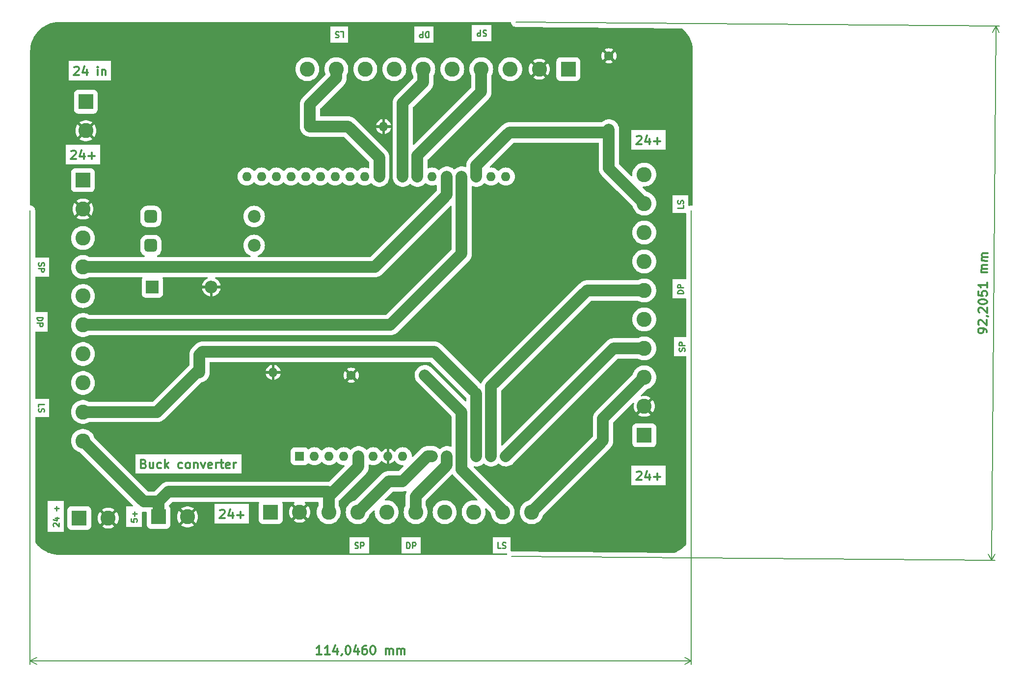
<source format=gbr>
%TF.GenerationSoftware,KiCad,Pcbnew,7.0.8*%
%TF.CreationDate,2023-11-07T11:30:32+01:00*%
%TF.ProjectId,Schield,53636869-656c-4642-9e6b-696361645f70,rev?*%
%TF.SameCoordinates,Original*%
%TF.FileFunction,Copper,L1,Top*%
%TF.FilePolarity,Positive*%
%FSLAX46Y46*%
G04 Gerber Fmt 4.6, Leading zero omitted, Abs format (unit mm)*
G04 Created by KiCad (PCBNEW 7.0.8) date 2023-11-07 11:30:32*
%MOMM*%
%LPD*%
G01*
G04 APERTURE LIST*
G04 Aperture macros list*
%AMRoundRect*
0 Rectangle with rounded corners*
0 $1 Rounding radius*
0 $2 $3 $4 $5 $6 $7 $8 $9 X,Y pos of 4 corners*
0 Add a 4 corners polygon primitive as box body*
4,1,4,$2,$3,$4,$5,$6,$7,$8,$9,$2,$3,0*
0 Add four circle primitives for the rounded corners*
1,1,$1+$1,$2,$3*
1,1,$1+$1,$4,$5*
1,1,$1+$1,$6,$7*
1,1,$1+$1,$8,$9*
0 Add four rect primitives between the rounded corners*
20,1,$1+$1,$2,$3,$4,$5,0*
20,1,$1+$1,$4,$5,$6,$7,0*
20,1,$1+$1,$6,$7,$8,$9,0*
20,1,$1+$1,$8,$9,$2,$3,0*%
G04 Aperture macros list end*
%ADD10C,0.250000*%
%TA.AperFunction,NonConductor*%
%ADD11C,0.250000*%
%TD*%
%ADD12C,0.300000*%
%TA.AperFunction,NonConductor*%
%ADD13C,0.300000*%
%TD*%
%TA.AperFunction,NonConductor*%
%ADD14C,0.200000*%
%TD*%
%TA.AperFunction,ComponentPad*%
%ADD15R,2.600000X2.600000*%
%TD*%
%TA.AperFunction,ComponentPad*%
%ADD16C,2.600000*%
%TD*%
%TA.AperFunction,ComponentPad*%
%ADD17C,1.600000*%
%TD*%
%TA.AperFunction,ComponentPad*%
%ADD18O,1.600000X1.600000*%
%TD*%
%TA.AperFunction,ComponentPad*%
%ADD19R,1.600000X1.600000*%
%TD*%
%TA.AperFunction,ComponentPad*%
%ADD20RoundRect,0.550000X-0.550000X-0.550000X0.550000X-0.550000X0.550000X0.550000X-0.550000X0.550000X0*%
%TD*%
%TA.AperFunction,ComponentPad*%
%ADD21C,2.200000*%
%TD*%
%TA.AperFunction,ComponentPad*%
%ADD22R,2.200000X2.200000*%
%TD*%
%TA.AperFunction,ComponentPad*%
%ADD23O,2.200000X2.200000*%
%TD*%
%TA.AperFunction,Conductor*%
%ADD24C,2.000000*%
%TD*%
%TA.AperFunction,Conductor*%
%ADD25C,0.250000*%
%TD*%
G04 APERTURE END LIST*
D10*
D11*
X181744619Y-165745241D02*
X181744619Y-166221431D01*
X181744619Y-166221431D02*
X182220809Y-166269050D01*
X182220809Y-166269050D02*
X182173190Y-166221431D01*
X182173190Y-166221431D02*
X182125571Y-166126193D01*
X182125571Y-166126193D02*
X182125571Y-165888098D01*
X182125571Y-165888098D02*
X182173190Y-165792860D01*
X182173190Y-165792860D02*
X182220809Y-165745241D01*
X182220809Y-165745241D02*
X182316047Y-165697622D01*
X182316047Y-165697622D02*
X182554142Y-165697622D01*
X182554142Y-165697622D02*
X182649380Y-165745241D01*
X182649380Y-165745241D02*
X182697000Y-165792860D01*
X182697000Y-165792860D02*
X182744619Y-165888098D01*
X182744619Y-165888098D02*
X182744619Y-166126193D01*
X182744619Y-166126193D02*
X182697000Y-166221431D01*
X182697000Y-166221431D02*
X182649380Y-166269050D01*
X182363666Y-165269050D02*
X182363666Y-164507146D01*
X182744619Y-164888098D02*
X181982714Y-164888098D01*
D10*
D11*
X245480758Y-170806619D02*
X245004568Y-170806619D01*
X245004568Y-170806619D02*
X245004568Y-169806619D01*
X245766473Y-170759000D02*
X245909330Y-170806619D01*
X245909330Y-170806619D02*
X246147425Y-170806619D01*
X246147425Y-170806619D02*
X246242663Y-170759000D01*
X246242663Y-170759000D02*
X246290282Y-170711380D01*
X246290282Y-170711380D02*
X246337901Y-170616142D01*
X246337901Y-170616142D02*
X246337901Y-170520904D01*
X246337901Y-170520904D02*
X246290282Y-170425666D01*
X246290282Y-170425666D02*
X246242663Y-170378047D01*
X246242663Y-170378047D02*
X246147425Y-170330428D01*
X246147425Y-170330428D02*
X245956949Y-170282809D01*
X245956949Y-170282809D02*
X245861711Y-170235190D01*
X245861711Y-170235190D02*
X245814092Y-170187571D01*
X245814092Y-170187571D02*
X245766473Y-170092333D01*
X245766473Y-170092333D02*
X245766473Y-169997095D01*
X245766473Y-169997095D02*
X245814092Y-169901857D01*
X245814092Y-169901857D02*
X245861711Y-169854238D01*
X245861711Y-169854238D02*
X245956949Y-169806619D01*
X245956949Y-169806619D02*
X246195044Y-169806619D01*
X246195044Y-169806619D02*
X246337901Y-169854238D01*
D12*
D13*
X268961082Y-157701685D02*
X269032510Y-157630257D01*
X269032510Y-157630257D02*
X269175368Y-157558828D01*
X269175368Y-157558828D02*
X269532510Y-157558828D01*
X269532510Y-157558828D02*
X269675368Y-157630257D01*
X269675368Y-157630257D02*
X269746796Y-157701685D01*
X269746796Y-157701685D02*
X269818225Y-157844542D01*
X269818225Y-157844542D02*
X269818225Y-157987400D01*
X269818225Y-157987400D02*
X269746796Y-158201685D01*
X269746796Y-158201685D02*
X268889653Y-159058828D01*
X268889653Y-159058828D02*
X269818225Y-159058828D01*
X271103939Y-158058828D02*
X271103939Y-159058828D01*
X270746796Y-157487400D02*
X270389653Y-158558828D01*
X270389653Y-158558828D02*
X271318224Y-158558828D01*
X271889652Y-158487400D02*
X273032510Y-158487400D01*
X272461081Y-159058828D02*
X272461081Y-157915971D01*
D12*
D13*
X183934510Y-156241114D02*
X184148796Y-156312542D01*
X184148796Y-156312542D02*
X184220225Y-156383971D01*
X184220225Y-156383971D02*
X184291653Y-156526828D01*
X184291653Y-156526828D02*
X184291653Y-156741114D01*
X184291653Y-156741114D02*
X184220225Y-156883971D01*
X184220225Y-156883971D02*
X184148796Y-156955400D01*
X184148796Y-156955400D02*
X184005939Y-157026828D01*
X184005939Y-157026828D02*
X183434510Y-157026828D01*
X183434510Y-157026828D02*
X183434510Y-155526828D01*
X183434510Y-155526828D02*
X183934510Y-155526828D01*
X183934510Y-155526828D02*
X184077368Y-155598257D01*
X184077368Y-155598257D02*
X184148796Y-155669685D01*
X184148796Y-155669685D02*
X184220225Y-155812542D01*
X184220225Y-155812542D02*
X184220225Y-155955400D01*
X184220225Y-155955400D02*
X184148796Y-156098257D01*
X184148796Y-156098257D02*
X184077368Y-156169685D01*
X184077368Y-156169685D02*
X183934510Y-156241114D01*
X183934510Y-156241114D02*
X183434510Y-156241114D01*
X185577368Y-156026828D02*
X185577368Y-157026828D01*
X184934510Y-156026828D02*
X184934510Y-156812542D01*
X184934510Y-156812542D02*
X185005939Y-156955400D01*
X185005939Y-156955400D02*
X185148796Y-157026828D01*
X185148796Y-157026828D02*
X185363082Y-157026828D01*
X185363082Y-157026828D02*
X185505939Y-156955400D01*
X185505939Y-156955400D02*
X185577368Y-156883971D01*
X186934511Y-156955400D02*
X186791653Y-157026828D01*
X186791653Y-157026828D02*
X186505939Y-157026828D01*
X186505939Y-157026828D02*
X186363082Y-156955400D01*
X186363082Y-156955400D02*
X186291653Y-156883971D01*
X186291653Y-156883971D02*
X186220225Y-156741114D01*
X186220225Y-156741114D02*
X186220225Y-156312542D01*
X186220225Y-156312542D02*
X186291653Y-156169685D01*
X186291653Y-156169685D02*
X186363082Y-156098257D01*
X186363082Y-156098257D02*
X186505939Y-156026828D01*
X186505939Y-156026828D02*
X186791653Y-156026828D01*
X186791653Y-156026828D02*
X186934511Y-156098257D01*
X187577367Y-157026828D02*
X187577367Y-155526828D01*
X187720225Y-156455400D02*
X188148796Y-157026828D01*
X188148796Y-156026828D02*
X187577367Y-156598257D01*
X190577368Y-156955400D02*
X190434510Y-157026828D01*
X190434510Y-157026828D02*
X190148796Y-157026828D01*
X190148796Y-157026828D02*
X190005939Y-156955400D01*
X190005939Y-156955400D02*
X189934510Y-156883971D01*
X189934510Y-156883971D02*
X189863082Y-156741114D01*
X189863082Y-156741114D02*
X189863082Y-156312542D01*
X189863082Y-156312542D02*
X189934510Y-156169685D01*
X189934510Y-156169685D02*
X190005939Y-156098257D01*
X190005939Y-156098257D02*
X190148796Y-156026828D01*
X190148796Y-156026828D02*
X190434510Y-156026828D01*
X190434510Y-156026828D02*
X190577368Y-156098257D01*
X191434510Y-157026828D02*
X191291653Y-156955400D01*
X191291653Y-156955400D02*
X191220224Y-156883971D01*
X191220224Y-156883971D02*
X191148796Y-156741114D01*
X191148796Y-156741114D02*
X191148796Y-156312542D01*
X191148796Y-156312542D02*
X191220224Y-156169685D01*
X191220224Y-156169685D02*
X191291653Y-156098257D01*
X191291653Y-156098257D02*
X191434510Y-156026828D01*
X191434510Y-156026828D02*
X191648796Y-156026828D01*
X191648796Y-156026828D02*
X191791653Y-156098257D01*
X191791653Y-156098257D02*
X191863082Y-156169685D01*
X191863082Y-156169685D02*
X191934510Y-156312542D01*
X191934510Y-156312542D02*
X191934510Y-156741114D01*
X191934510Y-156741114D02*
X191863082Y-156883971D01*
X191863082Y-156883971D02*
X191791653Y-156955400D01*
X191791653Y-156955400D02*
X191648796Y-157026828D01*
X191648796Y-157026828D02*
X191434510Y-157026828D01*
X192577367Y-156026828D02*
X192577367Y-157026828D01*
X192577367Y-156169685D02*
X192648796Y-156098257D01*
X192648796Y-156098257D02*
X192791653Y-156026828D01*
X192791653Y-156026828D02*
X193005939Y-156026828D01*
X193005939Y-156026828D02*
X193148796Y-156098257D01*
X193148796Y-156098257D02*
X193220225Y-156241114D01*
X193220225Y-156241114D02*
X193220225Y-157026828D01*
X193791653Y-156026828D02*
X194148796Y-157026828D01*
X194148796Y-157026828D02*
X194505939Y-156026828D01*
X195648796Y-156955400D02*
X195505939Y-157026828D01*
X195505939Y-157026828D02*
X195220225Y-157026828D01*
X195220225Y-157026828D02*
X195077367Y-156955400D01*
X195077367Y-156955400D02*
X195005939Y-156812542D01*
X195005939Y-156812542D02*
X195005939Y-156241114D01*
X195005939Y-156241114D02*
X195077367Y-156098257D01*
X195077367Y-156098257D02*
X195220225Y-156026828D01*
X195220225Y-156026828D02*
X195505939Y-156026828D01*
X195505939Y-156026828D02*
X195648796Y-156098257D01*
X195648796Y-156098257D02*
X195720225Y-156241114D01*
X195720225Y-156241114D02*
X195720225Y-156383971D01*
X195720225Y-156383971D02*
X195005939Y-156526828D01*
X196363081Y-157026828D02*
X196363081Y-156026828D01*
X196363081Y-156312542D02*
X196434510Y-156169685D01*
X196434510Y-156169685D02*
X196505939Y-156098257D01*
X196505939Y-156098257D02*
X196648796Y-156026828D01*
X196648796Y-156026828D02*
X196791653Y-156026828D01*
X197077367Y-156026828D02*
X197648795Y-156026828D01*
X197291652Y-155526828D02*
X197291652Y-156812542D01*
X197291652Y-156812542D02*
X197363081Y-156955400D01*
X197363081Y-156955400D02*
X197505938Y-157026828D01*
X197505938Y-157026828D02*
X197648795Y-157026828D01*
X198720224Y-156955400D02*
X198577367Y-157026828D01*
X198577367Y-157026828D02*
X198291653Y-157026828D01*
X198291653Y-157026828D02*
X198148795Y-156955400D01*
X198148795Y-156955400D02*
X198077367Y-156812542D01*
X198077367Y-156812542D02*
X198077367Y-156241114D01*
X198077367Y-156241114D02*
X198148795Y-156098257D01*
X198148795Y-156098257D02*
X198291653Y-156026828D01*
X198291653Y-156026828D02*
X198577367Y-156026828D01*
X198577367Y-156026828D02*
X198720224Y-156098257D01*
X198720224Y-156098257D02*
X198791653Y-156241114D01*
X198791653Y-156241114D02*
X198791653Y-156383971D01*
X198791653Y-156383971D02*
X198077367Y-156526828D01*
X199434509Y-157026828D02*
X199434509Y-156026828D01*
X199434509Y-156312542D02*
X199505938Y-156169685D01*
X199505938Y-156169685D02*
X199577367Y-156098257D01*
X199577367Y-156098257D02*
X199720224Y-156026828D01*
X199720224Y-156026828D02*
X199863081Y-156026828D01*
D10*
D11*
X165489380Y-130958568D02*
X166489380Y-130958568D01*
X166489380Y-130958568D02*
X166489380Y-131196663D01*
X166489380Y-131196663D02*
X166441761Y-131339520D01*
X166441761Y-131339520D02*
X166346523Y-131434758D01*
X166346523Y-131434758D02*
X166251285Y-131482377D01*
X166251285Y-131482377D02*
X166060809Y-131529996D01*
X166060809Y-131529996D02*
X165917952Y-131529996D01*
X165917952Y-131529996D02*
X165727476Y-131482377D01*
X165727476Y-131482377D02*
X165632238Y-131434758D01*
X165632238Y-131434758D02*
X165537000Y-131339520D01*
X165537000Y-131339520D02*
X165489380Y-131196663D01*
X165489380Y-131196663D02*
X165489380Y-130958568D01*
X165489380Y-131958568D02*
X166489380Y-131958568D01*
X166489380Y-131958568D02*
X166489380Y-132339520D01*
X166489380Y-132339520D02*
X166441761Y-132434758D01*
X166441761Y-132434758D02*
X166394142Y-132482377D01*
X166394142Y-132482377D02*
X166298904Y-132529996D01*
X166298904Y-132529996D02*
X166156047Y-132529996D01*
X166156047Y-132529996D02*
X166060809Y-132482377D01*
X166060809Y-132482377D02*
X166013190Y-132434758D01*
X166013190Y-132434758D02*
X165965571Y-132339520D01*
X165965571Y-132339520D02*
X165965571Y-131958568D01*
D10*
D11*
X233023431Y-81669380D02*
X233023431Y-82669380D01*
X233023431Y-82669380D02*
X232785336Y-82669380D01*
X232785336Y-82669380D02*
X232642479Y-82621761D01*
X232642479Y-82621761D02*
X232547241Y-82526523D01*
X232547241Y-82526523D02*
X232499622Y-82431285D01*
X232499622Y-82431285D02*
X232452003Y-82240809D01*
X232452003Y-82240809D02*
X232452003Y-82097952D01*
X232452003Y-82097952D02*
X232499622Y-81907476D01*
X232499622Y-81907476D02*
X232547241Y-81812238D01*
X232547241Y-81812238D02*
X232642479Y-81717000D01*
X232642479Y-81717000D02*
X232785336Y-81669380D01*
X232785336Y-81669380D02*
X233023431Y-81669380D01*
X232023431Y-81669380D02*
X232023431Y-82669380D01*
X232023431Y-82669380D02*
X231642479Y-82669380D01*
X231642479Y-82669380D02*
X231547241Y-82621761D01*
X231547241Y-82621761D02*
X231499622Y-82574142D01*
X231499622Y-82574142D02*
X231452003Y-82478904D01*
X231452003Y-82478904D02*
X231452003Y-82336047D01*
X231452003Y-82336047D02*
X231499622Y-82240809D01*
X231499622Y-82240809D02*
X231547241Y-82193190D01*
X231547241Y-82193190D02*
X231642479Y-82145571D01*
X231642479Y-82145571D02*
X232023431Y-82145571D01*
D10*
D11*
X165743380Y-146420758D02*
X165743380Y-145944568D01*
X165743380Y-145944568D02*
X166743380Y-145944568D01*
X165791000Y-146706473D02*
X165743380Y-146849330D01*
X165743380Y-146849330D02*
X165743380Y-147087425D01*
X165743380Y-147087425D02*
X165791000Y-147182663D01*
X165791000Y-147182663D02*
X165838619Y-147230282D01*
X165838619Y-147230282D02*
X165933857Y-147277901D01*
X165933857Y-147277901D02*
X166029095Y-147277901D01*
X166029095Y-147277901D02*
X166124333Y-147230282D01*
X166124333Y-147230282D02*
X166171952Y-147182663D01*
X166171952Y-147182663D02*
X166219571Y-147087425D01*
X166219571Y-147087425D02*
X166267190Y-146896949D01*
X166267190Y-146896949D02*
X166314809Y-146801711D01*
X166314809Y-146801711D02*
X166362428Y-146754092D01*
X166362428Y-146754092D02*
X166457666Y-146706473D01*
X166457666Y-146706473D02*
X166552904Y-146706473D01*
X166552904Y-146706473D02*
X166648142Y-146754092D01*
X166648142Y-146754092D02*
X166695761Y-146801711D01*
X166695761Y-146801711D02*
X166743380Y-146896949D01*
X166743380Y-146896949D02*
X166743380Y-147135044D01*
X166743380Y-147135044D02*
X166695761Y-147277901D01*
D10*
D11*
X165791000Y-121512949D02*
X165743380Y-121655806D01*
X165743380Y-121655806D02*
X165743380Y-121893901D01*
X165743380Y-121893901D02*
X165791000Y-121989139D01*
X165791000Y-121989139D02*
X165838619Y-122036758D01*
X165838619Y-122036758D02*
X165933857Y-122084377D01*
X165933857Y-122084377D02*
X166029095Y-122084377D01*
X166029095Y-122084377D02*
X166124333Y-122036758D01*
X166124333Y-122036758D02*
X166171952Y-121989139D01*
X166171952Y-121989139D02*
X166219571Y-121893901D01*
X166219571Y-121893901D02*
X166267190Y-121703425D01*
X166267190Y-121703425D02*
X166314809Y-121608187D01*
X166314809Y-121608187D02*
X166362428Y-121560568D01*
X166362428Y-121560568D02*
X166457666Y-121512949D01*
X166457666Y-121512949D02*
X166552904Y-121512949D01*
X166552904Y-121512949D02*
X166648142Y-121560568D01*
X166648142Y-121560568D02*
X166695761Y-121608187D01*
X166695761Y-121608187D02*
X166743380Y-121703425D01*
X166743380Y-121703425D02*
X166743380Y-121941520D01*
X166743380Y-121941520D02*
X166695761Y-122084377D01*
X165743380Y-122512949D02*
X166743380Y-122512949D01*
X166743380Y-122512949D02*
X166743380Y-122893901D01*
X166743380Y-122893901D02*
X166695761Y-122989139D01*
X166695761Y-122989139D02*
X166648142Y-123036758D01*
X166648142Y-123036758D02*
X166552904Y-123084377D01*
X166552904Y-123084377D02*
X166410047Y-123084377D01*
X166410047Y-123084377D02*
X166314809Y-123036758D01*
X166314809Y-123036758D02*
X166267190Y-122989139D01*
X166267190Y-122989139D02*
X166219571Y-122893901D01*
X166219571Y-122893901D02*
X166219571Y-122512949D01*
D10*
D11*
X277185000Y-136805050D02*
X277232619Y-136662193D01*
X277232619Y-136662193D02*
X277232619Y-136424098D01*
X277232619Y-136424098D02*
X277185000Y-136328860D01*
X277185000Y-136328860D02*
X277137380Y-136281241D01*
X277137380Y-136281241D02*
X277042142Y-136233622D01*
X277042142Y-136233622D02*
X276946904Y-136233622D01*
X276946904Y-136233622D02*
X276851666Y-136281241D01*
X276851666Y-136281241D02*
X276804047Y-136328860D01*
X276804047Y-136328860D02*
X276756428Y-136424098D01*
X276756428Y-136424098D02*
X276708809Y-136614574D01*
X276708809Y-136614574D02*
X276661190Y-136709812D01*
X276661190Y-136709812D02*
X276613571Y-136757431D01*
X276613571Y-136757431D02*
X276518333Y-136805050D01*
X276518333Y-136805050D02*
X276423095Y-136805050D01*
X276423095Y-136805050D02*
X276327857Y-136757431D01*
X276327857Y-136757431D02*
X276280238Y-136709812D01*
X276280238Y-136709812D02*
X276232619Y-136614574D01*
X276232619Y-136614574D02*
X276232619Y-136376479D01*
X276232619Y-136376479D02*
X276280238Y-136233622D01*
X277232619Y-135805050D02*
X276232619Y-135805050D01*
X276232619Y-135805050D02*
X276232619Y-135424098D01*
X276232619Y-135424098D02*
X276280238Y-135328860D01*
X276280238Y-135328860D02*
X276327857Y-135281241D01*
X276327857Y-135281241D02*
X276423095Y-135233622D01*
X276423095Y-135233622D02*
X276565952Y-135233622D01*
X276565952Y-135233622D02*
X276661190Y-135281241D01*
X276661190Y-135281241D02*
X276708809Y-135328860D01*
X276708809Y-135328860D02*
X276756428Y-135424098D01*
X276756428Y-135424098D02*
X276756428Y-135805050D01*
D10*
D11*
X168377857Y-167031050D02*
X168330238Y-166983431D01*
X168330238Y-166983431D02*
X168282619Y-166888193D01*
X168282619Y-166888193D02*
X168282619Y-166650098D01*
X168282619Y-166650098D02*
X168330238Y-166554860D01*
X168330238Y-166554860D02*
X168377857Y-166507241D01*
X168377857Y-166507241D02*
X168473095Y-166459622D01*
X168473095Y-166459622D02*
X168568333Y-166459622D01*
X168568333Y-166459622D02*
X168711190Y-166507241D01*
X168711190Y-166507241D02*
X169282619Y-167078669D01*
X169282619Y-167078669D02*
X169282619Y-166459622D01*
X168615952Y-165602479D02*
X169282619Y-165602479D01*
X168235000Y-165840574D02*
X168949285Y-166078669D01*
X168949285Y-166078669D02*
X168949285Y-165459622D01*
X168901666Y-164316764D02*
X168901666Y-163554860D01*
X169282619Y-163935812D02*
X168520714Y-163935812D01*
D10*
D11*
X276978619Y-111643241D02*
X276978619Y-112119431D01*
X276978619Y-112119431D02*
X275978619Y-112119431D01*
X276931000Y-111357526D02*
X276978619Y-111214669D01*
X276978619Y-111214669D02*
X276978619Y-110976574D01*
X276978619Y-110976574D02*
X276931000Y-110881336D01*
X276931000Y-110881336D02*
X276883380Y-110833717D01*
X276883380Y-110833717D02*
X276788142Y-110786098D01*
X276788142Y-110786098D02*
X276692904Y-110786098D01*
X276692904Y-110786098D02*
X276597666Y-110833717D01*
X276597666Y-110833717D02*
X276550047Y-110881336D01*
X276550047Y-110881336D02*
X276502428Y-110976574D01*
X276502428Y-110976574D02*
X276454809Y-111167050D01*
X276454809Y-111167050D02*
X276407190Y-111262288D01*
X276407190Y-111262288D02*
X276359571Y-111309907D01*
X276359571Y-111309907D02*
X276264333Y-111357526D01*
X276264333Y-111357526D02*
X276169095Y-111357526D01*
X276169095Y-111357526D02*
X276073857Y-111309907D01*
X276073857Y-111309907D02*
X276026238Y-111262288D01*
X276026238Y-111262288D02*
X275978619Y-111167050D01*
X275978619Y-111167050D02*
X275978619Y-110928955D01*
X275978619Y-110928955D02*
X276026238Y-110786098D01*
D12*
D13*
X171425082Y-102329685D02*
X171496510Y-102258257D01*
X171496510Y-102258257D02*
X171639368Y-102186828D01*
X171639368Y-102186828D02*
X171996510Y-102186828D01*
X171996510Y-102186828D02*
X172139368Y-102258257D01*
X172139368Y-102258257D02*
X172210796Y-102329685D01*
X172210796Y-102329685D02*
X172282225Y-102472542D01*
X172282225Y-102472542D02*
X172282225Y-102615400D01*
X172282225Y-102615400D02*
X172210796Y-102829685D01*
X172210796Y-102829685D02*
X171353653Y-103686828D01*
X171353653Y-103686828D02*
X172282225Y-103686828D01*
X173567939Y-102686828D02*
X173567939Y-103686828D01*
X173210796Y-102115400D02*
X172853653Y-103186828D01*
X172853653Y-103186828D02*
X173782224Y-103186828D01*
X174353652Y-103115400D02*
X175496510Y-103115400D01*
X174925081Y-103686828D02*
X174925081Y-102543971D01*
D10*
D11*
X242977050Y-81463000D02*
X242834193Y-81415380D01*
X242834193Y-81415380D02*
X242596098Y-81415380D01*
X242596098Y-81415380D02*
X242500860Y-81463000D01*
X242500860Y-81463000D02*
X242453241Y-81510619D01*
X242453241Y-81510619D02*
X242405622Y-81605857D01*
X242405622Y-81605857D02*
X242405622Y-81701095D01*
X242405622Y-81701095D02*
X242453241Y-81796333D01*
X242453241Y-81796333D02*
X242500860Y-81843952D01*
X242500860Y-81843952D02*
X242596098Y-81891571D01*
X242596098Y-81891571D02*
X242786574Y-81939190D01*
X242786574Y-81939190D02*
X242881812Y-81986809D01*
X242881812Y-81986809D02*
X242929431Y-82034428D01*
X242929431Y-82034428D02*
X242977050Y-82129666D01*
X242977050Y-82129666D02*
X242977050Y-82224904D01*
X242977050Y-82224904D02*
X242929431Y-82320142D01*
X242929431Y-82320142D02*
X242881812Y-82367761D01*
X242881812Y-82367761D02*
X242786574Y-82415380D01*
X242786574Y-82415380D02*
X242548479Y-82415380D01*
X242548479Y-82415380D02*
X242405622Y-82367761D01*
X241977050Y-81415380D02*
X241977050Y-82415380D01*
X241977050Y-82415380D02*
X241596098Y-82415380D01*
X241596098Y-82415380D02*
X241500860Y-82367761D01*
X241500860Y-82367761D02*
X241453241Y-82320142D01*
X241453241Y-82320142D02*
X241405622Y-82224904D01*
X241405622Y-82224904D02*
X241405622Y-82082047D01*
X241405622Y-82082047D02*
X241453241Y-81986809D01*
X241453241Y-81986809D02*
X241500860Y-81939190D01*
X241500860Y-81939190D02*
X241596098Y-81891571D01*
X241596098Y-81891571D02*
X241977050Y-81891571D01*
D12*
D13*
X268961082Y-99789685D02*
X269032510Y-99718257D01*
X269032510Y-99718257D02*
X269175368Y-99646828D01*
X269175368Y-99646828D02*
X269532510Y-99646828D01*
X269532510Y-99646828D02*
X269675368Y-99718257D01*
X269675368Y-99718257D02*
X269746796Y-99789685D01*
X269746796Y-99789685D02*
X269818225Y-99932542D01*
X269818225Y-99932542D02*
X269818225Y-100075400D01*
X269818225Y-100075400D02*
X269746796Y-100289685D01*
X269746796Y-100289685D02*
X268889653Y-101146828D01*
X268889653Y-101146828D02*
X269818225Y-101146828D01*
X271103939Y-100146828D02*
X271103939Y-101146828D01*
X270746796Y-99575400D02*
X270389653Y-100646828D01*
X270389653Y-100646828D02*
X271318224Y-100646828D01*
X271889652Y-100575400D02*
X273032510Y-100575400D01*
X272461081Y-101146828D02*
X272461081Y-100003971D01*
D10*
D11*
X276978619Y-126851431D02*
X275978619Y-126851431D01*
X275978619Y-126851431D02*
X275978619Y-126613336D01*
X275978619Y-126613336D02*
X276026238Y-126470479D01*
X276026238Y-126470479D02*
X276121476Y-126375241D01*
X276121476Y-126375241D02*
X276216714Y-126327622D01*
X276216714Y-126327622D02*
X276407190Y-126280003D01*
X276407190Y-126280003D02*
X276550047Y-126280003D01*
X276550047Y-126280003D02*
X276740523Y-126327622D01*
X276740523Y-126327622D02*
X276835761Y-126375241D01*
X276835761Y-126375241D02*
X276931000Y-126470479D01*
X276931000Y-126470479D02*
X276978619Y-126613336D01*
X276978619Y-126613336D02*
X276978619Y-126851431D01*
X276978619Y-125851431D02*
X275978619Y-125851431D01*
X275978619Y-125851431D02*
X275978619Y-125470479D01*
X275978619Y-125470479D02*
X276026238Y-125375241D01*
X276026238Y-125375241D02*
X276073857Y-125327622D01*
X276073857Y-125327622D02*
X276169095Y-125280003D01*
X276169095Y-125280003D02*
X276311952Y-125280003D01*
X276311952Y-125280003D02*
X276407190Y-125327622D01*
X276407190Y-125327622D02*
X276454809Y-125375241D01*
X276454809Y-125375241D02*
X276502428Y-125470479D01*
X276502428Y-125470479D02*
X276502428Y-125851431D01*
D12*
D13*
X171933082Y-87851685D02*
X172004510Y-87780257D01*
X172004510Y-87780257D02*
X172147368Y-87708828D01*
X172147368Y-87708828D02*
X172504510Y-87708828D01*
X172504510Y-87708828D02*
X172647368Y-87780257D01*
X172647368Y-87780257D02*
X172718796Y-87851685D01*
X172718796Y-87851685D02*
X172790225Y-87994542D01*
X172790225Y-87994542D02*
X172790225Y-88137400D01*
X172790225Y-88137400D02*
X172718796Y-88351685D01*
X172718796Y-88351685D02*
X171861653Y-89208828D01*
X171861653Y-89208828D02*
X172790225Y-89208828D01*
X174075939Y-88208828D02*
X174075939Y-89208828D01*
X173718796Y-87637400D02*
X173361653Y-88708828D01*
X173361653Y-88708828D02*
X174290224Y-88708828D01*
X176004509Y-89208828D02*
X176004509Y-88208828D01*
X176004509Y-87708828D02*
X175933081Y-87780257D01*
X175933081Y-87780257D02*
X176004509Y-87851685D01*
X176004509Y-87851685D02*
X176075938Y-87780257D01*
X176075938Y-87780257D02*
X176004509Y-87708828D01*
X176004509Y-87708828D02*
X176004509Y-87851685D01*
X176718795Y-88208828D02*
X176718795Y-89208828D01*
X176718795Y-88351685D02*
X176790224Y-88280257D01*
X176790224Y-88280257D02*
X176933081Y-88208828D01*
X176933081Y-88208828D02*
X177147367Y-88208828D01*
X177147367Y-88208828D02*
X177290224Y-88280257D01*
X177290224Y-88280257D02*
X177361653Y-88423114D01*
X177361653Y-88423114D02*
X177361653Y-89208828D01*
D12*
D13*
X197079082Y-164305685D02*
X197150510Y-164234257D01*
X197150510Y-164234257D02*
X197293368Y-164162828D01*
X197293368Y-164162828D02*
X197650510Y-164162828D01*
X197650510Y-164162828D02*
X197793368Y-164234257D01*
X197793368Y-164234257D02*
X197864796Y-164305685D01*
X197864796Y-164305685D02*
X197936225Y-164448542D01*
X197936225Y-164448542D02*
X197936225Y-164591400D01*
X197936225Y-164591400D02*
X197864796Y-164805685D01*
X197864796Y-164805685D02*
X197007653Y-165662828D01*
X197007653Y-165662828D02*
X197936225Y-165662828D01*
X199221939Y-164662828D02*
X199221939Y-165662828D01*
X198864796Y-164091400D02*
X198507653Y-165162828D01*
X198507653Y-165162828D02*
X199436224Y-165162828D01*
X200007652Y-165091400D02*
X201150510Y-165091400D01*
X200579081Y-165662828D02*
X200579081Y-164519971D01*
D10*
D11*
X220318949Y-170759000D02*
X220461806Y-170806619D01*
X220461806Y-170806619D02*
X220699901Y-170806619D01*
X220699901Y-170806619D02*
X220795139Y-170759000D01*
X220795139Y-170759000D02*
X220842758Y-170711380D01*
X220842758Y-170711380D02*
X220890377Y-170616142D01*
X220890377Y-170616142D02*
X220890377Y-170520904D01*
X220890377Y-170520904D02*
X220842758Y-170425666D01*
X220842758Y-170425666D02*
X220795139Y-170378047D01*
X220795139Y-170378047D02*
X220699901Y-170330428D01*
X220699901Y-170330428D02*
X220509425Y-170282809D01*
X220509425Y-170282809D02*
X220414187Y-170235190D01*
X220414187Y-170235190D02*
X220366568Y-170187571D01*
X220366568Y-170187571D02*
X220318949Y-170092333D01*
X220318949Y-170092333D02*
X220318949Y-169997095D01*
X220318949Y-169997095D02*
X220366568Y-169901857D01*
X220366568Y-169901857D02*
X220414187Y-169854238D01*
X220414187Y-169854238D02*
X220509425Y-169806619D01*
X220509425Y-169806619D02*
X220747520Y-169806619D01*
X220747520Y-169806619D02*
X220890377Y-169854238D01*
X221318949Y-170806619D02*
X221318949Y-169806619D01*
X221318949Y-169806619D02*
X221699901Y-169806619D01*
X221699901Y-169806619D02*
X221795139Y-169854238D01*
X221795139Y-169854238D02*
X221842758Y-169901857D01*
X221842758Y-169901857D02*
X221890377Y-169997095D01*
X221890377Y-169997095D02*
X221890377Y-170139952D01*
X221890377Y-170139952D02*
X221842758Y-170235190D01*
X221842758Y-170235190D02*
X221795139Y-170282809D01*
X221795139Y-170282809D02*
X221699901Y-170330428D01*
X221699901Y-170330428D02*
X221318949Y-170330428D01*
D10*
D11*
X217815241Y-81669380D02*
X218291431Y-81669380D01*
X218291431Y-81669380D02*
X218291431Y-82669380D01*
X217529526Y-81717000D02*
X217386669Y-81669380D01*
X217386669Y-81669380D02*
X217148574Y-81669380D01*
X217148574Y-81669380D02*
X217053336Y-81717000D01*
X217053336Y-81717000D02*
X217005717Y-81764619D01*
X217005717Y-81764619D02*
X216958098Y-81859857D01*
X216958098Y-81859857D02*
X216958098Y-81955095D01*
X216958098Y-81955095D02*
X217005717Y-82050333D01*
X217005717Y-82050333D02*
X217053336Y-82097952D01*
X217053336Y-82097952D02*
X217148574Y-82145571D01*
X217148574Y-82145571D02*
X217339050Y-82193190D01*
X217339050Y-82193190D02*
X217434288Y-82240809D01*
X217434288Y-82240809D02*
X217481907Y-82288428D01*
X217481907Y-82288428D02*
X217529526Y-82383666D01*
X217529526Y-82383666D02*
X217529526Y-82478904D01*
X217529526Y-82478904D02*
X217481907Y-82574142D01*
X217481907Y-82574142D02*
X217434288Y-82621761D01*
X217434288Y-82621761D02*
X217339050Y-82669380D01*
X217339050Y-82669380D02*
X217100955Y-82669380D01*
X217100955Y-82669380D02*
X216958098Y-82621761D01*
D10*
D11*
X229256568Y-170806619D02*
X229256568Y-169806619D01*
X229256568Y-169806619D02*
X229494663Y-169806619D01*
X229494663Y-169806619D02*
X229637520Y-169854238D01*
X229637520Y-169854238D02*
X229732758Y-169949476D01*
X229732758Y-169949476D02*
X229780377Y-170044714D01*
X229780377Y-170044714D02*
X229827996Y-170235190D01*
X229827996Y-170235190D02*
X229827996Y-170378047D01*
X229827996Y-170378047D02*
X229780377Y-170568523D01*
X229780377Y-170568523D02*
X229732758Y-170663761D01*
X229732758Y-170663761D02*
X229637520Y-170759000D01*
X229637520Y-170759000D02*
X229494663Y-170806619D01*
X229494663Y-170806619D02*
X229256568Y-170806619D01*
X230256568Y-170806619D02*
X230256568Y-169806619D01*
X230256568Y-169806619D02*
X230637520Y-169806619D01*
X230637520Y-169806619D02*
X230732758Y-169854238D01*
X230732758Y-169854238D02*
X230780377Y-169901857D01*
X230780377Y-169901857D02*
X230827996Y-169997095D01*
X230827996Y-169997095D02*
X230827996Y-170139952D01*
X230827996Y-170139952D02*
X230780377Y-170235190D01*
X230780377Y-170235190D02*
X230732758Y-170282809D01*
X230732758Y-170282809D02*
X230637520Y-170330428D01*
X230637520Y-170330428D02*
X230256568Y-170330428D01*
D12*
D13*
X214575287Y-189124328D02*
X213718144Y-189124328D01*
X214146715Y-189124328D02*
X214146715Y-187624328D01*
X214146715Y-187624328D02*
X214003858Y-187838614D01*
X214003858Y-187838614D02*
X213861001Y-187981471D01*
X213861001Y-187981471D02*
X213718144Y-188052900D01*
X216003858Y-189124328D02*
X215146715Y-189124328D01*
X215575286Y-189124328D02*
X215575286Y-187624328D01*
X215575286Y-187624328D02*
X215432429Y-187838614D01*
X215432429Y-187838614D02*
X215289572Y-187981471D01*
X215289572Y-187981471D02*
X215146715Y-188052900D01*
X217289572Y-188124328D02*
X217289572Y-189124328D01*
X216932429Y-187552900D02*
X216575286Y-188624328D01*
X216575286Y-188624328D02*
X217503857Y-188624328D01*
X218146714Y-189052900D02*
X218146714Y-189124328D01*
X218146714Y-189124328D02*
X218075285Y-189267185D01*
X218075285Y-189267185D02*
X218003857Y-189338614D01*
X219075286Y-187624328D02*
X219218143Y-187624328D01*
X219218143Y-187624328D02*
X219361000Y-187695757D01*
X219361000Y-187695757D02*
X219432429Y-187767185D01*
X219432429Y-187767185D02*
X219503857Y-187910042D01*
X219503857Y-187910042D02*
X219575286Y-188195757D01*
X219575286Y-188195757D02*
X219575286Y-188552900D01*
X219575286Y-188552900D02*
X219503857Y-188838614D01*
X219503857Y-188838614D02*
X219432429Y-188981471D01*
X219432429Y-188981471D02*
X219361000Y-189052900D01*
X219361000Y-189052900D02*
X219218143Y-189124328D01*
X219218143Y-189124328D02*
X219075286Y-189124328D01*
X219075286Y-189124328D02*
X218932429Y-189052900D01*
X218932429Y-189052900D02*
X218861000Y-188981471D01*
X218861000Y-188981471D02*
X218789571Y-188838614D01*
X218789571Y-188838614D02*
X218718143Y-188552900D01*
X218718143Y-188552900D02*
X218718143Y-188195757D01*
X218718143Y-188195757D02*
X218789571Y-187910042D01*
X218789571Y-187910042D02*
X218861000Y-187767185D01*
X218861000Y-187767185D02*
X218932429Y-187695757D01*
X218932429Y-187695757D02*
X219075286Y-187624328D01*
X220861000Y-188124328D02*
X220861000Y-189124328D01*
X220503857Y-187552900D02*
X220146714Y-188624328D01*
X220146714Y-188624328D02*
X221075285Y-188624328D01*
X222289571Y-187624328D02*
X222003856Y-187624328D01*
X222003856Y-187624328D02*
X221860999Y-187695757D01*
X221860999Y-187695757D02*
X221789571Y-187767185D01*
X221789571Y-187767185D02*
X221646713Y-187981471D01*
X221646713Y-187981471D02*
X221575285Y-188267185D01*
X221575285Y-188267185D02*
X221575285Y-188838614D01*
X221575285Y-188838614D02*
X221646713Y-188981471D01*
X221646713Y-188981471D02*
X221718142Y-189052900D01*
X221718142Y-189052900D02*
X221860999Y-189124328D01*
X221860999Y-189124328D02*
X222146713Y-189124328D01*
X222146713Y-189124328D02*
X222289571Y-189052900D01*
X222289571Y-189052900D02*
X222360999Y-188981471D01*
X222360999Y-188981471D02*
X222432428Y-188838614D01*
X222432428Y-188838614D02*
X222432428Y-188481471D01*
X222432428Y-188481471D02*
X222360999Y-188338614D01*
X222360999Y-188338614D02*
X222289571Y-188267185D01*
X222289571Y-188267185D02*
X222146713Y-188195757D01*
X222146713Y-188195757D02*
X221860999Y-188195757D01*
X221860999Y-188195757D02*
X221718142Y-188267185D01*
X221718142Y-188267185D02*
X221646713Y-188338614D01*
X221646713Y-188338614D02*
X221575285Y-188481471D01*
X223360999Y-187624328D02*
X223503856Y-187624328D01*
X223503856Y-187624328D02*
X223646713Y-187695757D01*
X223646713Y-187695757D02*
X223718142Y-187767185D01*
X223718142Y-187767185D02*
X223789570Y-187910042D01*
X223789570Y-187910042D02*
X223860999Y-188195757D01*
X223860999Y-188195757D02*
X223860999Y-188552900D01*
X223860999Y-188552900D02*
X223789570Y-188838614D01*
X223789570Y-188838614D02*
X223718142Y-188981471D01*
X223718142Y-188981471D02*
X223646713Y-189052900D01*
X223646713Y-189052900D02*
X223503856Y-189124328D01*
X223503856Y-189124328D02*
X223360999Y-189124328D01*
X223360999Y-189124328D02*
X223218142Y-189052900D01*
X223218142Y-189052900D02*
X223146713Y-188981471D01*
X223146713Y-188981471D02*
X223075284Y-188838614D01*
X223075284Y-188838614D02*
X223003856Y-188552900D01*
X223003856Y-188552900D02*
X223003856Y-188195757D01*
X223003856Y-188195757D02*
X223075284Y-187910042D01*
X223075284Y-187910042D02*
X223146713Y-187767185D01*
X223146713Y-187767185D02*
X223218142Y-187695757D01*
X223218142Y-187695757D02*
X223360999Y-187624328D01*
X225646712Y-189124328D02*
X225646712Y-188124328D01*
X225646712Y-188267185D02*
X225718141Y-188195757D01*
X225718141Y-188195757D02*
X225860998Y-188124328D01*
X225860998Y-188124328D02*
X226075284Y-188124328D01*
X226075284Y-188124328D02*
X226218141Y-188195757D01*
X226218141Y-188195757D02*
X226289570Y-188338614D01*
X226289570Y-188338614D02*
X226289570Y-189124328D01*
X226289570Y-188338614D02*
X226360998Y-188195757D01*
X226360998Y-188195757D02*
X226503855Y-188124328D01*
X226503855Y-188124328D02*
X226718141Y-188124328D01*
X226718141Y-188124328D02*
X226860998Y-188195757D01*
X226860998Y-188195757D02*
X226932427Y-188338614D01*
X226932427Y-188338614D02*
X226932427Y-189124328D01*
X227646712Y-189124328D02*
X227646712Y-188124328D01*
X227646712Y-188267185D02*
X227718141Y-188195757D01*
X227718141Y-188195757D02*
X227860998Y-188124328D01*
X227860998Y-188124328D02*
X228075284Y-188124328D01*
X228075284Y-188124328D02*
X228218141Y-188195757D01*
X228218141Y-188195757D02*
X228289570Y-188338614D01*
X228289570Y-188338614D02*
X228289570Y-189124328D01*
X228289570Y-188338614D02*
X228360998Y-188195757D01*
X228360998Y-188195757D02*
X228503855Y-188124328D01*
X228503855Y-188124328D02*
X228718141Y-188124328D01*
X228718141Y-188124328D02*
X228860998Y-188195757D01*
X228860998Y-188195757D02*
X228932427Y-188338614D01*
X228932427Y-188338614D02*
X228932427Y-189124328D01*
D14*
X164338000Y-112514000D02*
X164338000Y-190832420D01*
X278384000Y-112514000D02*
X278384000Y-190832420D01*
X164338000Y-190246000D02*
X278384000Y-190246000D01*
X164338000Y-190246000D02*
X278384000Y-190246000D01*
X164338000Y-190246000D02*
X165464504Y-189659579D01*
X164338000Y-190246000D02*
X165464504Y-190832421D01*
X278384000Y-190246000D02*
X277257496Y-190832421D01*
X278384000Y-190246000D02*
X277257496Y-189659579D01*
D12*
D13*
X329331689Y-133575147D02*
X329334050Y-133289443D01*
X329334050Y-133289443D02*
X329263804Y-133146000D01*
X329263804Y-133146000D02*
X329192968Y-133073984D01*
X329192968Y-133073984D02*
X328979871Y-132929360D01*
X328979871Y-132929360D02*
X328694756Y-132855573D01*
X328694756Y-132855573D02*
X328123347Y-132850851D01*
X328123347Y-132850851D02*
X327979905Y-132921096D01*
X327979905Y-132921096D02*
X327907888Y-132991932D01*
X327907888Y-132991932D02*
X327835282Y-133134194D01*
X327835282Y-133134194D02*
X327832920Y-133419899D01*
X327832920Y-133419899D02*
X327903166Y-133563341D01*
X327903166Y-133563341D02*
X327974002Y-133635358D01*
X327974002Y-133635358D02*
X328116264Y-133707964D01*
X328116264Y-133707964D02*
X328473394Y-133710916D01*
X328473394Y-133710916D02*
X328616837Y-133640670D01*
X328616837Y-133640670D02*
X328688853Y-133569834D01*
X328688853Y-133569834D02*
X328761460Y-133427573D01*
X328761460Y-133427573D02*
X328763821Y-133141868D01*
X328763821Y-133141868D02*
X328693576Y-132998425D01*
X328693576Y-132998425D02*
X328622740Y-132926409D01*
X328622740Y-132926409D02*
X328480478Y-132853802D01*
X327985217Y-132278262D02*
X327914382Y-132206245D01*
X327914382Y-132206245D02*
X327844136Y-132062803D01*
X327844136Y-132062803D02*
X327847088Y-131705672D01*
X327847088Y-131705672D02*
X327919694Y-131563410D01*
X327919694Y-131563410D02*
X327991711Y-131492574D01*
X327991711Y-131492574D02*
X328135153Y-131422329D01*
X328135153Y-131422329D02*
X328278006Y-131423509D01*
X328278006Y-131423509D02*
X328491694Y-131496706D01*
X328491694Y-131496706D02*
X329341724Y-132360903D01*
X329341724Y-132360903D02*
X329349398Y-131432364D01*
X329283874Y-130717512D02*
X329355300Y-130718103D01*
X329355300Y-130718103D02*
X329497562Y-130790709D01*
X329497562Y-130790709D02*
X329568398Y-130862726D01*
X328002926Y-130135478D02*
X327932091Y-130063461D01*
X327932091Y-130063461D02*
X327861845Y-129920019D01*
X327861845Y-129920019D02*
X327864796Y-129562888D01*
X327864796Y-129562888D02*
X327937403Y-129420626D01*
X327937403Y-129420626D02*
X328009420Y-129349790D01*
X328009420Y-129349790D02*
X328152862Y-129279545D01*
X328152862Y-129279545D02*
X328295714Y-129280725D01*
X328295714Y-129280725D02*
X328509403Y-129353922D01*
X328509403Y-129353922D02*
X329359433Y-130218120D01*
X329359433Y-130218120D02*
X329367106Y-129289580D01*
X327874832Y-128348644D02*
X327876012Y-128205792D01*
X327876012Y-128205792D02*
X327948619Y-128063530D01*
X327948619Y-128063530D02*
X328020635Y-127992694D01*
X328020635Y-127992694D02*
X328164078Y-127922449D01*
X328164078Y-127922449D02*
X328450373Y-127853384D01*
X328450373Y-127853384D02*
X328807503Y-127856335D01*
X328807503Y-127856335D02*
X329092618Y-127930123D01*
X329092618Y-127930123D02*
X329234880Y-128002729D01*
X329234880Y-128002729D02*
X329305715Y-128074746D01*
X329305715Y-128074746D02*
X329375961Y-128218188D01*
X329375961Y-128218188D02*
X329374780Y-128361041D01*
X329374780Y-128361041D02*
X329302174Y-128503302D01*
X329302174Y-128503302D02*
X329230157Y-128574138D01*
X329230157Y-128574138D02*
X329086715Y-128644384D01*
X329086715Y-128644384D02*
X328800420Y-128713449D01*
X328800420Y-128713449D02*
X328443289Y-128710497D01*
X328443289Y-128710497D02*
X328158175Y-128636710D01*
X328158175Y-128636710D02*
X328015913Y-128564103D01*
X328015913Y-128564103D02*
X327945077Y-128492087D01*
X327945077Y-128492087D02*
X327874832Y-128348644D01*
X327890179Y-126491565D02*
X327884276Y-127205827D01*
X327884276Y-127205827D02*
X328597947Y-127283156D01*
X328597947Y-127283156D02*
X328527112Y-127211139D01*
X328527112Y-127211139D02*
X328456866Y-127067697D01*
X328456866Y-127067697D02*
X328459817Y-126710566D01*
X328459817Y-126710566D02*
X328532424Y-126568304D01*
X328532424Y-126568304D02*
X328604441Y-126497468D01*
X328604441Y-126497468D02*
X328747883Y-126427223D01*
X328747883Y-126427223D02*
X329105014Y-126430174D01*
X329105014Y-126430174D02*
X329247276Y-126502781D01*
X329247276Y-126502781D02*
X329318112Y-126574797D01*
X329318112Y-126574797D02*
X329388357Y-126718240D01*
X329388357Y-126718240D02*
X329385406Y-127075371D01*
X329385406Y-127075371D02*
X329312799Y-127217633D01*
X329312799Y-127217633D02*
X329240783Y-127288468D01*
X329402524Y-125004013D02*
X329395441Y-125861127D01*
X329398983Y-125432570D02*
X327899034Y-125420174D01*
X327899034Y-125420174D02*
X328112132Y-125564797D01*
X328112132Y-125564797D02*
X328253803Y-125708830D01*
X328253803Y-125708830D02*
X328324049Y-125852272D01*
X329417282Y-123218360D02*
X328417316Y-123210096D01*
X328560168Y-123211277D02*
X328489332Y-123139260D01*
X328489332Y-123139260D02*
X328419087Y-122995818D01*
X328419087Y-122995818D02*
X328420858Y-122781539D01*
X328420858Y-122781539D02*
X328493465Y-122639277D01*
X328493465Y-122639277D02*
X328636907Y-122569032D01*
X328636907Y-122569032D02*
X329422595Y-122575525D01*
X328636907Y-122569032D02*
X328494645Y-122496425D01*
X328494645Y-122496425D02*
X328424400Y-122352983D01*
X328424400Y-122352983D02*
X328426170Y-122138704D01*
X328426170Y-122138704D02*
X328498777Y-121996442D01*
X328498777Y-121996442D02*
X328642220Y-121926197D01*
X328642220Y-121926197D02*
X329427907Y-121932690D01*
X329433810Y-121218429D02*
X328433844Y-121210165D01*
X328576697Y-121211345D02*
X328505861Y-121139329D01*
X328505861Y-121139329D02*
X328435615Y-120995886D01*
X328435615Y-120995886D02*
X328437386Y-120781608D01*
X328437386Y-120781608D02*
X328509993Y-120639346D01*
X328509993Y-120639346D02*
X328653435Y-120569100D01*
X328653435Y-120569100D02*
X329439123Y-120575594D01*
X328653435Y-120569100D02*
X328511173Y-120496494D01*
X328511173Y-120496494D02*
X328440928Y-120353051D01*
X328440928Y-120353051D02*
X328442699Y-120138773D01*
X328442699Y-120138773D02*
X328515306Y-119996511D01*
X328515306Y-119996511D02*
X328658748Y-119926265D01*
X328658748Y-119926265D02*
X329444436Y-119932758D01*
D14*
X247387983Y-172216132D02*
X330714801Y-172904783D01*
X248149983Y-80014132D02*
X331476801Y-80702783D01*
X330128401Y-172899937D02*
X330890401Y-80697937D01*
X330128401Y-172899937D02*
X330890401Y-80697937D01*
X330128401Y-172899937D02*
X329551310Y-171768625D01*
X330128401Y-172899937D02*
X330724111Y-171778318D01*
X330890401Y-80697937D02*
X331467492Y-81829249D01*
X330890401Y-80697937D02*
X330294691Y-81819556D01*
D15*
%TO.P,Z_Axis1,1,Pin_1*%
%TO.N,/24+*%
X270256000Y-151332000D03*
D16*
%TO.P,Z_Axis1,2,Pin_2*%
%TO.N,GND*%
X270256000Y-146332000D03*
%TO.P,Z_Axis1,3,Pin_3*%
%TO.N,/5V*%
X270256000Y-141332000D03*
%TO.P,Z_Axis1,4,Pin_4*%
%TO.N,/stepZ*%
X270256000Y-136332000D03*
%TO.P,Z_Axis1,5,Pin_5*%
%TO.N,/5V*%
X270256000Y-131332000D03*
%TO.P,Z_Axis1,6,Pin_6*%
%TO.N,/DirZ*%
X270256000Y-126332000D03*
%TO.P,Z_Axis1,7,Pin_7*%
%TO.N,/5V*%
X270256000Y-121332000D03*
%TO.P,Z_Axis1,8,Pin_8*%
X270256000Y-116332000D03*
%TO.P,Z_Axis1,9,Pin_9*%
%TO.N,/LimitSwZ*%
X270256000Y-111332000D03*
%TO.P,Z_Axis1,10,Pin_10*%
%TO.N,/5V*%
X270256000Y-106332000D03*
%TD*%
D17*
%TO.P,R4,1*%
%TO.N,GND*%
X219710000Y-140970000D03*
D18*
%TO.P,R4,2*%
%TO.N,/LimitSwGrip*%
X232410000Y-140970000D03*
%TD*%
D17*
%TO.P,R1,1*%
%TO.N,/LimitSwX*%
X193548000Y-140462000D03*
D18*
%TO.P,R1,2*%
%TO.N,GND*%
X206248000Y-140462000D03*
%TD*%
D15*
%TO.P,Y_Axis1,1,Pin_1*%
%TO.N,/24+*%
X257142000Y-88138000D03*
D16*
%TO.P,Y_Axis1,2,Pin_2*%
%TO.N,GND*%
X252142000Y-88138000D03*
%TO.P,Y_Axis1,3,Pin_3*%
%TO.N,/5V*%
X247142000Y-88138000D03*
%TO.P,Y_Axis1,4,Pin_4*%
%TO.N,/StepY*%
X242142000Y-88138000D03*
%TO.P,Y_Axis1,5,Pin_5*%
%TO.N,/5V*%
X237142000Y-88138000D03*
%TO.P,Y_Axis1,6,Pin_6*%
%TO.N,/DirY*%
X232142000Y-88138000D03*
%TO.P,Y_Axis1,7,Pin_7*%
%TO.N,/5V*%
X227142000Y-88138000D03*
%TO.P,Y_Axis1,8,Pin_8*%
X222142000Y-88138000D03*
%TO.P,Y_Axis1,9,Pin_9*%
%TO.N,/LimitSwY*%
X217142000Y-88138000D03*
%TO.P,Y_Axis1,10,Pin_10*%
%TO.N,/5V*%
X212142000Y-88138000D03*
%TD*%
D17*
%TO.P,R2,1*%
%TO.N,/LimitSwY*%
X212598000Y-98044000D03*
D18*
%TO.P,R2,2*%
%TO.N,GND*%
X225298000Y-98044000D03*
%TD*%
D15*
%TO.P,gripper1,1,Pin_1*%
%TO.N,/24+*%
X205820000Y-164592000D03*
D16*
%TO.P,gripper1,2,Pin_2*%
%TO.N,GND*%
X210820000Y-164592000D03*
%TO.P,gripper1,3,Pin_3*%
%TO.N,/5V*%
X215820000Y-164592000D03*
%TO.P,gripper1,4,Pin_4*%
%TO.N,/StepGrip*%
X220820000Y-164592000D03*
%TO.P,gripper1,5,Pin_5*%
%TO.N,/5V*%
X225820000Y-164592000D03*
%TO.P,gripper1,6,Pin_6*%
%TO.N,/DirGrip*%
X230820000Y-164592000D03*
%TO.P,gripper1,7,Pin_7*%
%TO.N,/5V*%
X235820000Y-164592000D03*
%TO.P,gripper1,8,Pin_8*%
X240820000Y-164592000D03*
%TO.P,gripper1,9,Pin_9*%
%TO.N,/LimitSwGrip*%
X245820000Y-164592000D03*
%TO.P,gripper1,10,Pin_10*%
%TO.N,/5V*%
X250820000Y-164592000D03*
%TD*%
D15*
%TO.P,InConv1,1,Pin_1*%
%TO.N,/24+*%
X172800000Y-165608000D03*
D16*
%TO.P,InConv1,2,Pin_2*%
%TO.N,GND*%
X177800000Y-165608000D03*
%TD*%
D19*
%TO.P,A1,1,NC*%
%TO.N,unconnected-(A1-NC-Pad1)*%
X210820000Y-154940000D03*
D18*
%TO.P,A1,2,IOREF*%
%TO.N,unconnected-(A1-IOREF-Pad2)*%
X213360000Y-154940000D03*
%TO.P,A1,3,~{RESET}*%
%TO.N,unconnected-(A1-~{RESET}-Pad3)*%
X215900000Y-154940000D03*
%TO.P,A1,4,3V3*%
%TO.N,unconnected-(A1-3V3-Pad4)*%
X218440000Y-154940000D03*
%TO.P,A1,5,+5V*%
%TO.N,/5V*%
X220980000Y-154940000D03*
%TO.P,A1,6,GND*%
%TO.N,unconnected-(A1-GND-Pad6)*%
X223520000Y-154940000D03*
%TO.P,A1,7,GND*%
%TO.N,GND*%
X226060000Y-154940000D03*
%TO.P,A1,8,VIN*%
%TO.N,unconnected-(A1-VIN-Pad8)*%
X228600000Y-154940000D03*
%TO.P,A1,9,A0*%
%TO.N,/StepGrip*%
X233680000Y-154940000D03*
%TO.P,A1,10,A1*%
%TO.N,/DirGrip*%
X236220000Y-154940000D03*
%TO.P,A1,11,A2*%
%TO.N,/LimitSwGrip*%
X238760000Y-154940000D03*
%TO.P,A1,12,A3*%
%TO.N,/LimitSwX*%
X241300000Y-154940000D03*
%TO.P,A1,13,SDA/A4*%
%TO.N,/DirZ*%
X243840000Y-154940000D03*
%TO.P,A1,14,SCL/A5*%
%TO.N,/stepZ*%
X246380000Y-154940000D03*
%TO.P,A1,15,D0/RX*%
%TO.N,unconnected-(A1-D0{slash}RX-Pad15)*%
X246380000Y-106680000D03*
%TO.P,A1,16,D1/TX*%
%TO.N,unconnected-(A1-D1{slash}TX-Pad16)*%
X243840000Y-106680000D03*
%TO.P,A1,17,D2*%
%TO.N,/LimitSwZ*%
X241300000Y-106680000D03*
%TO.P,A1,18,D3*%
%TO.N,/DirX*%
X238760000Y-106680000D03*
%TO.P,A1,19,D4*%
%TO.N,/StepX*%
X236220000Y-106680000D03*
%TO.P,A1,20,D5*%
%TO.N,unconnected-(A1-D5-Pad20)*%
X233680000Y-106680000D03*
%TO.P,A1,21,D6*%
%TO.N,/StepY*%
X231140000Y-106680000D03*
%TO.P,A1,22,D7*%
%TO.N,/DirY*%
X228600000Y-106680000D03*
%TO.P,A1,23,D8*%
%TO.N,/LimitSwY*%
X224540000Y-106680000D03*
%TO.P,A1,24,D9*%
%TO.N,unconnected-(A1-D9-Pad24)*%
X222000000Y-106680000D03*
%TO.P,A1,25,D10*%
%TO.N,unconnected-(A1-D10-Pad25)*%
X219460000Y-106680000D03*
%TO.P,A1,26,D11*%
%TO.N,unconnected-(A1-D11-Pad26)*%
X216920000Y-106680000D03*
%TO.P,A1,27,D12*%
%TO.N,unconnected-(A1-D12-Pad27)*%
X214380000Y-106680000D03*
%TO.P,A1,28,D13*%
%TO.N,unconnected-(A1-D13-Pad28)*%
X211840000Y-106680000D03*
%TO.P,A1,29,GND*%
%TO.N,unconnected-(A1-GND-Pad29)*%
X209300000Y-106680000D03*
%TO.P,A1,30,AREF*%
%TO.N,unconnected-(A1-AREF-Pad30)*%
X206760000Y-106680000D03*
%TO.P,A1,31,SDA/A4*%
%TO.N,unconnected-(A1-SDA{slash}A4-Pad31)*%
X204220000Y-106680000D03*
%TO.P,A1,32,SCL/A5*%
%TO.N,unconnected-(A1-SCL{slash}A5-Pad32)*%
X201680000Y-106680000D03*
%TD*%
D15*
%TO.P,OutConv1,1,Pin_1*%
%TO.N,/5V*%
X186476000Y-165405000D03*
D16*
%TO.P,OutConv1,2,Pin_2*%
%TO.N,GND*%
X191476000Y-165405000D03*
%TD*%
D20*
%TO.P,F1,1*%
%TO.N,/24+*%
X185156000Y-113578000D03*
X185156000Y-118578000D03*
D21*
%TO.P,F1,2*%
%TO.N,/24 V  in*%
X202956000Y-113578000D03*
X202956000Y-118578000D03*
%TD*%
D15*
%TO.P,X_asis1,1,Pin_1*%
%TO.N,/24+*%
X173431000Y-107294000D03*
D16*
%TO.P,X_asis1,2,Pin_2*%
%TO.N,GND*%
X173431000Y-112294000D03*
%TO.P,X_asis1,3,Pin_3*%
%TO.N,/5V*%
X173431000Y-117294000D03*
%TO.P,X_asis1,4,Pin_4*%
%TO.N,/StepX*%
X173431000Y-122294000D03*
%TO.P,X_asis1,5,Pin_5*%
%TO.N,/5V*%
X173431000Y-127294000D03*
%TO.P,X_asis1,6,Pin_6*%
%TO.N,/DirX*%
X173431000Y-132294000D03*
%TO.P,X_asis1,7,Pin_7*%
%TO.N,/5V*%
X173431000Y-137294000D03*
%TO.P,X_asis1,8,Pin_8*%
X173431000Y-142294000D03*
%TO.P,X_asis1,9,Pin_9*%
%TO.N,/LimitSwX*%
X173431000Y-147294000D03*
%TO.P,X_asis1,10,Pin_10*%
%TO.N,/5V*%
X173431000Y-152294000D03*
%TD*%
D17*
%TO.P,R3,1*%
%TO.N,GND*%
X264160000Y-85852000D03*
D18*
%TO.P,R3,2*%
%TO.N,/LimitSwZ*%
X264160000Y-98552000D03*
%TD*%
D15*
%TO.P,PowerIn1,1,Pin_1*%
%TO.N,/24 V  in*%
X173939000Y-93766000D03*
D16*
%TO.P,PowerIn1,2,Pin_2*%
%TO.N,GND*%
X173939000Y-98766000D03*
%TD*%
D22*
%TO.P,D1,1,K*%
%TO.N,/24+*%
X185420000Y-125730000D03*
D23*
%TO.P,D1,2,A*%
%TO.N,GND*%
X195580000Y-125730000D03*
%TD*%
D24*
%TO.N,/5V*%
X220980000Y-156718000D02*
X220980000Y-154940000D01*
X186476000Y-162774000D02*
X188175738Y-161074262D01*
X270256000Y-141332000D02*
X263144000Y-148444000D01*
X263144000Y-152268000D02*
X250820000Y-164592000D01*
X183911000Y-162774000D02*
X173431000Y-152294000D01*
X186476000Y-165405000D02*
X186476000Y-162774000D01*
X215820000Y-161878000D02*
X220980000Y-156718000D01*
X188175738Y-161074262D02*
X215684262Y-161074262D01*
X215820000Y-161878000D02*
X215820000Y-164592000D01*
X263144000Y-148444000D02*
X263144000Y-152268000D01*
X186476000Y-162774000D02*
X183911000Y-162774000D01*
%TO.N,/DirGrip*%
X230820000Y-161864000D02*
X230820000Y-164592000D01*
X236220000Y-156464000D02*
X230820000Y-161864000D01*
X236220000Y-154940000D02*
X236220000Y-156464000D01*
%TO.N,/LimitSwY*%
X217142000Y-89690000D02*
X217142000Y-88138000D01*
X224540000Y-106680000D02*
X224540000Y-103382000D01*
X219202000Y-98044000D02*
X212598000Y-98044000D01*
X212598000Y-94234000D02*
X217142000Y-89690000D01*
X212598000Y-98044000D02*
X212598000Y-94234000D01*
X224540000Y-103382000D02*
X219202000Y-98044000D01*
%TO.N,/DirY*%
X228600000Y-93980000D02*
X228600000Y-106680000D01*
D25*
X228600000Y-106680000D02*
X229108000Y-106172000D01*
D24*
X232142000Y-90438000D02*
X228600000Y-93980000D01*
X232142000Y-88138000D02*
X232142000Y-90438000D01*
%TO.N,/StepY*%
X231140000Y-103037000D02*
X242142000Y-92035000D01*
X231140000Y-106680000D02*
X231140000Y-103037000D01*
X242142000Y-92035000D02*
X242142000Y-88138000D01*
%TO.N,/LimitSwX*%
X193548000Y-137414000D02*
X193548000Y-140462000D01*
X241300000Y-144145000D02*
X241300000Y-154940000D01*
X194056000Y-136906000D02*
X193548000Y-137414000D01*
X186208000Y-147294000D02*
X173431000Y-147294000D01*
X193040000Y-140462000D02*
X186208000Y-147294000D01*
X240665000Y-143510000D02*
X234061000Y-136906000D01*
X234061000Y-136906000D02*
X194056000Y-136906000D01*
X193548000Y-140462000D02*
X193040000Y-140462000D01*
D25*
X240665000Y-143510000D02*
X241300000Y-144145000D01*
D24*
%TO.N,/DirX*%
X238760000Y-120015000D02*
X226481000Y-132294000D01*
X226481000Y-132294000D02*
X173431000Y-132294000D01*
X238760000Y-106680000D02*
X238760000Y-120015000D01*
%TO.N,/StepX*%
X236220000Y-109855000D02*
X223781000Y-122294000D01*
X217690000Y-122294000D02*
X173431000Y-122294000D01*
X236220000Y-106680000D02*
X236220000Y-109855000D01*
X223781000Y-122294000D02*
X217690000Y-122294000D01*
%TO.N,/LimitSwZ*%
X264160000Y-105236000D02*
X270256000Y-111332000D01*
X247015000Y-99060000D02*
X241300000Y-104775000D01*
X264160000Y-98552000D02*
X263652000Y-99060000D01*
X263652000Y-99060000D02*
X247015000Y-99060000D01*
X241300000Y-104775000D02*
X241300000Y-106680000D01*
X264160000Y-98552000D02*
X264160000Y-105236000D01*
%TO.N,/LimitSwGrip*%
X238760000Y-154940000D02*
X238760000Y-147320000D01*
X238760000Y-147320000D02*
X232410000Y-140970000D01*
X238760000Y-157226000D02*
X238760000Y-154940000D01*
X245820000Y-164286000D02*
X238760000Y-157226000D01*
X245820000Y-164592000D02*
X245820000Y-164286000D01*
%TO.N,/StepGrip*%
X220820000Y-164592000D02*
X226154000Y-159258000D01*
X228600000Y-159258000D02*
X232918000Y-154940000D01*
X226154000Y-159258000D02*
X228600000Y-159258000D01*
X232918000Y-154940000D02*
X233680000Y-154940000D01*
%TO.N,/DirZ*%
X243840000Y-142875000D02*
X243840000Y-154940000D01*
X260383000Y-126332000D02*
X243840000Y-142875000D01*
X270256000Y-126332000D02*
X260383000Y-126332000D01*
%TO.N,/stepZ*%
X270256000Y-136332000D02*
X264988000Y-136332000D01*
X264988000Y-136332000D02*
X246380000Y-154940000D01*
%TD*%
%TA.AperFunction,Conductor*%
%TO.N,GND*%
G36*
X247247023Y-80030185D02*
G01*
X247292778Y-80082989D01*
X247303853Y-80128809D01*
X247304622Y-80145547D01*
X247304624Y-80145563D01*
X247352638Y-80324212D01*
X247352639Y-80324215D01*
X247437935Y-80488361D01*
X247437941Y-80488369D01*
X247556529Y-80630345D01*
X247556530Y-80630346D01*
X247556533Y-80630349D01*
X247702876Y-80743516D01*
X247870125Y-80822579D01*
X248050460Y-80863839D01*
X276706798Y-81100667D01*
X276773669Y-81120904D01*
X276785911Y-81130039D01*
X276941042Y-81261428D01*
X276941058Y-81261441D01*
X277092895Y-81400574D01*
X277247424Y-81555103D01*
X277386555Y-81706938D01*
X277401008Y-81724003D01*
X277526839Y-81872572D01*
X277528716Y-81874900D01*
X277653162Y-82037081D01*
X277779209Y-82213621D01*
X277781040Y-82216335D01*
X277890797Y-82388617D01*
X278001791Y-82574891D01*
X278003525Y-82578000D01*
X278097750Y-82759007D01*
X278163992Y-82894503D01*
X278192953Y-82953744D01*
X278194524Y-82957229D01*
X278272536Y-83145566D01*
X278351309Y-83347445D01*
X278352681Y-83351340D01*
X278413899Y-83545496D01*
X278475735Y-83753200D01*
X278476843Y-83757472D01*
X278520818Y-83955826D01*
X278565326Y-84168101D01*
X278566115Y-84172733D01*
X278592524Y-84373319D01*
X278619422Y-84589114D01*
X278619839Y-84594080D01*
X278628513Y-84792728D01*
X278637500Y-85010000D01*
X278637500Y-111547721D01*
X278617815Y-111614760D01*
X278565011Y-111660515D01*
X278495853Y-111670459D01*
X278493441Y-111670088D01*
X278445798Y-111662278D01*
X278430317Y-111659740D01*
X278430315Y-111659740D01*
X278245593Y-111669755D01*
X278245588Y-111669755D01*
X278067343Y-111719244D01*
X278067340Y-111719246D01*
X278040152Y-111733660D01*
X277971701Y-111747670D01*
X277906542Y-111722448D01*
X277865363Y-111666003D01*
X277858070Y-111624104D01*
X277858070Y-109906074D01*
X275099168Y-109906074D01*
X275099168Y-112998882D01*
X277409500Y-112998882D01*
X277476539Y-113018567D01*
X277522294Y-113071371D01*
X277533500Y-113122882D01*
X277533500Y-124275979D01*
X277513815Y-124343018D01*
X277461011Y-124388773D01*
X277409500Y-124399979D01*
X275098595Y-124399979D01*
X275098595Y-127730882D01*
X277409500Y-127730882D01*
X277476539Y-127750567D01*
X277522294Y-127803371D01*
X277533500Y-127854882D01*
X277533500Y-134229598D01*
X277513815Y-134296637D01*
X277461011Y-134342392D01*
X277409500Y-134353598D01*
X275352595Y-134353598D01*
X275352595Y-137685074D01*
X277409500Y-137685074D01*
X277476539Y-137704759D01*
X277522294Y-137757563D01*
X277533500Y-137809074D01*
X277533500Y-170042109D01*
X277513815Y-170109148D01*
X277504122Y-170122250D01*
X277386556Y-170261060D01*
X277247426Y-170412895D01*
X277092895Y-170567426D01*
X276941059Y-170706557D01*
X276775426Y-170846839D01*
X276773099Y-170848716D01*
X276610918Y-170973162D01*
X276434377Y-171099209D01*
X276431663Y-171101040D01*
X276259382Y-171210797D01*
X276073107Y-171321791D01*
X276069998Y-171323525D01*
X275888992Y-171417750D01*
X275694274Y-171512944D01*
X275690769Y-171514524D01*
X275512890Y-171588204D01*
X275464412Y-171597639D01*
X247348900Y-171365279D01*
X247347610Y-171365339D01*
X247347314Y-171365266D01*
X247345541Y-171365252D01*
X247345544Y-171364834D01*
X247279739Y-171348748D01*
X247231611Y-171298098D01*
X247217925Y-171241469D01*
X247217925Y-168927168D01*
X244125117Y-168927168D01*
X244125117Y-171686070D01*
X246501169Y-171686070D01*
X246568208Y-171705755D01*
X246613963Y-171758559D01*
X246623907Y-171827717D01*
X246615980Y-171856915D01*
X246606418Y-171880347D01*
X246562867Y-171934980D01*
X246496691Y-171957396D01*
X246491609Y-171957500D01*
X169338000Y-171957500D01*
X169120728Y-171948513D01*
X168922080Y-171939839D01*
X168917114Y-171939422D01*
X168701319Y-171912524D01*
X168500733Y-171886115D01*
X168496101Y-171885326D01*
X168283826Y-171840818D01*
X168085472Y-171796843D01*
X168081200Y-171795735D01*
X167873496Y-171733899D01*
X167679340Y-171672681D01*
X167675445Y-171671309D01*
X167473566Y-171592536D01*
X167285229Y-171514524D01*
X167281744Y-171512953D01*
X167222503Y-171483992D01*
X167087007Y-171417750D01*
X166906000Y-171323525D01*
X166902891Y-171321791D01*
X166716617Y-171210797D01*
X166544335Y-171101040D01*
X166541621Y-171099209D01*
X166365081Y-170973162D01*
X166202900Y-170848716D01*
X166200572Y-170846839D01*
X166034940Y-170706557D01*
X165883103Y-170567424D01*
X165728574Y-170412895D01*
X165589439Y-170261055D01*
X165449167Y-170095435D01*
X165447290Y-170093108D01*
X165322839Y-169930921D01*
X165211583Y-169775096D01*
X165188648Y-169709098D01*
X165188500Y-169703043D01*
X165188500Y-168926595D01*
X219438925Y-168926595D01*
X219438925Y-171686070D01*
X222770401Y-171686070D01*
X222770401Y-168926595D01*
X228377117Y-168926595D01*
X228377117Y-171687311D01*
X231708020Y-171687311D01*
X231708020Y-168926595D01*
X228377117Y-168926595D01*
X222770401Y-168926595D01*
X219438925Y-168926595D01*
X165188500Y-168926595D01*
X165188500Y-162675409D01*
X167356303Y-162675409D01*
X167356303Y-167958120D01*
X170163064Y-167958120D01*
X170163064Y-166958001D01*
X170749500Y-166958001D01*
X170749501Y-166958018D01*
X170760000Y-167060796D01*
X170760001Y-167060799D01*
X170796592Y-167171221D01*
X170815186Y-167227334D01*
X170907288Y-167376656D01*
X171031344Y-167500712D01*
X171180666Y-167592814D01*
X171347203Y-167647999D01*
X171449991Y-167658500D01*
X174150008Y-167658499D01*
X174252797Y-167647999D01*
X174419334Y-167592814D01*
X174568656Y-167500712D01*
X174692712Y-167376656D01*
X174784814Y-167227334D01*
X174839999Y-167060797D01*
X174850500Y-166958009D01*
X174850500Y-165608004D01*
X175994953Y-165608004D01*
X176015113Y-165877026D01*
X176015113Y-165877028D01*
X176075142Y-166140033D01*
X176075148Y-166140052D01*
X176173709Y-166391181D01*
X176173708Y-166391181D01*
X176308602Y-166624822D01*
X176362294Y-166692151D01*
X176362295Y-166692151D01*
X177197452Y-165856993D01*
X177207188Y-165886956D01*
X177295186Y-166025619D01*
X177414903Y-166138040D01*
X177549510Y-166212041D01*
X176714848Y-167046702D01*
X176897483Y-167171220D01*
X176897485Y-167171221D01*
X177140539Y-167288269D01*
X177140537Y-167288269D01*
X177398337Y-167367790D01*
X177398343Y-167367792D01*
X177665101Y-167407999D01*
X177665110Y-167408000D01*
X177934890Y-167408000D01*
X177934898Y-167407999D01*
X178201656Y-167367792D01*
X178201662Y-167367790D01*
X178459461Y-167288269D01*
X178702521Y-167171218D01*
X178885150Y-167046702D01*
X178047534Y-166209086D01*
X178115629Y-166182126D01*
X178248492Y-166085595D01*
X178353175Y-165959055D01*
X178401631Y-165856079D01*
X179237703Y-166692151D01*
X179237704Y-166692150D01*
X179291393Y-166624828D01*
X179291400Y-166624817D01*
X179426290Y-166391181D01*
X179524851Y-166140052D01*
X179524857Y-166140033D01*
X179584886Y-165877028D01*
X179584886Y-165877026D01*
X179605047Y-165608004D01*
X179605047Y-165607995D01*
X179584886Y-165338973D01*
X179584886Y-165338971D01*
X179524857Y-165075966D01*
X179524851Y-165075947D01*
X179426290Y-164824818D01*
X179426291Y-164824818D01*
X179291397Y-164591177D01*
X179237704Y-164523847D01*
X178402546Y-165359004D01*
X178392812Y-165329044D01*
X178304814Y-165190381D01*
X178185097Y-165077960D01*
X178050489Y-165003958D01*
X178885150Y-164169296D01*
X178702517Y-164044779D01*
X178702516Y-164044778D01*
X178459460Y-163927730D01*
X178459462Y-163927730D01*
X178201662Y-163848209D01*
X178201656Y-163848207D01*
X177934898Y-163808000D01*
X177665101Y-163808000D01*
X177398343Y-163848207D01*
X177398337Y-163848209D01*
X177140538Y-163927730D01*
X176897485Y-164044778D01*
X176897476Y-164044783D01*
X176714848Y-164169296D01*
X177552465Y-165006913D01*
X177484371Y-165033874D01*
X177351508Y-165130405D01*
X177246825Y-165256945D01*
X177198368Y-165359921D01*
X176362295Y-164523848D01*
X176308600Y-164591180D01*
X176173709Y-164824818D01*
X176075148Y-165075947D01*
X176075142Y-165075966D01*
X176015113Y-165338971D01*
X176015113Y-165338973D01*
X175994953Y-165607995D01*
X175994953Y-165608004D01*
X174850500Y-165608004D01*
X174850499Y-164257992D01*
X174848502Y-164238447D01*
X174839999Y-164155203D01*
X174839998Y-164155200D01*
X174809101Y-164061960D01*
X174784814Y-163988666D01*
X174692712Y-163839344D01*
X174568656Y-163715288D01*
X174440667Y-163636344D01*
X174419336Y-163623187D01*
X174419331Y-163623185D01*
X174364452Y-163605000D01*
X174252797Y-163568001D01*
X174252795Y-163568000D01*
X174150010Y-163557500D01*
X171449998Y-163557500D01*
X171449981Y-163557501D01*
X171347203Y-163568000D01*
X171347200Y-163568001D01*
X171180668Y-163623185D01*
X171180663Y-163623187D01*
X171031342Y-163715289D01*
X170907289Y-163839342D01*
X170815187Y-163988663D01*
X170815185Y-163988668D01*
X170799004Y-164037500D01*
X170760001Y-164155203D01*
X170760001Y-164155204D01*
X170760000Y-164155204D01*
X170749500Y-164257983D01*
X170749500Y-166958001D01*
X170163064Y-166958001D01*
X170163064Y-162675409D01*
X167356303Y-162675409D01*
X165188500Y-162675409D01*
X165188500Y-152294000D01*
X171375709Y-152294000D01*
X171394851Y-152573862D01*
X171394852Y-152573864D01*
X171451921Y-152848499D01*
X171451926Y-152848516D01*
X171545863Y-153112828D01*
X171545864Y-153112830D01*
X171674919Y-153361896D01*
X171836688Y-153591069D01*
X171836692Y-153591073D01*
X171836692Y-153591074D01*
X171981402Y-153746021D01*
X172028155Y-153796081D01*
X172245754Y-153973111D01*
X172245756Y-153973112D01*
X172245757Y-153973113D01*
X172485433Y-154118863D01*
X172694257Y-154209567D01*
X172742725Y-154230620D01*
X172918896Y-154279981D01*
X172973120Y-154311701D01*
X182077433Y-163416014D01*
X182110918Y-163477337D01*
X182105934Y-163547029D01*
X182064062Y-163602962D01*
X181998598Y-163627379D01*
X181989752Y-163627695D01*
X180863963Y-163627695D01*
X180863963Y-167149495D01*
X183624643Y-167149495D01*
X183624643Y-164642067D01*
X183644328Y-164575028D01*
X183697132Y-164529273D01*
X183762527Y-164518847D01*
X183845363Y-164528181D01*
X183943731Y-164524500D01*
X184301500Y-164524500D01*
X184368539Y-164544185D01*
X184414294Y-164596989D01*
X184425500Y-164648500D01*
X184425500Y-166755001D01*
X184425501Y-166755018D01*
X184436000Y-166857796D01*
X184436001Y-166857799D01*
X184491185Y-167024331D01*
X184491187Y-167024336D01*
X184513675Y-167060795D01*
X184583288Y-167173656D01*
X184707344Y-167297712D01*
X184856666Y-167389814D01*
X185023203Y-167444999D01*
X185125991Y-167455500D01*
X187826008Y-167455499D01*
X187928797Y-167444999D01*
X188095334Y-167389814D01*
X188244656Y-167297712D01*
X188368712Y-167173656D01*
X188460814Y-167024334D01*
X188515999Y-166857797D01*
X188526500Y-166755009D01*
X188526500Y-165405004D01*
X189670953Y-165405004D01*
X189691113Y-165674026D01*
X189691113Y-165674028D01*
X189751142Y-165937033D01*
X189751148Y-165937052D01*
X189849709Y-166188181D01*
X189849708Y-166188181D01*
X189984602Y-166421822D01*
X190038294Y-166489151D01*
X190038295Y-166489151D01*
X190873452Y-165653993D01*
X190883188Y-165683956D01*
X190971186Y-165822619D01*
X191090903Y-165935040D01*
X191225510Y-166009041D01*
X190390848Y-166843702D01*
X190573483Y-166968220D01*
X190573485Y-166968221D01*
X190816539Y-167085269D01*
X190816537Y-167085269D01*
X191074337Y-167164790D01*
X191074343Y-167164792D01*
X191341101Y-167204999D01*
X191341110Y-167205000D01*
X191610890Y-167205000D01*
X191610898Y-167204999D01*
X191877656Y-167164792D01*
X191877662Y-167164790D01*
X192135461Y-167085269D01*
X192378521Y-166968218D01*
X192561150Y-166843702D01*
X191723534Y-166006086D01*
X191791629Y-165979126D01*
X191924492Y-165882595D01*
X192029175Y-165756055D01*
X192077631Y-165653079D01*
X192913703Y-166489151D01*
X192913704Y-166489150D01*
X192967393Y-166421828D01*
X192967400Y-166421817D01*
X193102290Y-166188181D01*
X193200851Y-165937052D01*
X193200857Y-165937033D01*
X193260886Y-165674028D01*
X193260886Y-165674026D01*
X193281047Y-165405004D01*
X193281047Y-165404995D01*
X193260886Y-165135973D01*
X193260886Y-165135971D01*
X193200857Y-164872966D01*
X193200851Y-164872947D01*
X193102290Y-164621818D01*
X193102291Y-164621818D01*
X192967397Y-164388177D01*
X192913704Y-164320847D01*
X192078546Y-165156004D01*
X192068812Y-165126044D01*
X191980814Y-164987381D01*
X191861097Y-164874960D01*
X191726489Y-164800958D01*
X192561150Y-163966296D01*
X192378517Y-163841779D01*
X192378516Y-163841778D01*
X192135460Y-163724730D01*
X192135462Y-163724730D01*
X191877662Y-163645209D01*
X191877656Y-163645207D01*
X191610898Y-163605000D01*
X191341101Y-163605000D01*
X191074343Y-163645207D01*
X191074337Y-163645209D01*
X190816538Y-163724730D01*
X190573485Y-163841778D01*
X190573476Y-163841783D01*
X190390848Y-163966296D01*
X191228465Y-164803913D01*
X191160371Y-164830874D01*
X191027508Y-164927405D01*
X190922825Y-165053945D01*
X190874368Y-165156921D01*
X190038295Y-164320848D01*
X189984600Y-164388180D01*
X189849709Y-164621818D01*
X189751148Y-164872947D01*
X189751142Y-164872966D01*
X189691113Y-165135971D01*
X189691113Y-165135973D01*
X189670953Y-165404995D01*
X189670953Y-165405004D01*
X188526500Y-165405004D01*
X188526499Y-164054992D01*
X188524710Y-164037483D01*
X188515999Y-163952203D01*
X188515998Y-163952200D01*
X188505415Y-163920264D01*
X188460814Y-163785666D01*
X188368712Y-163636344D01*
X188316655Y-163584287D01*
X188283170Y-163522964D01*
X188288154Y-163453272D01*
X188316653Y-163408927D01*
X188536818Y-163188762D01*
X196101862Y-163188762D01*
X196101862Y-166568619D01*
X202056301Y-166568619D01*
X202056301Y-163188762D01*
X196101862Y-163188762D01*
X188536818Y-163188762D01*
X188864500Y-162861081D01*
X188925823Y-162827596D01*
X188952181Y-162824762D01*
X203712477Y-162824762D01*
X203779516Y-162844447D01*
X203825271Y-162897251D01*
X203835215Y-162966409D01*
X203830184Y-162987759D01*
X203780001Y-163139203D01*
X203780001Y-163139204D01*
X203780000Y-163139204D01*
X203769500Y-163241983D01*
X203769500Y-165942001D01*
X203769501Y-165942018D01*
X203780000Y-166044796D01*
X203780001Y-166044799D01*
X203816592Y-166155221D01*
X203835186Y-166211334D01*
X203927288Y-166360656D01*
X204051344Y-166484712D01*
X204200666Y-166576814D01*
X204367203Y-166631999D01*
X204469991Y-166642500D01*
X207170008Y-166642499D01*
X207272797Y-166631999D01*
X207439334Y-166576814D01*
X207588656Y-166484712D01*
X207712712Y-166360656D01*
X207804814Y-166211334D01*
X207859999Y-166044797D01*
X207870500Y-165942009D01*
X207870499Y-163241992D01*
X207859999Y-163139203D01*
X207809816Y-162987763D01*
X207807415Y-162917938D01*
X207843146Y-162857896D01*
X207905667Y-162826703D01*
X207927523Y-162824762D01*
X209814723Y-162824762D01*
X209881762Y-162844447D01*
X209927517Y-162897251D01*
X209937461Y-162966409D01*
X209908436Y-163029965D01*
X209884574Y-163051216D01*
X209734848Y-163153296D01*
X210572465Y-163990913D01*
X210504371Y-164017874D01*
X210371508Y-164114405D01*
X210266825Y-164240945D01*
X210218368Y-164343921D01*
X209382295Y-163507848D01*
X209328600Y-163575180D01*
X209193709Y-163808818D01*
X209095148Y-164059947D01*
X209095142Y-164059966D01*
X209035113Y-164322971D01*
X209035113Y-164322973D01*
X209014953Y-164591995D01*
X209014953Y-164592004D01*
X209035113Y-164861026D01*
X209035113Y-164861028D01*
X209095142Y-165124033D01*
X209095148Y-165124052D01*
X209193709Y-165375181D01*
X209193708Y-165375181D01*
X209328602Y-165608822D01*
X209382294Y-165676151D01*
X210217452Y-164840992D01*
X210227188Y-164870956D01*
X210315186Y-165009619D01*
X210434903Y-165122040D01*
X210569510Y-165196041D01*
X209734848Y-166030702D01*
X209917483Y-166155220D01*
X209917485Y-166155221D01*
X210160539Y-166272269D01*
X210160537Y-166272269D01*
X210418337Y-166351790D01*
X210418343Y-166351792D01*
X210685101Y-166391999D01*
X210685110Y-166392000D01*
X210954890Y-166392000D01*
X210954898Y-166391999D01*
X211221656Y-166351792D01*
X211221662Y-166351790D01*
X211479461Y-166272269D01*
X211722521Y-166155218D01*
X211905150Y-166030702D01*
X211067534Y-165193086D01*
X211135629Y-165166126D01*
X211268492Y-165069595D01*
X211373175Y-164943055D01*
X211421631Y-164840079D01*
X212257703Y-165676151D01*
X212257704Y-165676150D01*
X212311393Y-165608828D01*
X212311400Y-165608817D01*
X212446290Y-165375181D01*
X212544851Y-165124052D01*
X212544857Y-165124033D01*
X212604886Y-164861028D01*
X212604886Y-164861026D01*
X212625047Y-164592004D01*
X212625047Y-164591995D01*
X212604886Y-164322973D01*
X212604886Y-164322971D01*
X212544857Y-164059966D01*
X212544851Y-164059947D01*
X212446290Y-163808818D01*
X212446291Y-163808818D01*
X212311397Y-163575177D01*
X212257704Y-163507847D01*
X211422546Y-164343004D01*
X211412812Y-164313044D01*
X211324814Y-164174381D01*
X211205097Y-164061960D01*
X211070489Y-163987958D01*
X211905150Y-163153296D01*
X211755426Y-163051216D01*
X211711124Y-162997187D01*
X211703065Y-162927783D01*
X211733808Y-162865041D01*
X211793592Y-162828879D01*
X211825278Y-162824762D01*
X213945500Y-162824762D01*
X214012539Y-162844447D01*
X214058294Y-162897251D01*
X214069500Y-162948762D01*
X214069500Y-163483116D01*
X214055598Y-163540161D01*
X214010243Y-163627695D01*
X213934863Y-163773171D01*
X213840926Y-164037483D01*
X213840921Y-164037500D01*
X213783852Y-164312135D01*
X213783851Y-164312137D01*
X213764709Y-164592000D01*
X213783851Y-164871862D01*
X213783852Y-164871864D01*
X213840921Y-165146499D01*
X213840926Y-165146516D01*
X213932792Y-165405000D01*
X213934864Y-165410830D01*
X214063919Y-165659896D01*
X214225688Y-165889069D01*
X214225692Y-165889073D01*
X214225692Y-165889074D01*
X214371125Y-166044795D01*
X214417155Y-166094081D01*
X214634754Y-166271111D01*
X214634756Y-166271112D01*
X214634757Y-166271113D01*
X214874433Y-166416863D01*
X215040856Y-166489150D01*
X215131725Y-166528620D01*
X215401839Y-166604303D01*
X215646159Y-166637884D01*
X215679741Y-166642500D01*
X215679742Y-166642500D01*
X215960259Y-166642500D01*
X215990219Y-166638381D01*
X216238161Y-166604303D01*
X216508275Y-166528620D01*
X216754149Y-166421822D01*
X216765566Y-166416863D01*
X216806452Y-166392000D01*
X217005246Y-166271111D01*
X217222845Y-166094081D01*
X217414312Y-165889069D01*
X217576081Y-165659896D01*
X217705136Y-165410830D01*
X217799075Y-165146511D01*
X217799076Y-165146504D01*
X217799078Y-165146499D01*
X217832143Y-164987381D01*
X217856148Y-164871862D01*
X217875291Y-164592000D01*
X217856148Y-164312138D01*
X217823537Y-164155204D01*
X217799078Y-164037500D01*
X217799073Y-164037483D01*
X217729521Y-163841783D01*
X217705136Y-163773170D01*
X217584401Y-163540161D01*
X217570500Y-163483116D01*
X217570500Y-162654442D01*
X217590185Y-162587403D01*
X217606814Y-162566766D01*
X222194651Y-157978929D01*
X222266805Y-157911981D01*
X222328178Y-157835020D01*
X222392398Y-157760397D01*
X222408045Y-157735492D01*
X222412052Y-157729845D01*
X222430386Y-157706857D01*
X222479607Y-157621602D01*
X222531983Y-157538247D01*
X222543744Y-157511287D01*
X222546857Y-157505119D01*
X222561568Y-157479643D01*
X222597535Y-157387999D01*
X222636900Y-157297775D01*
X222644509Y-157269372D01*
X222646675Y-157262790D01*
X222657420Y-157235416D01*
X222679328Y-157139430D01*
X222704805Y-157044350D01*
X222708095Y-157015147D01*
X222709261Y-157008287D01*
X222715802Y-156979628D01*
X222715803Y-156979617D01*
X222723158Y-156881460D01*
X222734181Y-156783635D01*
X222730500Y-156685268D01*
X222730500Y-156476806D01*
X222750185Y-156409767D01*
X222802989Y-156364012D01*
X222872147Y-156354068D01*
X222901953Y-156362245D01*
X223039380Y-156419169D01*
X223039381Y-156419169D01*
X223039388Y-156419172D01*
X223276698Y-156476146D01*
X223520000Y-156495294D01*
X223763302Y-156476146D01*
X224000612Y-156419172D01*
X224226089Y-156325777D01*
X224434179Y-156198259D01*
X224619759Y-156039759D01*
X224778259Y-155854179D01*
X224835718Y-155760413D01*
X224887527Y-155713540D01*
X224956457Y-155702117D01*
X225020620Y-155729774D01*
X225043018Y-155754080D01*
X225060340Y-155778818D01*
X225221179Y-155939657D01*
X225407517Y-156070134D01*
X225613673Y-156166265D01*
X225613682Y-156166269D01*
X225809999Y-156218872D01*
X225810000Y-156218871D01*
X225810000Y-155375501D01*
X225917685Y-155424680D01*
X226024237Y-155440000D01*
X226095763Y-155440000D01*
X226202315Y-155424680D01*
X226310000Y-155375501D01*
X226310000Y-156218872D01*
X226506317Y-156166269D01*
X226506326Y-156166265D01*
X226712482Y-156070134D01*
X226898820Y-155939657D01*
X227059659Y-155778818D01*
X227076980Y-155754082D01*
X227131556Y-155710457D01*
X227201054Y-155703263D01*
X227263409Y-155734785D01*
X227284282Y-155760415D01*
X227341737Y-155854174D01*
X227341738Y-155854176D01*
X227391243Y-155912139D01*
X227500241Y-156039759D01*
X227628817Y-156149573D01*
X227685823Y-156198261D01*
X227685826Y-156198262D01*
X227893910Y-156325777D01*
X228119381Y-156419169D01*
X228119378Y-156419169D01*
X228119384Y-156419170D01*
X228119388Y-156419172D01*
X228356698Y-156476146D01*
X228598029Y-156495138D01*
X228663316Y-156520022D01*
X228704787Y-156576252D01*
X228709274Y-156645978D01*
X228675980Y-156706437D01*
X227911238Y-157471181D01*
X227849915Y-157504666D01*
X227823557Y-157507500D01*
X226186731Y-157507500D01*
X226088362Y-157503818D01*
X226088361Y-157503818D01*
X225990537Y-157514841D01*
X225892375Y-157522196D01*
X225892372Y-157522197D01*
X225863703Y-157528739D01*
X225856849Y-157529903D01*
X225827651Y-157533194D01*
X225827649Y-157533194D01*
X225732569Y-157558671D01*
X225636584Y-157580580D01*
X225636580Y-157580581D01*
X225636578Y-157580582D01*
X225622407Y-157586143D01*
X225609215Y-157591320D01*
X225602612Y-157593493D01*
X225574228Y-157601098D01*
X225574223Y-157601100D01*
X225484000Y-157640464D01*
X225392360Y-157676430D01*
X225366895Y-157691131D01*
X225360689Y-157694264D01*
X225333754Y-157706016D01*
X225333742Y-157706022D01*
X225250398Y-157758391D01*
X225165137Y-157807617D01*
X225142164Y-157825937D01*
X225136493Y-157829961D01*
X225111604Y-157845600D01*
X225036979Y-157909821D01*
X224960019Y-157971194D01*
X224960016Y-157971197D01*
X224893070Y-158043348D01*
X220362120Y-162574297D01*
X220307895Y-162606017D01*
X220131728Y-162655378D01*
X220131723Y-162655380D01*
X219874433Y-162767136D01*
X219634757Y-162912886D01*
X219417154Y-163089919D01*
X219225692Y-163294925D01*
X219225692Y-163294926D01*
X219063919Y-163524103D01*
X218934863Y-163773171D01*
X218840926Y-164037483D01*
X218840921Y-164037500D01*
X218783852Y-164312135D01*
X218783851Y-164312137D01*
X218764709Y-164592000D01*
X218783851Y-164871862D01*
X218783852Y-164871864D01*
X218840921Y-165146499D01*
X218840926Y-165146516D01*
X218932792Y-165405000D01*
X218934864Y-165410830D01*
X219063919Y-165659896D01*
X219225688Y-165889069D01*
X219225692Y-165889073D01*
X219225692Y-165889074D01*
X219371125Y-166044795D01*
X219417155Y-166094081D01*
X219634754Y-166271111D01*
X219634756Y-166271112D01*
X219634757Y-166271113D01*
X219874433Y-166416863D01*
X220040856Y-166489150D01*
X220131725Y-166528620D01*
X220401839Y-166604303D01*
X220646159Y-166637884D01*
X220679741Y-166642500D01*
X220679742Y-166642500D01*
X220960259Y-166642500D01*
X220990219Y-166638381D01*
X221238161Y-166604303D01*
X221508275Y-166528620D01*
X221754149Y-166421822D01*
X221765566Y-166416863D01*
X221806452Y-166392000D01*
X222005246Y-166271111D01*
X222222845Y-166094081D01*
X222414312Y-165889069D01*
X222576081Y-165659896D01*
X222705136Y-165410830D01*
X222799075Y-165146511D01*
X222806754Y-165109552D01*
X222839665Y-165047921D01*
X222840363Y-165047216D01*
X223565183Y-164322396D01*
X223626504Y-164288913D01*
X223696196Y-164293897D01*
X223752129Y-164335769D01*
X223776546Y-164401233D01*
X223776573Y-164418540D01*
X223764709Y-164591999D01*
X223783851Y-164871862D01*
X223783852Y-164871864D01*
X223840921Y-165146499D01*
X223840926Y-165146516D01*
X223932792Y-165405000D01*
X223934864Y-165410830D01*
X224063919Y-165659896D01*
X224225688Y-165889069D01*
X224225692Y-165889073D01*
X224225692Y-165889074D01*
X224371125Y-166044795D01*
X224417155Y-166094081D01*
X224634754Y-166271111D01*
X224634756Y-166271112D01*
X224634757Y-166271113D01*
X224874433Y-166416863D01*
X225040856Y-166489150D01*
X225131725Y-166528620D01*
X225401839Y-166604303D01*
X225646159Y-166637884D01*
X225679741Y-166642500D01*
X225679742Y-166642500D01*
X225960259Y-166642500D01*
X225990219Y-166638381D01*
X226238161Y-166604303D01*
X226508275Y-166528620D01*
X226754149Y-166421822D01*
X226765566Y-166416863D01*
X226806452Y-166392000D01*
X227005246Y-166271111D01*
X227222845Y-166094081D01*
X227414312Y-165889069D01*
X227576081Y-165659896D01*
X227705136Y-165410830D01*
X227799075Y-165146511D01*
X227799076Y-165146504D01*
X227799078Y-165146499D01*
X227832143Y-164987381D01*
X227856148Y-164871862D01*
X227875291Y-164592000D01*
X227856148Y-164312138D01*
X227823537Y-164155204D01*
X227799078Y-164037500D01*
X227799073Y-164037483D01*
X227729521Y-163841783D01*
X227705136Y-163773170D01*
X227576081Y-163524104D01*
X227414312Y-163294931D01*
X227414307Y-163294925D01*
X227222845Y-163089919D01*
X227005242Y-162912886D01*
X226765566Y-162767136D01*
X226508276Y-162655380D01*
X226238166Y-162579698D01*
X226238162Y-162579697D01*
X226238161Y-162579697D01*
X226042188Y-162552761D01*
X225960259Y-162541500D01*
X225960258Y-162541500D01*
X225679742Y-162541500D01*
X225658208Y-162544459D01*
X225589113Y-162534083D01*
X225536596Y-162488000D01*
X225517330Y-162420839D01*
X225537433Y-162353923D01*
X225553641Y-162333938D01*
X226842762Y-161044819D01*
X226904085Y-161011334D01*
X226930443Y-161008500D01*
X228567269Y-161008500D01*
X228665635Y-161012181D01*
X228665635Y-161012180D01*
X228665636Y-161012181D01*
X228763460Y-161001158D01*
X228861630Y-160993802D01*
X228877667Y-160990141D01*
X228890287Y-160987261D01*
X228897147Y-160986095D01*
X228900042Y-160985768D01*
X228926350Y-160982805D01*
X229021430Y-160957328D01*
X229093566Y-160940864D01*
X229163305Y-160945137D01*
X229219662Y-160986436D01*
X229244745Y-161051648D01*
X229236586Y-161107057D01*
X229202464Y-161193999D01*
X229163100Y-161284222D01*
X229163098Y-161284228D01*
X229155493Y-161312612D01*
X229153320Y-161319215D01*
X229142580Y-161346584D01*
X229120671Y-161442569D01*
X229095194Y-161537649D01*
X229095194Y-161537651D01*
X229091903Y-161566849D01*
X229090739Y-161573703D01*
X229084197Y-161602372D01*
X229084196Y-161602375D01*
X229076841Y-161700539D01*
X229065818Y-161798364D01*
X229069500Y-161896731D01*
X229069500Y-163483116D01*
X229055598Y-163540161D01*
X229010243Y-163627695D01*
X228934863Y-163773171D01*
X228840926Y-164037483D01*
X228840921Y-164037500D01*
X228783852Y-164312135D01*
X228783851Y-164312137D01*
X228764709Y-164592000D01*
X228783851Y-164871862D01*
X228783852Y-164871864D01*
X228840921Y-165146499D01*
X228840926Y-165146516D01*
X228932792Y-165405000D01*
X228934864Y-165410830D01*
X229063919Y-165659896D01*
X229225688Y-165889069D01*
X229225692Y-165889073D01*
X229225692Y-165889074D01*
X229371125Y-166044795D01*
X229417155Y-166094081D01*
X229634754Y-166271111D01*
X229634756Y-166271112D01*
X229634757Y-166271113D01*
X229874433Y-166416863D01*
X230040856Y-166489150D01*
X230131725Y-166528620D01*
X230401839Y-166604303D01*
X230646159Y-166637884D01*
X230679741Y-166642500D01*
X230679742Y-166642500D01*
X230960259Y-166642500D01*
X230990219Y-166638381D01*
X231238161Y-166604303D01*
X231508275Y-166528620D01*
X231754149Y-166421822D01*
X231765566Y-166416863D01*
X231806452Y-166392000D01*
X232005246Y-166271111D01*
X232222845Y-166094081D01*
X232414312Y-165889069D01*
X232576081Y-165659896D01*
X232705136Y-165410830D01*
X232799075Y-165146511D01*
X232799076Y-165146504D01*
X232799078Y-165146499D01*
X232832143Y-164987381D01*
X232856148Y-164871862D01*
X232875291Y-164592000D01*
X233764709Y-164592000D01*
X233783851Y-164871862D01*
X233783852Y-164871864D01*
X233840921Y-165146499D01*
X233840926Y-165146516D01*
X233932792Y-165405000D01*
X233934864Y-165410830D01*
X234063919Y-165659896D01*
X234225688Y-165889069D01*
X234225692Y-165889073D01*
X234225692Y-165889074D01*
X234371125Y-166044795D01*
X234417155Y-166094081D01*
X234634754Y-166271111D01*
X234634756Y-166271112D01*
X234634757Y-166271113D01*
X234874433Y-166416863D01*
X235040856Y-166489150D01*
X235131725Y-166528620D01*
X235401839Y-166604303D01*
X235646159Y-166637884D01*
X235679741Y-166642500D01*
X235679742Y-166642500D01*
X235960259Y-166642500D01*
X235990219Y-166638381D01*
X236238161Y-166604303D01*
X236508275Y-166528620D01*
X236754149Y-166421822D01*
X236765566Y-166416863D01*
X236806452Y-166392000D01*
X237005246Y-166271111D01*
X237222845Y-166094081D01*
X237414312Y-165889069D01*
X237576081Y-165659896D01*
X237705136Y-165410830D01*
X237799075Y-165146511D01*
X237799076Y-165146504D01*
X237799078Y-165146499D01*
X237832143Y-164987381D01*
X237856148Y-164871862D01*
X237875291Y-164592000D01*
X237856148Y-164312138D01*
X237823537Y-164155204D01*
X237799078Y-164037500D01*
X237799073Y-164037483D01*
X237729521Y-163841783D01*
X237705136Y-163773170D01*
X237576081Y-163524104D01*
X237414312Y-163294931D01*
X237414307Y-163294925D01*
X237222845Y-163089919D01*
X237005242Y-162912886D01*
X236765566Y-162767136D01*
X236508276Y-162655380D01*
X236238166Y-162579698D01*
X236238162Y-162579697D01*
X236238161Y-162579697D01*
X236042188Y-162552761D01*
X235960259Y-162541500D01*
X235960258Y-162541500D01*
X235679742Y-162541500D01*
X235679741Y-162541500D01*
X235401839Y-162579697D01*
X235401833Y-162579698D01*
X235131723Y-162655380D01*
X234874433Y-162767136D01*
X234634757Y-162912886D01*
X234417154Y-163089919D01*
X234225692Y-163294925D01*
X234225692Y-163294926D01*
X234063919Y-163524103D01*
X233934863Y-163773171D01*
X233840926Y-164037483D01*
X233840921Y-164037500D01*
X233783852Y-164312135D01*
X233783851Y-164312137D01*
X233764709Y-164592000D01*
X232875291Y-164592000D01*
X232856148Y-164312138D01*
X232823537Y-164155204D01*
X232799078Y-164037500D01*
X232799073Y-164037483D01*
X232729521Y-163841783D01*
X232705136Y-163773170D01*
X232584401Y-163540161D01*
X232570500Y-163483116D01*
X232570500Y-162640442D01*
X232590185Y-162573403D01*
X232606814Y-162552766D01*
X237061533Y-158098046D01*
X237122854Y-158064563D01*
X237192546Y-158069547D01*
X237248479Y-158111419D01*
X237254206Y-158119757D01*
X237260391Y-158129601D01*
X237309613Y-158214856D01*
X237327936Y-158237832D01*
X237331961Y-158243506D01*
X237347602Y-158268397D01*
X237411821Y-158343020D01*
X237473200Y-158419987D01*
X237473202Y-158419988D01*
X237497409Y-158442448D01*
X237545348Y-158486929D01*
X239870249Y-160811830D01*
X241458956Y-162400537D01*
X241492441Y-162461860D01*
X241487457Y-162531552D01*
X241445585Y-162587485D01*
X241380121Y-162611902D01*
X241337820Y-162607620D01*
X241238167Y-162579698D01*
X241238162Y-162579697D01*
X241238161Y-162579697D01*
X241042188Y-162552761D01*
X240960259Y-162541500D01*
X240960258Y-162541500D01*
X240679742Y-162541500D01*
X240679741Y-162541500D01*
X240401839Y-162579697D01*
X240401833Y-162579698D01*
X240131723Y-162655380D01*
X239874433Y-162767136D01*
X239634757Y-162912886D01*
X239417154Y-163089919D01*
X239225692Y-163294925D01*
X239225692Y-163294926D01*
X239063919Y-163524103D01*
X238934863Y-163773171D01*
X238840926Y-164037483D01*
X238840921Y-164037500D01*
X238783852Y-164312135D01*
X238783851Y-164312137D01*
X238764709Y-164592000D01*
X238783851Y-164871862D01*
X238783852Y-164871864D01*
X238840921Y-165146499D01*
X238840926Y-165146516D01*
X238932792Y-165405000D01*
X238934864Y-165410830D01*
X239063919Y-165659896D01*
X239225688Y-165889069D01*
X239225692Y-165889073D01*
X239225692Y-165889074D01*
X239371125Y-166044795D01*
X239417155Y-166094081D01*
X239634754Y-166271111D01*
X239634756Y-166271112D01*
X239634757Y-166271113D01*
X239874433Y-166416863D01*
X240040856Y-166489150D01*
X240131725Y-166528620D01*
X240401839Y-166604303D01*
X240646159Y-166637884D01*
X240679741Y-166642500D01*
X240679742Y-166642500D01*
X240960259Y-166642500D01*
X240990219Y-166638381D01*
X241238161Y-166604303D01*
X241508275Y-166528620D01*
X241754149Y-166421822D01*
X241765566Y-166416863D01*
X241806452Y-166392000D01*
X242005246Y-166271111D01*
X242222845Y-166094081D01*
X242414312Y-165889069D01*
X242576081Y-165659896D01*
X242705136Y-165410830D01*
X242799075Y-165146511D01*
X242799076Y-165146504D01*
X242799078Y-165146499D01*
X242832143Y-164987381D01*
X242856148Y-164871862D01*
X242875291Y-164592000D01*
X242856148Y-164312138D01*
X242823536Y-164155200D01*
X242805676Y-164069254D01*
X242811309Y-163999611D01*
X242853699Y-163944070D01*
X242919388Y-163920264D01*
X242987520Y-163935751D01*
X243014763Y-163956344D01*
X243740241Y-164681822D01*
X243773726Y-164743145D01*
X243776271Y-164761040D01*
X243783852Y-164871863D01*
X243783852Y-164871864D01*
X243840921Y-165146499D01*
X243840926Y-165146516D01*
X243932792Y-165405000D01*
X243934864Y-165410830D01*
X244063919Y-165659896D01*
X244225688Y-165889069D01*
X244225692Y-165889073D01*
X244225692Y-165889074D01*
X244371125Y-166044795D01*
X244417155Y-166094081D01*
X244634754Y-166271111D01*
X244634756Y-166271112D01*
X244634757Y-166271113D01*
X244874433Y-166416863D01*
X245040856Y-166489150D01*
X245131725Y-166528620D01*
X245401839Y-166604303D01*
X245646159Y-166637884D01*
X245679741Y-166642500D01*
X245679742Y-166642500D01*
X245960259Y-166642500D01*
X245990219Y-166638381D01*
X246238161Y-166604303D01*
X246508275Y-166528620D01*
X246754149Y-166421822D01*
X246765566Y-166416863D01*
X246806452Y-166392000D01*
X247005246Y-166271111D01*
X247222845Y-166094081D01*
X247414312Y-165889069D01*
X247576081Y-165659896D01*
X247705136Y-165410830D01*
X247799075Y-165146511D01*
X247799076Y-165146504D01*
X247799078Y-165146499D01*
X247832143Y-164987381D01*
X247856148Y-164871862D01*
X247875291Y-164592000D01*
X248764709Y-164592000D01*
X248783851Y-164871862D01*
X248783852Y-164871864D01*
X248840921Y-165146499D01*
X248840926Y-165146516D01*
X248932792Y-165405000D01*
X248934864Y-165410830D01*
X249063919Y-165659896D01*
X249225688Y-165889069D01*
X249225692Y-165889073D01*
X249225692Y-165889074D01*
X249371125Y-166044795D01*
X249417155Y-166094081D01*
X249634754Y-166271111D01*
X249634756Y-166271112D01*
X249634757Y-166271113D01*
X249874433Y-166416863D01*
X250040856Y-166489150D01*
X250131725Y-166528620D01*
X250401839Y-166604303D01*
X250646159Y-166637884D01*
X250679741Y-166642500D01*
X250679742Y-166642500D01*
X250960259Y-166642500D01*
X250990219Y-166638381D01*
X251238161Y-166604303D01*
X251508275Y-166528620D01*
X251754149Y-166421822D01*
X251765566Y-166416863D01*
X251806452Y-166392000D01*
X252005246Y-166271111D01*
X252222845Y-166094081D01*
X252414312Y-165889069D01*
X252576081Y-165659896D01*
X252705136Y-165410830D01*
X252799075Y-165146511D01*
X252806754Y-165109552D01*
X252839665Y-165047921D01*
X252840363Y-165047216D01*
X261302818Y-156584762D01*
X267983862Y-156584762D01*
X267983862Y-159964619D01*
X273938301Y-159964619D01*
X273938301Y-156584762D01*
X267983862Y-156584762D01*
X261302818Y-156584762D01*
X264358651Y-153528929D01*
X264430805Y-153461981D01*
X264430811Y-153461972D01*
X264430818Y-153461966D01*
X264492178Y-153385020D01*
X264546013Y-153322464D01*
X264556398Y-153310397D01*
X264572045Y-153285492D01*
X264576052Y-153279845D01*
X264594386Y-153256857D01*
X264643607Y-153171602D01*
X264695983Y-153088247D01*
X264707744Y-153061287D01*
X264710857Y-153055119D01*
X264725568Y-153029643D01*
X264761537Y-152937993D01*
X264800900Y-152847774D01*
X264808505Y-152819389D01*
X264810682Y-152812774D01*
X264821420Y-152785416D01*
X264843328Y-152689428D01*
X264845318Y-152682001D01*
X268205500Y-152682001D01*
X268205501Y-152682018D01*
X268216000Y-152784796D01*
X268216001Y-152784799D01*
X268271185Y-152951331D01*
X268271187Y-152951336D01*
X268306069Y-153007888D01*
X268363288Y-153100656D01*
X268487344Y-153224712D01*
X268636666Y-153316814D01*
X268803203Y-153371999D01*
X268905991Y-153382500D01*
X271606008Y-153382499D01*
X271708797Y-153371999D01*
X271875334Y-153316814D01*
X272024656Y-153224712D01*
X272148712Y-153100656D01*
X272240814Y-152951334D01*
X272295999Y-152784797D01*
X272306500Y-152682009D01*
X272306499Y-149981992D01*
X272295999Y-149879203D01*
X272240814Y-149712666D01*
X272148712Y-149563344D01*
X272024656Y-149439288D01*
X271875334Y-149347186D01*
X271708797Y-149292001D01*
X271708795Y-149292000D01*
X271606010Y-149281500D01*
X268905998Y-149281500D01*
X268905981Y-149281501D01*
X268803203Y-149292000D01*
X268803200Y-149292001D01*
X268636668Y-149347185D01*
X268636663Y-149347187D01*
X268487342Y-149439289D01*
X268363289Y-149563342D01*
X268271187Y-149712663D01*
X268271186Y-149712666D01*
X268216001Y-149879203D01*
X268216001Y-149879204D01*
X268216000Y-149879204D01*
X268205500Y-149981983D01*
X268205500Y-152682001D01*
X264845318Y-152682001D01*
X264868804Y-152594354D01*
X264868805Y-152594350D01*
X264872095Y-152565147D01*
X264873261Y-152558287D01*
X264879802Y-152529628D01*
X264879803Y-152529617D01*
X264887158Y-152431460D01*
X264898181Y-152333635D01*
X264894500Y-152235268D01*
X264894500Y-149220443D01*
X264914185Y-149153404D01*
X264930819Y-149132762D01*
X266608444Y-147455137D01*
X268305914Y-145757665D01*
X268367237Y-145724181D01*
X268436929Y-145729165D01*
X268492862Y-145771037D01*
X268517279Y-145836501D01*
X268514486Y-145872939D01*
X268471113Y-146062971D01*
X268471113Y-146062973D01*
X268450953Y-146331995D01*
X268450953Y-146332004D01*
X268471113Y-146601026D01*
X268471113Y-146601028D01*
X268531142Y-146864033D01*
X268531148Y-146864052D01*
X268629709Y-147115181D01*
X268629708Y-147115181D01*
X268764602Y-147348822D01*
X268818294Y-147416151D01*
X269653452Y-146580993D01*
X269663188Y-146610956D01*
X269751186Y-146749619D01*
X269870903Y-146862040D01*
X270005510Y-146936041D01*
X269170848Y-147770702D01*
X269353483Y-147895220D01*
X269353485Y-147895221D01*
X269596539Y-148012269D01*
X269596537Y-148012269D01*
X269854337Y-148091790D01*
X269854343Y-148091792D01*
X270121101Y-148131999D01*
X270121110Y-148132000D01*
X270390890Y-148132000D01*
X270390898Y-148131999D01*
X270657656Y-148091792D01*
X270657662Y-148091790D01*
X270915461Y-148012269D01*
X271158521Y-147895218D01*
X271341150Y-147770702D01*
X270503534Y-146933086D01*
X270571629Y-146906126D01*
X270704492Y-146809595D01*
X270809175Y-146683055D01*
X270857631Y-146580079D01*
X271693703Y-147416151D01*
X271693704Y-147416150D01*
X271747393Y-147348828D01*
X271747400Y-147348817D01*
X271882290Y-147115181D01*
X271980851Y-146864052D01*
X271980857Y-146864033D01*
X272040886Y-146601028D01*
X272040886Y-146601026D01*
X272061047Y-146332004D01*
X272061047Y-146331995D01*
X272040886Y-146062973D01*
X272040886Y-146062971D01*
X271980857Y-145799966D01*
X271980851Y-145799947D01*
X271882290Y-145548818D01*
X271882291Y-145548818D01*
X271747397Y-145315177D01*
X271693704Y-145247847D01*
X270858546Y-146083004D01*
X270848812Y-146053044D01*
X270760814Y-145914381D01*
X270641097Y-145801960D01*
X270506488Y-145727957D01*
X271341150Y-144893296D01*
X271158517Y-144768779D01*
X271158516Y-144768778D01*
X270915460Y-144651730D01*
X270915462Y-144651730D01*
X270657662Y-144572209D01*
X270657656Y-144572207D01*
X270390898Y-144532000D01*
X270121101Y-144532000D01*
X269854343Y-144572207D01*
X269854328Y-144572211D01*
X269807245Y-144586734D01*
X269737382Y-144587684D01*
X269678096Y-144550712D01*
X269648210Y-144487556D01*
X269657213Y-144418269D01*
X269683011Y-144380568D01*
X270713880Y-143349699D01*
X270768102Y-143317981D01*
X270944275Y-143268620D01*
X271201568Y-143156862D01*
X271441246Y-143011111D01*
X271658845Y-142834081D01*
X271850312Y-142629069D01*
X272012081Y-142399896D01*
X272141136Y-142150830D01*
X272235075Y-141886511D01*
X272235076Y-141886504D01*
X272235078Y-141886499D01*
X272273696Y-141700656D01*
X272292148Y-141611862D01*
X272311291Y-141332000D01*
X272292148Y-141052138D01*
X272263728Y-140915375D01*
X272235078Y-140777500D01*
X272235073Y-140777483D01*
X272144872Y-140523682D01*
X272141136Y-140513170D01*
X272012081Y-140264104D01*
X271850312Y-140034931D01*
X271850307Y-140034925D01*
X271658845Y-139829919D01*
X271552909Y-139743734D01*
X271441246Y-139652889D01*
X271441244Y-139652888D01*
X271441242Y-139652886D01*
X271201566Y-139507136D01*
X270944276Y-139395380D01*
X270674166Y-139319698D01*
X270674162Y-139319697D01*
X270674161Y-139319697D01*
X270535209Y-139300598D01*
X270396259Y-139281500D01*
X270396258Y-139281500D01*
X270115742Y-139281500D01*
X270115741Y-139281500D01*
X269837839Y-139319697D01*
X269837833Y-139319698D01*
X269567723Y-139395380D01*
X269310433Y-139507136D01*
X269070757Y-139652886D01*
X268853154Y-139829919D01*
X268661692Y-140034925D01*
X268661692Y-140034926D01*
X268661689Y-140034928D01*
X268661688Y-140034931D01*
X268632109Y-140076835D01*
X268499919Y-140264103D01*
X268370863Y-140513171D01*
X268276929Y-140777475D01*
X268276925Y-140777487D01*
X268269244Y-140814449D01*
X268236329Y-140876081D01*
X268235519Y-140876898D01*
X261929348Y-147183070D01*
X261857197Y-147250016D01*
X261857194Y-147250019D01*
X261795821Y-147326979D01*
X261731600Y-147401604D01*
X261715961Y-147426493D01*
X261711937Y-147432164D01*
X261693617Y-147455137D01*
X261644391Y-147540398D01*
X261592022Y-147623742D01*
X261592016Y-147623754D01*
X261580264Y-147650689D01*
X261577131Y-147656895D01*
X261562430Y-147682360D01*
X261526464Y-147774000D01*
X261487100Y-147864223D01*
X261487098Y-147864228D01*
X261479493Y-147892612D01*
X261477320Y-147899215D01*
X261466580Y-147926584D01*
X261447823Y-148008762D01*
X261444671Y-148022569D01*
X261419194Y-148117649D01*
X261419194Y-148117651D01*
X261415903Y-148146849D01*
X261414739Y-148153703D01*
X261408197Y-148182372D01*
X261408196Y-148182375D01*
X261400841Y-148280539D01*
X261389818Y-148378364D01*
X261393500Y-148476731D01*
X261393500Y-151491556D01*
X261373815Y-151558595D01*
X261357181Y-151579237D01*
X250362120Y-162574297D01*
X250307895Y-162606017D01*
X250131728Y-162655378D01*
X250131723Y-162655380D01*
X249874433Y-162767136D01*
X249634757Y-162912886D01*
X249417154Y-163089919D01*
X249225692Y-163294925D01*
X249225692Y-163294926D01*
X249063919Y-163524103D01*
X248934863Y-163773171D01*
X248840926Y-164037483D01*
X248840921Y-164037500D01*
X248783852Y-164312135D01*
X248783851Y-164312137D01*
X248764709Y-164592000D01*
X247875291Y-164592000D01*
X247856148Y-164312138D01*
X247823537Y-164155204D01*
X247799078Y-164037500D01*
X247799073Y-164037483D01*
X247729521Y-163841783D01*
X247705136Y-163773170D01*
X247576081Y-163524104D01*
X247414312Y-163294931D01*
X247414307Y-163294925D01*
X247222845Y-163089919D01*
X247005242Y-162912886D01*
X246806744Y-162792177D01*
X246783491Y-162773910D01*
X240883350Y-156873769D01*
X240849865Y-156812446D01*
X240854849Y-156742754D01*
X240896721Y-156686821D01*
X240962185Y-156662404D01*
X240989507Y-156663472D01*
X241168818Y-156690500D01*
X241431182Y-156690500D01*
X241690615Y-156651396D01*
X241941323Y-156574063D01*
X242177704Y-156460228D01*
X242394479Y-156312433D01*
X242485660Y-156227828D01*
X242548190Y-156196661D01*
X242617647Y-156204248D01*
X242654338Y-156227827D01*
X242745521Y-156312433D01*
X242962296Y-156460228D01*
X242962301Y-156460230D01*
X242962302Y-156460231D01*
X242962303Y-156460232D01*
X243034787Y-156495138D01*
X243198673Y-156574061D01*
X243198674Y-156574061D01*
X243198677Y-156574063D01*
X243449385Y-156651396D01*
X243708818Y-156690500D01*
X243971182Y-156690500D01*
X244230615Y-156651396D01*
X244481323Y-156574063D01*
X244717704Y-156460228D01*
X244934479Y-156312433D01*
X245024512Y-156228894D01*
X245087041Y-156197727D01*
X245156498Y-156205314D01*
X245196532Y-156232113D01*
X245234969Y-156270550D01*
X245446067Y-156426346D01*
X245678027Y-156548941D01*
X245925667Y-156635594D01*
X245925671Y-156635594D01*
X245925672Y-156635595D01*
X245925677Y-156635596D01*
X246080052Y-156664805D01*
X246183457Y-156684370D01*
X246445636Y-156694181D01*
X246706350Y-156664805D01*
X246959775Y-156596900D01*
X247200247Y-156491983D01*
X247422397Y-156352398D01*
X247486289Y-156297414D01*
X247571471Y-156224110D01*
X247571470Y-156224110D01*
X247571479Y-156224102D01*
X265676762Y-138118819D01*
X265738085Y-138085334D01*
X265764443Y-138082500D01*
X269153406Y-138082500D01*
X269217833Y-138100551D01*
X269310432Y-138156862D01*
X269310434Y-138156863D01*
X269310436Y-138156864D01*
X269481960Y-138231367D01*
X269567725Y-138268620D01*
X269837839Y-138344303D01*
X270082159Y-138377884D01*
X270115741Y-138382500D01*
X270115742Y-138382500D01*
X270396259Y-138382500D01*
X270426219Y-138378381D01*
X270674161Y-138344303D01*
X270944275Y-138268620D01*
X271153100Y-138177914D01*
X271201566Y-138156863D01*
X271264127Y-138118819D01*
X271441246Y-138011111D01*
X271658845Y-137834081D01*
X271850312Y-137629069D01*
X272012081Y-137399896D01*
X272141136Y-137150830D01*
X272235075Y-136886511D01*
X272235076Y-136886504D01*
X272235078Y-136886499D01*
X272289024Y-136626895D01*
X272292148Y-136611862D01*
X272311291Y-136332000D01*
X272292148Y-136052138D01*
X272238074Y-135791919D01*
X272235078Y-135777500D01*
X272235073Y-135777483D01*
X272141136Y-135513171D01*
X272141136Y-135513170D01*
X272012081Y-135264104D01*
X271850312Y-135034931D01*
X271850307Y-135034925D01*
X271658845Y-134829919D01*
X271468547Y-134675100D01*
X271441246Y-134652889D01*
X271441244Y-134652888D01*
X271441242Y-134652886D01*
X271201566Y-134507136D01*
X270944276Y-134395380D01*
X270674166Y-134319698D01*
X270674162Y-134319697D01*
X270674161Y-134319697D01*
X270506388Y-134296637D01*
X270396259Y-134281500D01*
X270396258Y-134281500D01*
X270115742Y-134281500D01*
X270115741Y-134281500D01*
X269837839Y-134319697D01*
X269837833Y-134319698D01*
X269567723Y-134395380D01*
X269310436Y-134507135D01*
X269259839Y-134537903D01*
X269217833Y-134563448D01*
X269153406Y-134581500D01*
X265020731Y-134581500D01*
X264922363Y-134577818D01*
X264824539Y-134588841D01*
X264726375Y-134596196D01*
X264726372Y-134596197D01*
X264697703Y-134602739D01*
X264690849Y-134603903D01*
X264661651Y-134607194D01*
X264661649Y-134607194D01*
X264566569Y-134632671D01*
X264470584Y-134654580D01*
X264470580Y-134654581D01*
X264470578Y-134654582D01*
X264456407Y-134660143D01*
X264443215Y-134665320D01*
X264436612Y-134667493D01*
X264408228Y-134675098D01*
X264408223Y-134675100D01*
X264318000Y-134714464D01*
X264226360Y-134750430D01*
X264200895Y-134765131D01*
X264194689Y-134768264D01*
X264167754Y-134780016D01*
X264167742Y-134780022D01*
X264084398Y-134832391D01*
X263999137Y-134881617D01*
X263976164Y-134899937D01*
X263970493Y-134903961D01*
X263945604Y-134919600D01*
X263870979Y-134983821D01*
X263794019Y-135045194D01*
X263794016Y-135045197D01*
X263727070Y-135117348D01*
X245802181Y-153042237D01*
X245740858Y-153075722D01*
X245671166Y-153070738D01*
X245615233Y-153028866D01*
X245590816Y-152963402D01*
X245590500Y-152954556D01*
X245590500Y-143651443D01*
X245610185Y-143584404D01*
X245626819Y-143563762D01*
X257858581Y-131332000D01*
X268200709Y-131332000D01*
X268219851Y-131611862D01*
X268219852Y-131611864D01*
X268276921Y-131886499D01*
X268276926Y-131886516D01*
X268370863Y-132150828D01*
X268370864Y-132150830D01*
X268499919Y-132399896D01*
X268661688Y-132629069D01*
X268661692Y-132629073D01*
X268661692Y-132629074D01*
X268853154Y-132834080D01*
X268853155Y-132834081D01*
X269070754Y-133011111D01*
X269070756Y-133011112D01*
X269070757Y-133011113D01*
X269310433Y-133156863D01*
X269519257Y-133247567D01*
X269567725Y-133268620D01*
X269837839Y-133344303D01*
X270082159Y-133377884D01*
X270115741Y-133382500D01*
X270115742Y-133382500D01*
X270396259Y-133382500D01*
X270426219Y-133378381D01*
X270674161Y-133344303D01*
X270944275Y-133268620D01*
X271201568Y-133156862D01*
X271441246Y-133011111D01*
X271658845Y-132834081D01*
X271850312Y-132629069D01*
X272012081Y-132399896D01*
X272141136Y-132150830D01*
X272235075Y-131886511D01*
X272235076Y-131886504D01*
X272235078Y-131886499D01*
X272265628Y-131739483D01*
X272292148Y-131611862D01*
X272311291Y-131332000D01*
X272292148Y-131052138D01*
X272238074Y-130791919D01*
X272235078Y-130777500D01*
X272235073Y-130777483D01*
X272150908Y-130540666D01*
X272141136Y-130513170D01*
X272012081Y-130264104D01*
X271850312Y-130034931D01*
X271850307Y-130034925D01*
X271658845Y-129829919D01*
X271441242Y-129652886D01*
X271201566Y-129507136D01*
X270944276Y-129395380D01*
X270674166Y-129319698D01*
X270674162Y-129319697D01*
X270674161Y-129319697D01*
X270535209Y-129300598D01*
X270396259Y-129281500D01*
X270396258Y-129281500D01*
X270115742Y-129281500D01*
X270115741Y-129281500D01*
X269837839Y-129319697D01*
X269837833Y-129319698D01*
X269567723Y-129395380D01*
X269310433Y-129507136D01*
X269070757Y-129652886D01*
X268853154Y-129829919D01*
X268661692Y-130034925D01*
X268661692Y-130034926D01*
X268661689Y-130034928D01*
X268661688Y-130034931D01*
X268630498Y-130079117D01*
X268499919Y-130264103D01*
X268370863Y-130513171D01*
X268276926Y-130777483D01*
X268276921Y-130777500D01*
X268219852Y-131052135D01*
X268219851Y-131052137D01*
X268200709Y-131332000D01*
X257858581Y-131332000D01*
X261071762Y-128118819D01*
X261133085Y-128085334D01*
X261159443Y-128082500D01*
X269153406Y-128082500D01*
X269217833Y-128100551D01*
X269310432Y-128156862D01*
X269310434Y-128156863D01*
X269310436Y-128156864D01*
X269481960Y-128231367D01*
X269567725Y-128268620D01*
X269837839Y-128344303D01*
X270082159Y-128377884D01*
X270115741Y-128382500D01*
X270115742Y-128382500D01*
X270396259Y-128382500D01*
X270426219Y-128378381D01*
X270674161Y-128344303D01*
X270944275Y-128268620D01*
X271153100Y-128177914D01*
X271201566Y-128156863D01*
X271264127Y-128118819D01*
X271441246Y-128011111D01*
X271658845Y-127834081D01*
X271850312Y-127629069D01*
X272012081Y-127399896D01*
X272141136Y-127150830D01*
X272235075Y-126886511D01*
X272235076Y-126886504D01*
X272235078Y-126886499D01*
X272279368Y-126673362D01*
X272292148Y-126611862D01*
X272311291Y-126332000D01*
X272292148Y-126052138D01*
X272272443Y-125957315D01*
X272235078Y-125777500D01*
X272235073Y-125777483D01*
X272141136Y-125513171D01*
X272141136Y-125513170D01*
X272012081Y-125264104D01*
X271850312Y-125034931D01*
X271850307Y-125034925D01*
X271658845Y-124829919D01*
X271468547Y-124675100D01*
X271441246Y-124652889D01*
X271441244Y-124652888D01*
X271441242Y-124652886D01*
X271201566Y-124507136D01*
X270944276Y-124395380D01*
X270674166Y-124319698D01*
X270674162Y-124319697D01*
X270674161Y-124319697D01*
X270530695Y-124299978D01*
X270396259Y-124281500D01*
X270396258Y-124281500D01*
X270115742Y-124281500D01*
X270115741Y-124281500D01*
X269837839Y-124319697D01*
X269837833Y-124319698D01*
X269567723Y-124395380D01*
X269310436Y-124507135D01*
X269259839Y-124537903D01*
X269217833Y-124563448D01*
X269153406Y-124581500D01*
X260415731Y-124581500D01*
X260317363Y-124577818D01*
X260219539Y-124588841D01*
X260121375Y-124596196D01*
X260121372Y-124596197D01*
X260092703Y-124602739D01*
X260085849Y-124603903D01*
X260056651Y-124607194D01*
X260056649Y-124607194D01*
X259961569Y-124632671D01*
X259865584Y-124654580D01*
X259865580Y-124654581D01*
X259865578Y-124654582D01*
X259851407Y-124660143D01*
X259838215Y-124665320D01*
X259831612Y-124667493D01*
X259803228Y-124675098D01*
X259803223Y-124675100D01*
X259713000Y-124714464D01*
X259621360Y-124750430D01*
X259595895Y-124765131D01*
X259589689Y-124768264D01*
X259562754Y-124780016D01*
X259562742Y-124780022D01*
X259479398Y-124832391D01*
X259394137Y-124881617D01*
X259371164Y-124899937D01*
X259365493Y-124903961D01*
X259340604Y-124919600D01*
X259265979Y-124983821D01*
X259189019Y-125045194D01*
X259189016Y-125045197D01*
X259122070Y-125117348D01*
X242625348Y-141614070D01*
X242553197Y-141681016D01*
X242553194Y-141681019D01*
X242491821Y-141757979D01*
X242427600Y-141832604D01*
X242411961Y-141857493D01*
X242407937Y-141863164D01*
X242389617Y-141886137D01*
X242340391Y-141971398D01*
X242288022Y-142054742D01*
X242288016Y-142054754D01*
X242276264Y-142081689D01*
X242273131Y-142087895D01*
X242258430Y-142113360D01*
X242222464Y-142205000D01*
X242183100Y-142295223D01*
X242181566Y-142299609D01*
X242180208Y-142299134D01*
X242147112Y-142353398D01*
X242084256Y-142383909D01*
X242014883Y-142375594D01*
X241969741Y-142342504D01*
X241949109Y-142318529D01*
X241949109Y-142318530D01*
X241949101Y-142318521D01*
X235321929Y-135691348D01*
X235277448Y-135643409D01*
X235254988Y-135619202D01*
X235254987Y-135619200D01*
X235254979Y-135619194D01*
X235178020Y-135557821D01*
X235103397Y-135493602D01*
X235078506Y-135477961D01*
X235072832Y-135473936D01*
X235049856Y-135455613D01*
X234964602Y-135406392D01*
X234881251Y-135354019D01*
X234881241Y-135354014D01*
X234854304Y-135342261D01*
X234848094Y-135339126D01*
X234822645Y-135324432D01*
X234822641Y-135324431D01*
X234730999Y-135288464D01*
X234640776Y-135249100D01*
X234640768Y-135249098D01*
X234612382Y-135241491D01*
X234605777Y-135239317D01*
X234578420Y-135228581D01*
X234482430Y-135206671D01*
X234387349Y-135181194D01*
X234363674Y-135178527D01*
X234358140Y-135177903D01*
X234351285Y-135176738D01*
X234322629Y-135170197D01*
X234322624Y-135170196D01*
X234224460Y-135162841D01*
X234126635Y-135151818D01*
X234028269Y-135155500D01*
X194088714Y-135155500D01*
X193990362Y-135151819D01*
X193990361Y-135151819D01*
X193892553Y-135162840D01*
X193794375Y-135170196D01*
X193794372Y-135170197D01*
X193765703Y-135176739D01*
X193758849Y-135177903D01*
X193729649Y-135181194D01*
X193634569Y-135206671D01*
X193634565Y-135206672D01*
X193538584Y-135228580D01*
X193538580Y-135228581D01*
X193538578Y-135228582D01*
X193524407Y-135234143D01*
X193511215Y-135239320D01*
X193504612Y-135241493D01*
X193476228Y-135249098D01*
X193476223Y-135249100D01*
X193386000Y-135288464D01*
X193294360Y-135324430D01*
X193268895Y-135339131D01*
X193262689Y-135342264D01*
X193235758Y-135354014D01*
X193152404Y-135406388D01*
X193067137Y-135455617D01*
X193044159Y-135473941D01*
X193038488Y-135477965D01*
X193013603Y-135493603D01*
X192938988Y-135557814D01*
X192862019Y-135619194D01*
X192862016Y-135619197D01*
X192795070Y-135691348D01*
X192333348Y-136153070D01*
X192261197Y-136220016D01*
X192261194Y-136220019D01*
X192199821Y-136296979D01*
X192135600Y-136371604D01*
X192119961Y-136396493D01*
X192115937Y-136402164D01*
X192097617Y-136425137D01*
X192048391Y-136510398D01*
X191996022Y-136593742D01*
X191996016Y-136593754D01*
X191984264Y-136620689D01*
X191981131Y-136626895D01*
X191966430Y-136652360D01*
X191930464Y-136744000D01*
X191891100Y-136834223D01*
X191891098Y-136834228D01*
X191883493Y-136862612D01*
X191881320Y-136869215D01*
X191870580Y-136896584D01*
X191848671Y-136992569D01*
X191823194Y-137087649D01*
X191823194Y-137087651D01*
X191819903Y-137116849D01*
X191818739Y-137123703D01*
X191812197Y-137152372D01*
X191812196Y-137152375D01*
X191804841Y-137250539D01*
X191793818Y-137348364D01*
X191797500Y-137446731D01*
X191797500Y-139177556D01*
X191777815Y-139244595D01*
X191761181Y-139265237D01*
X185519238Y-145507181D01*
X185457915Y-145540666D01*
X185431557Y-145543500D01*
X174533594Y-145543500D01*
X174469166Y-145525448D01*
X174376568Y-145469138D01*
X174376567Y-145469137D01*
X174376563Y-145469135D01*
X174119276Y-145357380D01*
X173849166Y-145281698D01*
X173849162Y-145281697D01*
X173849161Y-145281697D01*
X173602885Y-145247847D01*
X173571259Y-145243500D01*
X173571258Y-145243500D01*
X173290742Y-145243500D01*
X173290741Y-145243500D01*
X173012839Y-145281697D01*
X173012833Y-145281698D01*
X172742723Y-145357380D01*
X172485433Y-145469136D01*
X172245757Y-145614886D01*
X172028154Y-145791919D01*
X171836692Y-145996925D01*
X171836692Y-145996926D01*
X171674919Y-146226103D01*
X171545863Y-146475171D01*
X171451926Y-146739483D01*
X171451921Y-146739500D01*
X171394852Y-147014135D01*
X171394851Y-147014137D01*
X171375709Y-147294000D01*
X171394851Y-147573862D01*
X171394852Y-147573864D01*
X171451921Y-147848499D01*
X171451926Y-147848516D01*
X171513785Y-148022569D01*
X171545864Y-148112830D01*
X171674919Y-148361896D01*
X171836688Y-148591069D01*
X171836692Y-148591073D01*
X171836692Y-148591074D01*
X171979875Y-148744386D01*
X172028155Y-148796081D01*
X172245754Y-148973111D01*
X172245756Y-148973112D01*
X172245757Y-148973113D01*
X172485433Y-149118863D01*
X172694257Y-149209567D01*
X172742725Y-149230620D01*
X173012839Y-149306303D01*
X173257159Y-149339884D01*
X173290741Y-149344500D01*
X173290742Y-149344500D01*
X173571259Y-149344500D01*
X173601219Y-149340381D01*
X173849161Y-149306303D01*
X174119275Y-149230620D01*
X174376568Y-149118862D01*
X174469166Y-149062551D01*
X174533594Y-149044500D01*
X186175269Y-149044500D01*
X186273635Y-149048181D01*
X186273635Y-149048180D01*
X186273636Y-149048181D01*
X186371460Y-149037158D01*
X186469630Y-149029802D01*
X186485667Y-149026141D01*
X186498287Y-149023261D01*
X186505147Y-149022095D01*
X186508042Y-149021768D01*
X186534350Y-149018805D01*
X186597736Y-149001820D01*
X186629431Y-148993328D01*
X186725408Y-148971422D01*
X186725409Y-148971421D01*
X186725416Y-148971420D01*
X186752790Y-148960675D01*
X186759372Y-148958509D01*
X186787775Y-148950900D01*
X186877999Y-148911535D01*
X186969643Y-148875568D01*
X186995119Y-148860857D01*
X187001287Y-148857744D01*
X187028247Y-148845983D01*
X187111602Y-148793607D01*
X187196857Y-148744386D01*
X187219845Y-148726052D01*
X187225492Y-148722045D01*
X187250397Y-148706398D01*
X187325020Y-148642178D01*
X187389104Y-148591074D01*
X187401969Y-148580815D01*
X187401971Y-148580812D01*
X187401981Y-148580805D01*
X187468929Y-148508651D01*
X193745690Y-142231889D01*
X193805775Y-142198681D01*
X193809624Y-142197802D01*
X193809630Y-142197802D01*
X193871423Y-142183697D01*
X193875945Y-142182841D01*
X193938615Y-142173396D01*
X193999158Y-142154720D01*
X194003640Y-142153519D01*
X194015422Y-142150830D01*
X194065416Y-142139420D01*
X194124403Y-142116268D01*
X194128771Y-142114739D01*
X194189323Y-142096063D01*
X194219170Y-142081689D01*
X194246413Y-142068570D01*
X194250657Y-142066717D01*
X194281141Y-142054754D01*
X194309637Y-142043571D01*
X194309640Y-142043568D01*
X194309643Y-142043568D01*
X194340900Y-142025521D01*
X194364514Y-142011888D01*
X194368615Y-142009720D01*
X194425704Y-141982228D01*
X194425707Y-141982225D01*
X194425712Y-141982223D01*
X194478054Y-141946536D01*
X194481983Y-141944067D01*
X194536853Y-141912389D01*
X194536857Y-141912386D01*
X194586416Y-141872862D01*
X194590105Y-141870139D01*
X194642479Y-141834433D01*
X194688935Y-141791326D01*
X194692418Y-141788328D01*
X194741981Y-141748805D01*
X194785099Y-141702333D01*
X194788333Y-141699099D01*
X194834805Y-141655981D01*
X194874328Y-141606418D01*
X194877326Y-141602935D01*
X194920433Y-141556479D01*
X194956139Y-141504105D01*
X194958862Y-141500416D01*
X194998386Y-141450857D01*
X194998386Y-141450856D01*
X194998389Y-141450853D01*
X195030067Y-141395983D01*
X195032536Y-141392054D01*
X195068223Y-141339712D01*
X195068227Y-141339705D01*
X195068228Y-141339704D01*
X195095720Y-141282614D01*
X195097888Y-141278514D01*
X195128147Y-141226104D01*
X195129568Y-141223643D01*
X195129568Y-141223640D01*
X195129571Y-141223637D01*
X195152714Y-141164665D01*
X195154570Y-141160413D01*
X195167769Y-141133003D01*
X195182063Y-141103323D01*
X195200739Y-141042771D01*
X195202271Y-141038395D01*
X195203355Y-141035635D01*
X195225420Y-140979416D01*
X195239519Y-140917638D01*
X195240720Y-140913158D01*
X195259395Y-140852617D01*
X195259396Y-140852615D01*
X195268841Y-140789945D01*
X195269699Y-140785413D01*
X195283802Y-140723630D01*
X195288538Y-140660419D01*
X195289049Y-140655876D01*
X195298500Y-140593182D01*
X195298500Y-140330818D01*
X195298500Y-140211999D01*
X204969127Y-140211999D01*
X204969128Y-140212000D01*
X205932314Y-140212000D01*
X205920359Y-140223955D01*
X205862835Y-140336852D01*
X205843014Y-140462000D01*
X205862835Y-140587148D01*
X205920359Y-140700045D01*
X205932314Y-140712000D01*
X204969128Y-140712000D01*
X205021730Y-140908317D01*
X205021734Y-140908326D01*
X205117865Y-141114482D01*
X205248342Y-141300820D01*
X205409179Y-141461657D01*
X205595517Y-141592134D01*
X205801673Y-141688265D01*
X205801682Y-141688269D01*
X205997999Y-141740872D01*
X205998000Y-141740871D01*
X205998000Y-140777686D01*
X206009955Y-140789641D01*
X206122852Y-140847165D01*
X206216519Y-140862000D01*
X206279481Y-140862000D01*
X206373148Y-140847165D01*
X206486045Y-140789641D01*
X206498000Y-140777686D01*
X206498000Y-141740872D01*
X206694317Y-141688269D01*
X206694326Y-141688265D01*
X206900482Y-141592134D01*
X207086820Y-141461657D01*
X207247657Y-141300820D01*
X207378134Y-141114482D01*
X207445505Y-140970002D01*
X218405034Y-140970002D01*
X218424858Y-141196599D01*
X218424860Y-141196610D01*
X218483730Y-141416317D01*
X218483734Y-141416326D01*
X218579865Y-141622481D01*
X218579866Y-141622483D01*
X218630973Y-141695471D01*
X218630974Y-141695472D01*
X219312046Y-141014399D01*
X219324835Y-141095148D01*
X219382359Y-141208045D01*
X219471955Y-141297641D01*
X219584852Y-141355165D01*
X219665599Y-141367953D01*
X218984526Y-142049025D01*
X218984526Y-142049026D01*
X219057512Y-142100131D01*
X219057516Y-142100133D01*
X219263673Y-142196265D01*
X219263682Y-142196269D01*
X219483389Y-142255139D01*
X219483400Y-142255141D01*
X219709998Y-142274966D01*
X219710002Y-142274966D01*
X219936599Y-142255141D01*
X219936610Y-142255139D01*
X220156317Y-142196269D01*
X220156331Y-142196264D01*
X220362478Y-142100136D01*
X220435472Y-142049025D01*
X219754401Y-141367953D01*
X219835148Y-141355165D01*
X219948045Y-141297641D01*
X220037641Y-141208045D01*
X220095165Y-141095148D01*
X220107953Y-141014400D01*
X220789025Y-141695472D01*
X220840136Y-141622478D01*
X220936264Y-141416331D01*
X220936269Y-141416317D01*
X220995139Y-141196610D01*
X220995141Y-141196599D01*
X221014966Y-140970002D01*
X221014966Y-140969997D01*
X220995141Y-140743400D01*
X220995139Y-140743389D01*
X220936269Y-140523682D01*
X220936265Y-140523673D01*
X220840133Y-140317516D01*
X220840131Y-140317512D01*
X220789026Y-140244526D01*
X220789025Y-140244526D01*
X220107953Y-140925598D01*
X220095165Y-140844852D01*
X220037641Y-140731955D01*
X219948045Y-140642359D01*
X219835148Y-140584835D01*
X219754400Y-140572046D01*
X220435472Y-139890974D01*
X220435471Y-139890973D01*
X220362483Y-139839866D01*
X220362481Y-139839865D01*
X220156326Y-139743734D01*
X220156317Y-139743730D01*
X219936610Y-139684860D01*
X219936599Y-139684858D01*
X219710002Y-139665034D01*
X219709998Y-139665034D01*
X219483400Y-139684858D01*
X219483389Y-139684860D01*
X219263682Y-139743730D01*
X219263673Y-139743734D01*
X219057513Y-139839868D01*
X218984527Y-139890972D01*
X218984526Y-139890973D01*
X219665600Y-140572046D01*
X219584852Y-140584835D01*
X219471955Y-140642359D01*
X219382359Y-140731955D01*
X219324835Y-140844852D01*
X219312046Y-140925599D01*
X218630973Y-140244526D01*
X218630972Y-140244527D01*
X218579868Y-140317513D01*
X218483734Y-140523673D01*
X218483730Y-140523682D01*
X218424860Y-140743389D01*
X218424858Y-140743400D01*
X218405034Y-140969997D01*
X218405034Y-140970002D01*
X207445505Y-140970002D01*
X207474265Y-140908326D01*
X207474269Y-140908317D01*
X207526872Y-140712000D01*
X206563686Y-140712000D01*
X206575641Y-140700045D01*
X206633165Y-140587148D01*
X206652986Y-140462000D01*
X206633165Y-140336852D01*
X206575641Y-140223955D01*
X206563686Y-140212000D01*
X207526872Y-140212000D01*
X207526872Y-140211999D01*
X207474269Y-140015682D01*
X207474265Y-140015673D01*
X207378134Y-139809517D01*
X207247657Y-139623179D01*
X207086820Y-139462342D01*
X206900482Y-139331865D01*
X206694328Y-139235734D01*
X206498000Y-139183127D01*
X206498000Y-140146314D01*
X206486045Y-140134359D01*
X206373148Y-140076835D01*
X206279481Y-140062000D01*
X206216519Y-140062000D01*
X206122852Y-140076835D01*
X206009955Y-140134359D01*
X205998000Y-140146314D01*
X205998000Y-139183127D01*
X205801671Y-139235734D01*
X205595517Y-139331865D01*
X205409179Y-139462342D01*
X205248342Y-139623179D01*
X205117865Y-139809517D01*
X205021734Y-140015673D01*
X205021730Y-140015682D01*
X204969127Y-140211999D01*
X195298500Y-140211999D01*
X195298500Y-138780500D01*
X195318185Y-138713461D01*
X195370989Y-138667706D01*
X195422500Y-138656500D01*
X233284557Y-138656500D01*
X233351596Y-138676185D01*
X233372238Y-138692819D01*
X239473523Y-144794103D01*
X239506383Y-144822381D01*
X239544357Y-144881028D01*
X239549500Y-144916369D01*
X239549500Y-145334557D01*
X239529815Y-145401596D01*
X239477011Y-145447351D01*
X239407853Y-145457295D01*
X239344297Y-145428270D01*
X239337819Y-145422238D01*
X236489443Y-142573862D01*
X233601479Y-139685898D01*
X233601470Y-139685890D01*
X233601471Y-139685890D01*
X233452403Y-139557607D01*
X233452400Y-139557605D01*
X233452397Y-139557602D01*
X233230247Y-139418017D01*
X233004898Y-139319698D01*
X232989773Y-139313099D01*
X232736347Y-139245194D01*
X232475635Y-139215818D01*
X232213457Y-139225629D01*
X231955677Y-139274403D01*
X231955672Y-139274404D01*
X231845089Y-139313099D01*
X231708027Y-139361059D01*
X231476067Y-139483654D01*
X231444250Y-139507136D01*
X231264968Y-139639450D01*
X231079450Y-139824968D01*
X230984742Y-139953294D01*
X230923654Y-140036067D01*
X230801059Y-140268027D01*
X230776976Y-140336852D01*
X230714404Y-140515672D01*
X230714403Y-140515677D01*
X230665629Y-140773457D01*
X230655818Y-141035635D01*
X230685194Y-141296345D01*
X230685194Y-141296349D01*
X230740869Y-141504130D01*
X230753100Y-141549775D01*
X230858017Y-141790247D01*
X230997602Y-142012397D01*
X230997605Y-142012400D01*
X230997607Y-142012403D01*
X231125890Y-142161471D01*
X231125890Y-142161470D01*
X231125898Y-142161479D01*
X234207919Y-145243500D01*
X236973181Y-148008762D01*
X237006666Y-148070085D01*
X237009500Y-148096443D01*
X237009500Y-153183629D01*
X236989815Y-153250668D01*
X236937011Y-153296423D01*
X236867853Y-153306367D01*
X236848951Y-153302120D01*
X236610627Y-153228607D01*
X236610620Y-153228605D01*
X236610615Y-153228604D01*
X236485823Y-153209794D01*
X236351187Y-153189500D01*
X236351182Y-153189500D01*
X236088818Y-153189500D01*
X236088812Y-153189500D01*
X235940180Y-153211904D01*
X235829385Y-153228604D01*
X235829382Y-153228605D01*
X235829376Y-153228606D01*
X235578673Y-153305938D01*
X235342303Y-153419767D01*
X235342302Y-153419768D01*
X235125516Y-153567570D01*
X235037849Y-153648913D01*
X234975316Y-153680081D01*
X234905860Y-153672494D01*
X234876195Y-153654961D01*
X234873981Y-153653195D01*
X234668857Y-153489614D01*
X234441643Y-153358432D01*
X234197416Y-153262580D01*
X234197411Y-153262578D01*
X234197402Y-153262576D01*
X233970288Y-153210739D01*
X233941630Y-153204198D01*
X233941629Y-153204197D01*
X233941625Y-153204197D01*
X233941620Y-153204196D01*
X233745500Y-153189500D01*
X233745494Y-153189500D01*
X232950714Y-153189500D01*
X232852362Y-153185819D01*
X232852361Y-153185819D01*
X232754554Y-153196840D01*
X232656380Y-153204196D01*
X232656370Y-153204198D01*
X232627704Y-153210739D01*
X232620849Y-153211904D01*
X232591650Y-153215194D01*
X232591649Y-153215194D01*
X232496569Y-153240671D01*
X232400584Y-153262580D01*
X232400580Y-153262581D01*
X232400578Y-153262582D01*
X232386407Y-153268143D01*
X232373215Y-153273320D01*
X232366612Y-153275493D01*
X232338228Y-153283098D01*
X232338223Y-153283100D01*
X232248000Y-153322464D01*
X232156360Y-153358430D01*
X232130895Y-153373131D01*
X232124689Y-153376264D01*
X232097754Y-153388016D01*
X232097742Y-153388022D01*
X232014398Y-153440391D01*
X231929137Y-153489617D01*
X231906164Y-153507937D01*
X231900493Y-153511961D01*
X231875604Y-153527600D01*
X231800979Y-153591821D01*
X231724019Y-153653194D01*
X231724016Y-153653197D01*
X231657070Y-153725348D01*
X230366437Y-155015980D01*
X230305114Y-155049465D01*
X230235422Y-155044481D01*
X230179489Y-155002609D01*
X230155138Y-154938029D01*
X230136146Y-154696698D01*
X230079172Y-154459388D01*
X230077487Y-154455320D01*
X229985777Y-154233910D01*
X229858262Y-154025826D01*
X229858261Y-154025823D01*
X229808755Y-153967859D01*
X229699759Y-153840241D01*
X229577063Y-153735449D01*
X229514176Y-153681738D01*
X229514173Y-153681737D01*
X229306089Y-153554222D01*
X229080618Y-153460830D01*
X229080621Y-153460830D01*
X228909604Y-153419772D01*
X228843302Y-153403854D01*
X228843300Y-153403853D01*
X228843297Y-153403853D01*
X228600000Y-153384706D01*
X228356702Y-153403853D01*
X228356698Y-153403854D01*
X228142889Y-153455186D01*
X228119380Y-153460830D01*
X227893910Y-153554222D01*
X227685826Y-153681737D01*
X227685823Y-153681738D01*
X227500241Y-153840241D01*
X227341738Y-154025823D01*
X227341737Y-154025826D01*
X227284282Y-154119584D01*
X227232470Y-154166459D01*
X227163540Y-154177882D01*
X227099378Y-154150224D01*
X227076981Y-154125918D01*
X227059661Y-154101183D01*
X226898820Y-153940342D01*
X226712482Y-153809865D01*
X226506328Y-153713734D01*
X226310000Y-153661127D01*
X226310000Y-154504498D01*
X226202315Y-154455320D01*
X226095763Y-154440000D01*
X226024237Y-154440000D01*
X225917685Y-154455320D01*
X225810000Y-154504498D01*
X225810000Y-153661127D01*
X225613671Y-153713734D01*
X225407517Y-153809865D01*
X225221179Y-153940342D01*
X225060341Y-154101180D01*
X225043017Y-154125921D01*
X224988438Y-154169544D01*
X224918940Y-154176735D01*
X224856586Y-154145210D01*
X224835717Y-154119584D01*
X224778259Y-154025821D01*
X224619759Y-153840241D01*
X224497063Y-153735449D01*
X224434176Y-153681738D01*
X224434173Y-153681737D01*
X224226089Y-153554222D01*
X224000618Y-153460830D01*
X224000621Y-153460830D01*
X223829604Y-153419772D01*
X223763302Y-153403854D01*
X223763300Y-153403853D01*
X223763297Y-153403853D01*
X223520000Y-153384706D01*
X223276702Y-153403853D01*
X223276698Y-153403854D01*
X223062889Y-153455186D01*
X223039380Y-153460830D01*
X222813910Y-153554222D01*
X222605826Y-153681737D01*
X222605824Y-153681738D01*
X222471185Y-153796731D01*
X222407424Y-153825301D01*
X222338338Y-153814864D01*
X222293708Y-153779754D01*
X222266808Y-153746023D01*
X222266805Y-153746019D01*
X222074479Y-153567567D01*
X221857704Y-153419772D01*
X221857700Y-153419770D01*
X221857697Y-153419768D01*
X221857696Y-153419767D01*
X221621325Y-153305938D01*
X221621327Y-153305938D01*
X221370623Y-153228606D01*
X221370619Y-153228605D01*
X221370615Y-153228604D01*
X221245823Y-153209794D01*
X221111187Y-153189500D01*
X221111182Y-153189500D01*
X220848818Y-153189500D01*
X220848812Y-153189500D01*
X220700180Y-153211904D01*
X220589385Y-153228604D01*
X220589382Y-153228605D01*
X220589376Y-153228606D01*
X220338673Y-153305938D01*
X220102303Y-153419767D01*
X220102302Y-153419768D01*
X219885520Y-153567567D01*
X219693190Y-153746023D01*
X219666290Y-153779754D01*
X219609101Y-153819893D01*
X219539289Y-153822741D01*
X219488814Y-153796730D01*
X219468938Y-153779754D01*
X219354179Y-153681741D01*
X219354177Y-153681739D01*
X219354175Y-153681738D01*
X219354173Y-153681737D01*
X219146089Y-153554222D01*
X218920618Y-153460830D01*
X218920621Y-153460830D01*
X218749604Y-153419772D01*
X218683302Y-153403854D01*
X218683300Y-153403853D01*
X218683297Y-153403853D01*
X218440000Y-153384706D01*
X218196702Y-153403853D01*
X218196698Y-153403854D01*
X217982889Y-153455186D01*
X217959380Y-153460830D01*
X217733910Y-153554222D01*
X217525826Y-153681737D01*
X217525823Y-153681738D01*
X217340241Y-153840241D01*
X217264290Y-153929168D01*
X217205783Y-153967361D01*
X217135915Y-153967859D01*
X217076869Y-153930505D01*
X217075710Y-153929168D01*
X217040248Y-153887648D01*
X216999759Y-153840241D01*
X216877063Y-153735449D01*
X216814176Y-153681738D01*
X216814173Y-153681737D01*
X216606089Y-153554222D01*
X216380618Y-153460830D01*
X216380621Y-153460830D01*
X216209604Y-153419772D01*
X216143302Y-153403854D01*
X216143300Y-153403853D01*
X216143297Y-153403853D01*
X215900000Y-153384706D01*
X215656702Y-153403853D01*
X215656698Y-153403854D01*
X215442889Y-153455186D01*
X215419380Y-153460830D01*
X215193910Y-153554222D01*
X214985826Y-153681737D01*
X214985823Y-153681738D01*
X214800241Y-153840241D01*
X214724290Y-153929168D01*
X214665783Y-153967361D01*
X214595915Y-153967859D01*
X214536869Y-153930505D01*
X214535710Y-153929168D01*
X214500248Y-153887648D01*
X214459759Y-153840241D01*
X214337063Y-153735449D01*
X214274176Y-153681738D01*
X214274173Y-153681737D01*
X214066089Y-153554222D01*
X213840618Y-153460830D01*
X213840621Y-153460830D01*
X213669604Y-153419772D01*
X213603302Y-153403854D01*
X213603300Y-153403853D01*
X213603297Y-153403853D01*
X213360000Y-153384706D01*
X213116702Y-153403853D01*
X213116698Y-153403854D01*
X212902889Y-153455186D01*
X212879380Y-153460830D01*
X212653910Y-153554222D01*
X212445823Y-153681739D01*
X212445813Y-153681746D01*
X212407415Y-153714540D01*
X212343654Y-153743109D01*
X212274568Y-153732671D01*
X212222093Y-153686539D01*
X212221346Y-153685342D01*
X212212713Y-153671345D01*
X212088657Y-153547289D01*
X212088656Y-153547288D01*
X211950351Y-153461981D01*
X211939336Y-153455187D01*
X211939331Y-153455185D01*
X211937862Y-153454698D01*
X211772797Y-153400001D01*
X211772795Y-153400000D01*
X211670010Y-153389500D01*
X209969998Y-153389500D01*
X209969981Y-153389501D01*
X209867203Y-153400000D01*
X209867200Y-153400001D01*
X209700668Y-153455185D01*
X209700663Y-153455187D01*
X209551342Y-153547289D01*
X209427289Y-153671342D01*
X209335187Y-153820663D01*
X209335186Y-153820666D01*
X209280001Y-153987203D01*
X209280001Y-153987204D01*
X209280000Y-153987204D01*
X209269500Y-154089983D01*
X209269500Y-155790001D01*
X209269501Y-155790018D01*
X209280000Y-155892796D01*
X209280001Y-155892799D01*
X209328698Y-156039756D01*
X209335186Y-156059334D01*
X209427288Y-156208656D01*
X209551344Y-156332712D01*
X209700666Y-156424814D01*
X209867203Y-156479999D01*
X209969991Y-156490500D01*
X211670008Y-156490499D01*
X211772797Y-156479999D01*
X211939334Y-156424814D01*
X212088656Y-156332712D01*
X212212712Y-156208656D01*
X212221347Y-156194656D01*
X212273292Y-156147931D01*
X212342254Y-156136706D01*
X212406337Y-156164547D01*
X212407360Y-156165410D01*
X212445821Y-156198259D01*
X212445823Y-156198260D01*
X212445824Y-156198261D01*
X212445826Y-156198262D01*
X212653910Y-156325777D01*
X212879381Y-156419169D01*
X212879378Y-156419169D01*
X212879384Y-156419170D01*
X212879388Y-156419172D01*
X213116698Y-156476146D01*
X213360000Y-156495294D01*
X213603302Y-156476146D01*
X213840612Y-156419172D01*
X214066089Y-156325777D01*
X214274179Y-156198259D01*
X214459759Y-156039759D01*
X214535710Y-155950832D01*
X214594216Y-155912638D01*
X214664084Y-155912139D01*
X214723131Y-155949493D01*
X214724290Y-155950832D01*
X214800241Y-156039759D01*
X214823163Y-156059336D01*
X214985823Y-156198261D01*
X214985826Y-156198262D01*
X215193910Y-156325777D01*
X215419381Y-156419169D01*
X215419378Y-156419169D01*
X215419384Y-156419170D01*
X215419388Y-156419172D01*
X215656698Y-156476146D01*
X215900000Y-156495294D01*
X216143302Y-156476146D01*
X216380612Y-156419172D01*
X216606089Y-156325777D01*
X216814179Y-156198259D01*
X216999759Y-156039759D01*
X217075710Y-155950832D01*
X217134216Y-155912638D01*
X217204084Y-155912139D01*
X217263131Y-155949493D01*
X217264290Y-155950832D01*
X217340241Y-156039759D01*
X217363163Y-156059336D01*
X217525823Y-156198261D01*
X217525826Y-156198262D01*
X217733910Y-156325777D01*
X217959381Y-156419169D01*
X217959378Y-156419169D01*
X217959384Y-156419170D01*
X217959388Y-156419172D01*
X218196698Y-156476146D01*
X218438029Y-156495138D01*
X218503316Y-156520022D01*
X218544787Y-156576252D01*
X218549274Y-156645978D01*
X218515980Y-156706437D01*
X215928498Y-159293919D01*
X215867175Y-159327404D01*
X215831550Y-159329891D01*
X215749762Y-159323762D01*
X215749756Y-159323762D01*
X188208479Y-159323762D01*
X188110101Y-159320080D01*
X188110100Y-159320080D01*
X188012267Y-159331104D01*
X187914118Y-159338458D01*
X187914108Y-159338460D01*
X187885451Y-159344999D01*
X187878596Y-159346164D01*
X187849388Y-159349455D01*
X187849387Y-159349455D01*
X187754284Y-159374938D01*
X187658322Y-159396842D01*
X187652578Y-159399096D01*
X187630962Y-159407579D01*
X187624357Y-159409752D01*
X187595971Y-159417358D01*
X187595958Y-159417363D01*
X187505725Y-159456731D01*
X187414091Y-159492695D01*
X187414083Y-159492699D01*
X187388637Y-159507390D01*
X187382431Y-159510523D01*
X187355495Y-159522276D01*
X187355492Y-159522278D01*
X187272131Y-159574656D01*
X187186882Y-159623875D01*
X187163904Y-159642199D01*
X187158232Y-159646223D01*
X187133340Y-159661864D01*
X187133334Y-159661869D01*
X187058717Y-159726083D01*
X186981757Y-159787456D01*
X186981754Y-159787459D01*
X186914808Y-159859610D01*
X185787238Y-160987181D01*
X185725915Y-161020666D01*
X185699557Y-161023500D01*
X184687443Y-161023500D01*
X184620404Y-161003815D01*
X184599762Y-160987181D01*
X178233618Y-154621037D01*
X182528719Y-154621037D01*
X182528719Y-157932619D01*
X200768872Y-157932619D01*
X200768872Y-154621037D01*
X182528719Y-154621037D01*
X178233618Y-154621037D01*
X175451480Y-151838899D01*
X175417995Y-151777576D01*
X175417754Y-151776445D01*
X175410075Y-151739489D01*
X175316136Y-151475170D01*
X175187081Y-151226104D01*
X175025312Y-150996931D01*
X175025307Y-150996925D01*
X174833845Y-150791919D01*
X174616242Y-150614886D01*
X174376566Y-150469136D01*
X174119276Y-150357380D01*
X173849166Y-150281698D01*
X173849162Y-150281697D01*
X173849161Y-150281697D01*
X173710209Y-150262598D01*
X173571259Y-150243500D01*
X173571258Y-150243500D01*
X173290742Y-150243500D01*
X173290741Y-150243500D01*
X173012839Y-150281697D01*
X173012833Y-150281698D01*
X172742723Y-150357380D01*
X172485433Y-150469136D01*
X172245757Y-150614886D01*
X172028154Y-150791919D01*
X171836692Y-150996925D01*
X171836692Y-150996926D01*
X171674919Y-151226103D01*
X171545863Y-151475171D01*
X171451926Y-151739483D01*
X171451921Y-151739500D01*
X171394852Y-152014135D01*
X171394851Y-152014137D01*
X171375709Y-152294000D01*
X165188500Y-152294000D01*
X165188500Y-148281925D01*
X165208185Y-148214886D01*
X165260989Y-148169131D01*
X165312500Y-148157925D01*
X167622831Y-148157925D01*
X167622831Y-145065117D01*
X165312500Y-145065117D01*
X165245461Y-145045432D01*
X165199706Y-144992628D01*
X165188500Y-144941117D01*
X165188500Y-142294000D01*
X171375709Y-142294000D01*
X171394851Y-142573862D01*
X171394852Y-142573864D01*
X171451921Y-142848499D01*
X171451926Y-142848516D01*
X171545863Y-143112828D01*
X171545864Y-143112830D01*
X171674919Y-143361896D01*
X171836688Y-143591069D01*
X171836692Y-143591073D01*
X171836692Y-143591074D01*
X171893073Y-143651443D01*
X172028155Y-143796081D01*
X172245754Y-143973111D01*
X172245756Y-143973112D01*
X172245757Y-143973113D01*
X172485433Y-144118863D01*
X172694257Y-144209567D01*
X172742725Y-144230620D01*
X173012839Y-144306303D01*
X173257159Y-144339884D01*
X173290741Y-144344500D01*
X173290742Y-144344500D01*
X173571259Y-144344500D01*
X173601219Y-144340381D01*
X173849161Y-144306303D01*
X174119275Y-144230620D01*
X174376568Y-144118862D01*
X174616246Y-143973111D01*
X174833845Y-143796081D01*
X175025312Y-143591069D01*
X175187081Y-143361896D01*
X175316136Y-143112830D01*
X175410075Y-142848511D01*
X175410076Y-142848504D01*
X175410078Y-142848499D01*
X175436571Y-142721005D01*
X175467148Y-142573862D01*
X175486291Y-142294000D01*
X175467148Y-142014138D01*
X175435775Y-141863164D01*
X175410078Y-141739500D01*
X175410073Y-141739483D01*
X175345033Y-141556479D01*
X175316136Y-141475170D01*
X175187081Y-141226104D01*
X175025312Y-140996931D01*
X175025307Y-140996925D01*
X174833845Y-140791919D01*
X174760139Y-140731955D01*
X174616246Y-140614889D01*
X174616244Y-140614888D01*
X174616242Y-140614886D01*
X174376566Y-140469136D01*
X174119276Y-140357380D01*
X173849166Y-140281698D01*
X173849162Y-140281697D01*
X173849161Y-140281697D01*
X173710209Y-140262598D01*
X173571259Y-140243500D01*
X173571258Y-140243500D01*
X173290742Y-140243500D01*
X173290741Y-140243500D01*
X173012839Y-140281697D01*
X173012833Y-140281698D01*
X172742723Y-140357380D01*
X172485433Y-140469136D01*
X172245757Y-140614886D01*
X172028154Y-140791919D01*
X171836692Y-140996925D01*
X171836692Y-140996926D01*
X171836689Y-140996928D01*
X171836688Y-140996931D01*
X171771982Y-141088597D01*
X171674919Y-141226103D01*
X171545863Y-141475171D01*
X171451926Y-141739483D01*
X171451921Y-141739500D01*
X171394852Y-142014135D01*
X171394851Y-142014137D01*
X171375709Y-142294000D01*
X165188500Y-142294000D01*
X165188500Y-137294000D01*
X171375709Y-137294000D01*
X171394851Y-137573862D01*
X171394852Y-137573864D01*
X171451921Y-137848499D01*
X171451926Y-137848516D01*
X171536092Y-138085334D01*
X171545864Y-138112830D01*
X171674919Y-138361896D01*
X171836688Y-138591069D01*
X171836692Y-138591073D01*
X171836692Y-138591074D01*
X172013603Y-138780500D01*
X172028155Y-138796081D01*
X172245754Y-138973111D01*
X172245756Y-138973112D01*
X172245757Y-138973113D01*
X172485433Y-139118863D01*
X172620559Y-139177556D01*
X172742725Y-139230620D01*
X173012839Y-139306303D01*
X173257159Y-139339884D01*
X173290741Y-139344500D01*
X173290742Y-139344500D01*
X173571259Y-139344500D01*
X173601219Y-139340381D01*
X173849161Y-139306303D01*
X174119275Y-139230620D01*
X174376568Y-139118862D01*
X174616246Y-138973111D01*
X174833845Y-138796081D01*
X175025312Y-138591069D01*
X175187081Y-138361896D01*
X175316136Y-138112830D01*
X175410075Y-137848511D01*
X175410076Y-137848504D01*
X175410078Y-137848499D01*
X175444038Y-137685074D01*
X175467148Y-137573862D01*
X175486291Y-137294000D01*
X175467148Y-137014138D01*
X175436360Y-136865979D01*
X175410078Y-136739500D01*
X175410073Y-136739483D01*
X175358280Y-136593753D01*
X175316136Y-136475170D01*
X175187081Y-136226104D01*
X175025312Y-135996931D01*
X175025307Y-135996925D01*
X174833845Y-135791919D01*
X174621541Y-135619197D01*
X174616246Y-135614889D01*
X174616244Y-135614888D01*
X174616242Y-135614886D01*
X174376566Y-135469136D01*
X174119276Y-135357380D01*
X173849166Y-135281698D01*
X173849162Y-135281697D01*
X173849161Y-135281697D01*
X173710209Y-135262598D01*
X173571259Y-135243500D01*
X173571258Y-135243500D01*
X173290742Y-135243500D01*
X173290741Y-135243500D01*
X173012839Y-135281697D01*
X173012833Y-135281698D01*
X172742723Y-135357380D01*
X172485433Y-135469136D01*
X172245757Y-135614886D01*
X172028154Y-135791919D01*
X171836692Y-135996925D01*
X171836692Y-135996926D01*
X171836689Y-135996928D01*
X171836688Y-135996931D01*
X171771982Y-136088597D01*
X171674919Y-136226103D01*
X171545863Y-136475171D01*
X171451926Y-136739483D01*
X171451921Y-136739500D01*
X171394852Y-137014135D01*
X171394851Y-137014137D01*
X171375709Y-137294000D01*
X165188500Y-137294000D01*
X165188500Y-133534020D01*
X165208185Y-133466981D01*
X165260989Y-133421226D01*
X165312500Y-133410020D01*
X167369404Y-133410020D01*
X167369404Y-132294000D01*
X171375709Y-132294000D01*
X171394851Y-132573862D01*
X171394852Y-132573864D01*
X171451921Y-132848499D01*
X171451926Y-132848516D01*
X171545863Y-133112828D01*
X171545864Y-133112830D01*
X171674919Y-133361896D01*
X171836688Y-133591069D01*
X171836692Y-133591073D01*
X171836692Y-133591074D01*
X171979875Y-133744386D01*
X172028155Y-133796081D01*
X172245754Y-133973111D01*
X172245756Y-133973112D01*
X172245757Y-133973113D01*
X172485433Y-134118863D01*
X172694257Y-134209567D01*
X172742725Y-134230620D01*
X173012839Y-134306303D01*
X173257159Y-134339884D01*
X173290741Y-134344500D01*
X173290742Y-134344500D01*
X173571259Y-134344500D01*
X173601219Y-134340381D01*
X173849161Y-134306303D01*
X174119275Y-134230620D01*
X174376568Y-134118862D01*
X174469166Y-134062551D01*
X174533594Y-134044500D01*
X226448269Y-134044500D01*
X226546635Y-134048181D01*
X226546635Y-134048180D01*
X226546636Y-134048181D01*
X226644460Y-134037158D01*
X226742630Y-134029802D01*
X226758667Y-134026141D01*
X226771287Y-134023261D01*
X226778147Y-134022095D01*
X226781042Y-134021768D01*
X226807350Y-134018805D01*
X226870736Y-134001820D01*
X226902431Y-133993328D01*
X226998408Y-133971422D01*
X226998409Y-133971421D01*
X226998416Y-133971420D01*
X227025790Y-133960675D01*
X227032372Y-133958509D01*
X227060775Y-133950900D01*
X227150999Y-133911535D01*
X227242643Y-133875568D01*
X227268119Y-133860857D01*
X227274287Y-133857744D01*
X227301247Y-133845983D01*
X227384602Y-133793607D01*
X227469857Y-133744386D01*
X227492845Y-133726052D01*
X227498492Y-133722045D01*
X227523397Y-133706398D01*
X227598020Y-133642178D01*
X227662104Y-133591074D01*
X227674969Y-133580815D01*
X227674971Y-133580812D01*
X227674981Y-133580805D01*
X227741929Y-133508651D01*
X239918579Y-121332000D01*
X268200709Y-121332000D01*
X268219851Y-121611862D01*
X268219852Y-121611864D01*
X268276921Y-121886499D01*
X268276926Y-121886516D01*
X268370863Y-122150828D01*
X268370864Y-122150830D01*
X268499919Y-122399896D01*
X268661688Y-122629069D01*
X268661692Y-122629073D01*
X268661692Y-122629074D01*
X268853154Y-122834080D01*
X268853155Y-122834081D01*
X269070754Y-123011111D01*
X269070756Y-123011112D01*
X269070757Y-123011113D01*
X269310433Y-123156863D01*
X269519257Y-123247567D01*
X269567725Y-123268620D01*
X269837839Y-123344303D01*
X270082159Y-123377884D01*
X270115741Y-123382500D01*
X270115742Y-123382500D01*
X270396259Y-123382500D01*
X270426219Y-123378381D01*
X270674161Y-123344303D01*
X270944275Y-123268620D01*
X271201568Y-123156862D01*
X271441246Y-123011111D01*
X271658845Y-122834081D01*
X271850312Y-122629069D01*
X272012081Y-122399896D01*
X272141136Y-122150830D01*
X272235075Y-121886511D01*
X272235076Y-121886504D01*
X272235078Y-121886499D01*
X272265628Y-121739483D01*
X272292148Y-121611862D01*
X272311291Y-121332000D01*
X272292148Y-121052138D01*
X272264397Y-120918595D01*
X272235078Y-120777500D01*
X272235073Y-120777483D01*
X272160050Y-120566390D01*
X272141136Y-120513170D01*
X272012081Y-120264104D01*
X271850312Y-120034931D01*
X271850307Y-120034925D01*
X271658845Y-119829919D01*
X271613351Y-119792907D01*
X271441246Y-119652889D01*
X271441244Y-119652888D01*
X271441242Y-119652886D01*
X271201566Y-119507136D01*
X270944276Y-119395380D01*
X270674166Y-119319698D01*
X270674162Y-119319697D01*
X270674161Y-119319697D01*
X270457511Y-119289919D01*
X270396259Y-119281500D01*
X270396258Y-119281500D01*
X270115742Y-119281500D01*
X270115741Y-119281500D01*
X269837839Y-119319697D01*
X269837833Y-119319698D01*
X269567723Y-119395380D01*
X269310433Y-119507136D01*
X269070757Y-119652886D01*
X268853154Y-119829919D01*
X268661692Y-120034925D01*
X268661692Y-120034926D01*
X268499919Y-120264103D01*
X268370863Y-120513171D01*
X268276926Y-120777483D01*
X268276921Y-120777500D01*
X268219852Y-121052135D01*
X268219851Y-121052137D01*
X268200709Y-121332000D01*
X239918579Y-121332000D01*
X239974637Y-121275942D01*
X240046805Y-121208981D01*
X240108191Y-121132005D01*
X240172397Y-121057397D01*
X240188043Y-121032493D01*
X240192049Y-121026848D01*
X240210386Y-121003857D01*
X240259611Y-120918595D01*
X240311983Y-120835247D01*
X240323744Y-120808287D01*
X240326857Y-120802119D01*
X240341568Y-120776643D01*
X240377535Y-120684999D01*
X240416900Y-120594775D01*
X240424509Y-120566372D01*
X240426675Y-120559790D01*
X240437420Y-120532416D01*
X240441813Y-120513171D01*
X240459327Y-120436434D01*
X240468593Y-120401853D01*
X240484805Y-120341351D01*
X240488095Y-120312141D01*
X240489257Y-120305300D01*
X240495802Y-120276630D01*
X240503159Y-120178446D01*
X240514180Y-120080637D01*
X240510500Y-119982286D01*
X240510500Y-116332000D01*
X268200709Y-116332000D01*
X268219851Y-116611862D01*
X268219852Y-116611864D01*
X268276921Y-116886499D01*
X268276926Y-116886516D01*
X268370863Y-117150828D01*
X268370864Y-117150830D01*
X268499919Y-117399896D01*
X268661688Y-117629069D01*
X268661692Y-117629073D01*
X268661692Y-117629074D01*
X268822542Y-117801302D01*
X268853155Y-117834081D01*
X269070754Y-118011111D01*
X269070756Y-118011112D01*
X269070757Y-118011113D01*
X269310433Y-118156863D01*
X269519257Y-118247567D01*
X269567725Y-118268620D01*
X269837839Y-118344303D01*
X270082159Y-118377884D01*
X270115741Y-118382500D01*
X270115742Y-118382500D01*
X270396259Y-118382500D01*
X270426219Y-118378381D01*
X270674161Y-118344303D01*
X270944275Y-118268620D01*
X271201568Y-118156862D01*
X271441246Y-118011111D01*
X271658845Y-117834081D01*
X271850312Y-117629069D01*
X272012081Y-117399896D01*
X272141136Y-117150830D01*
X272235075Y-116886511D01*
X272235076Y-116886504D01*
X272235078Y-116886499D01*
X272269100Y-116722773D01*
X272292148Y-116611862D01*
X272311291Y-116332000D01*
X272292148Y-116052138D01*
X272238074Y-115791919D01*
X272235078Y-115777500D01*
X272235073Y-115777483D01*
X272141136Y-115513171D01*
X272141136Y-115513170D01*
X272012081Y-115264104D01*
X271850312Y-115034931D01*
X271850307Y-115034925D01*
X271658845Y-114829919D01*
X271613351Y-114792907D01*
X271441246Y-114652889D01*
X271441244Y-114652888D01*
X271441242Y-114652886D01*
X271201566Y-114507136D01*
X270944276Y-114395380D01*
X270674166Y-114319698D01*
X270674162Y-114319697D01*
X270674161Y-114319697D01*
X270535209Y-114300598D01*
X270396259Y-114281500D01*
X270396258Y-114281500D01*
X270115742Y-114281500D01*
X270115741Y-114281500D01*
X269837839Y-114319697D01*
X269837833Y-114319698D01*
X269567723Y-114395380D01*
X269310433Y-114507136D01*
X269070757Y-114652886D01*
X268853154Y-114829919D01*
X268661692Y-115034925D01*
X268661692Y-115034926D01*
X268499919Y-115264103D01*
X268370863Y-115513171D01*
X268276926Y-115777483D01*
X268276921Y-115777500D01*
X268219852Y-116052135D01*
X268219851Y-116052137D01*
X268200709Y-116332000D01*
X240510500Y-116332000D01*
X240510500Y-108436370D01*
X240530185Y-108369331D01*
X240582989Y-108323576D01*
X240652147Y-108313632D01*
X240671043Y-108317877D01*
X240909385Y-108391396D01*
X241168818Y-108430500D01*
X241431182Y-108430500D01*
X241690615Y-108391396D01*
X241941323Y-108314063D01*
X242177704Y-108200228D01*
X242394479Y-108052433D01*
X242586805Y-107873981D01*
X242613708Y-107840244D01*
X242670892Y-107800107D01*
X242740703Y-107797255D01*
X242791184Y-107823269D01*
X242925817Y-107938256D01*
X242925821Y-107938259D01*
X242925824Y-107938261D01*
X242925826Y-107938262D01*
X243133910Y-108065777D01*
X243359381Y-108159169D01*
X243359378Y-108159169D01*
X243359384Y-108159170D01*
X243359388Y-108159172D01*
X243596698Y-108216146D01*
X243840000Y-108235294D01*
X244083302Y-108216146D01*
X244320612Y-108159172D01*
X244546089Y-108065777D01*
X244754179Y-107938259D01*
X244939759Y-107779759D01*
X245015710Y-107690832D01*
X245074216Y-107652638D01*
X245144084Y-107652139D01*
X245203131Y-107689493D01*
X245204290Y-107690832D01*
X245239750Y-107732351D01*
X245280241Y-107779759D01*
X245309954Y-107805136D01*
X245465823Y-107938261D01*
X245465826Y-107938262D01*
X245673910Y-108065777D01*
X245899381Y-108159169D01*
X245899378Y-108159169D01*
X245899384Y-108159170D01*
X245899388Y-108159172D01*
X246136698Y-108216146D01*
X246380000Y-108235294D01*
X246623302Y-108216146D01*
X246860612Y-108159172D01*
X247086089Y-108065777D01*
X247294179Y-107938259D01*
X247479759Y-107779759D01*
X247638259Y-107594179D01*
X247765777Y-107386089D01*
X247859172Y-107160612D01*
X247916146Y-106923302D01*
X247935294Y-106680000D01*
X247916146Y-106436698D01*
X247859172Y-106199388D01*
X247799883Y-106056251D01*
X247765777Y-105973910D01*
X247638262Y-105765826D01*
X247638261Y-105765823D01*
X247588755Y-105707859D01*
X247479759Y-105580241D01*
X247296048Y-105423337D01*
X247294176Y-105421738D01*
X247294173Y-105421737D01*
X247086089Y-105294222D01*
X246860618Y-105200830D01*
X246860621Y-105200830D01*
X246689604Y-105159772D01*
X246623302Y-105143854D01*
X246623300Y-105143853D01*
X246623297Y-105143853D01*
X246380000Y-105124706D01*
X246136702Y-105143853D01*
X245899380Y-105200830D01*
X245673910Y-105294222D01*
X245465826Y-105421737D01*
X245465823Y-105421738D01*
X245280241Y-105580241D01*
X245204290Y-105669168D01*
X245145783Y-105707361D01*
X245075915Y-105707859D01*
X245016869Y-105670505D01*
X245015710Y-105669168D01*
X244980248Y-105627648D01*
X244939759Y-105580241D01*
X244756048Y-105423337D01*
X244754176Y-105421738D01*
X244754173Y-105421737D01*
X244546089Y-105294222D01*
X244320618Y-105200830D01*
X244320621Y-105200830D01*
X244149604Y-105159772D01*
X244083302Y-105143854D01*
X244083300Y-105143853D01*
X244083297Y-105143853D01*
X243867943Y-105126905D01*
X243840000Y-105124706D01*
X243839999Y-105124706D01*
X243725576Y-105133711D01*
X243657199Y-105119346D01*
X243607443Y-105070295D01*
X243592104Y-105002130D01*
X243616053Y-104936493D01*
X243628160Y-104922419D01*
X247703762Y-100846819D01*
X247765085Y-100813334D01*
X247791443Y-100810500D01*
X262285500Y-100810500D01*
X262352539Y-100830185D01*
X262398294Y-100882989D01*
X262409500Y-100934500D01*
X262409500Y-105203268D01*
X262405818Y-105301635D01*
X262416841Y-105399460D01*
X262424196Y-105497624D01*
X262424197Y-105497629D01*
X262430738Y-105526285D01*
X262431904Y-105533144D01*
X262435194Y-105562349D01*
X262460671Y-105657430D01*
X262482581Y-105753420D01*
X262493317Y-105780777D01*
X262495491Y-105787382D01*
X262503098Y-105815768D01*
X262503100Y-105815776D01*
X262542464Y-105905999D01*
X262578431Y-105997641D01*
X262578432Y-105997645D01*
X262593126Y-106023094D01*
X262596261Y-106029304D01*
X262608014Y-106056241D01*
X262608019Y-106056251D01*
X262660392Y-106139602D01*
X262709613Y-106224856D01*
X262727936Y-106247832D01*
X262731961Y-106253506D01*
X262747602Y-106278397D01*
X262811821Y-106353020D01*
X262873200Y-106429987D01*
X262873202Y-106429988D01*
X262897409Y-106452448D01*
X262945348Y-106496929D01*
X265594015Y-109145596D01*
X268235519Y-111787100D01*
X268269004Y-111848423D01*
X268269244Y-111849550D01*
X268276925Y-111886510D01*
X268276929Y-111886524D01*
X268343180Y-112072936D01*
X268370864Y-112150830D01*
X268499919Y-112399896D01*
X268661688Y-112629069D01*
X268661692Y-112629073D01*
X268661692Y-112629074D01*
X268738784Y-112711619D01*
X268853155Y-112834081D01*
X269070754Y-113011111D01*
X269070756Y-113011112D01*
X269070757Y-113011113D01*
X269310433Y-113156863D01*
X269519257Y-113247567D01*
X269567725Y-113268620D01*
X269837839Y-113344303D01*
X270082159Y-113377884D01*
X270115741Y-113382500D01*
X270115742Y-113382500D01*
X270396259Y-113382500D01*
X270427899Y-113378151D01*
X270674161Y-113344303D01*
X270944275Y-113268620D01*
X271201568Y-113156862D01*
X271441246Y-113011111D01*
X271658845Y-112834081D01*
X271850312Y-112629069D01*
X272012081Y-112399896D01*
X272141136Y-112150830D01*
X272235075Y-111886511D01*
X272235076Y-111886504D01*
X272235078Y-111886499D01*
X272269833Y-111719246D01*
X272292148Y-111611862D01*
X272311291Y-111332000D01*
X272292148Y-111052138D01*
X272251244Y-110855296D01*
X272235078Y-110777500D01*
X272235073Y-110777483D01*
X272148613Y-110534209D01*
X272141136Y-110513170D01*
X272012081Y-110264104D01*
X271850312Y-110034931D01*
X271850307Y-110034925D01*
X271658845Y-109829919D01*
X271441242Y-109652886D01*
X271201566Y-109507136D01*
X270944280Y-109395381D01*
X270768103Y-109346018D01*
X270713878Y-109314297D01*
X269989648Y-108590067D01*
X269956163Y-108528744D01*
X269961147Y-108459052D01*
X270003019Y-108403119D01*
X270068483Y-108378702D01*
X270094213Y-108379540D01*
X270115742Y-108382500D01*
X270396259Y-108382500D01*
X270426219Y-108378381D01*
X270674161Y-108344303D01*
X270944275Y-108268620D01*
X271201568Y-108156862D01*
X271441246Y-108011111D01*
X271658845Y-107834081D01*
X271850312Y-107629069D01*
X272012081Y-107399896D01*
X272141136Y-107150830D01*
X272235075Y-106886511D01*
X272235076Y-106886504D01*
X272235078Y-106886499D01*
X272264379Y-106745494D01*
X272292148Y-106611862D01*
X272311291Y-106332000D01*
X272292148Y-106052138D01*
X272261780Y-105905999D01*
X272235078Y-105777500D01*
X272235073Y-105777483D01*
X272164973Y-105580241D01*
X272141136Y-105513170D01*
X272012081Y-105264104D01*
X271850312Y-105034931D01*
X271850307Y-105034925D01*
X271658845Y-104829919D01*
X271441242Y-104652886D01*
X271201566Y-104507136D01*
X270944276Y-104395380D01*
X270674166Y-104319698D01*
X270674162Y-104319697D01*
X270674161Y-104319697D01*
X270535209Y-104300598D01*
X270396259Y-104281500D01*
X270396258Y-104281500D01*
X270115742Y-104281500D01*
X270115741Y-104281500D01*
X269837839Y-104319697D01*
X269837833Y-104319698D01*
X269567723Y-104395380D01*
X269310433Y-104507136D01*
X269070757Y-104652886D01*
X268853154Y-104829919D01*
X268661692Y-105034925D01*
X268661692Y-105034926D01*
X268661689Y-105034928D01*
X268661688Y-105034931D01*
X268653616Y-105046367D01*
X268499919Y-105264103D01*
X268370863Y-105513171D01*
X268276926Y-105777483D01*
X268276921Y-105777500D01*
X268219852Y-106052135D01*
X268219851Y-106052137D01*
X268200709Y-106332000D01*
X268212573Y-106505458D01*
X268197509Y-106573684D01*
X268147950Y-106622935D01*
X268079631Y-106637575D01*
X268014243Y-106612955D01*
X268001181Y-106601600D01*
X265946819Y-104547238D01*
X265913334Y-104485915D01*
X265910500Y-104459557D01*
X265910500Y-98672762D01*
X267983862Y-98672762D01*
X267983862Y-102052619D01*
X273938301Y-102052619D01*
X273938301Y-98672762D01*
X267983862Y-98672762D01*
X265910500Y-98672762D01*
X265910500Y-98653781D01*
X265910889Y-98646841D01*
X265914180Y-98617637D01*
X265910500Y-98519286D01*
X265910500Y-98486506D01*
X265910500Y-98486499D01*
X265908050Y-98453816D01*
X265904370Y-98355457D01*
X265903031Y-98348381D01*
X265898903Y-98326566D01*
X265898000Y-98319704D01*
X265895802Y-98290370D01*
X265873893Y-98194384D01*
X265855594Y-98097667D01*
X265845882Y-98069913D01*
X265843963Y-98063254D01*
X265837420Y-98034584D01*
X265801454Y-97942946D01*
X265768941Y-97850027D01*
X265755201Y-97824031D01*
X265752307Y-97817720D01*
X265741568Y-97790357D01*
X265692340Y-97705092D01*
X265680055Y-97681847D01*
X265646345Y-97618065D01*
X265639622Y-97608957D01*
X265628888Y-97594412D01*
X265625088Y-97588609D01*
X265610386Y-97563143D01*
X265584158Y-97530254D01*
X265549001Y-97486168D01*
X265490553Y-97406973D01*
X265469770Y-97386190D01*
X265465134Y-97381002D01*
X265455211Y-97368560D01*
X265446805Y-97358019D01*
X265422205Y-97335194D01*
X265374637Y-97291057D01*
X265305028Y-97221448D01*
X265281383Y-97203997D01*
X265276027Y-97199559D01*
X265254485Y-97179573D01*
X265254479Y-97179567D01*
X265230195Y-97163010D01*
X265173136Y-97124107D01*
X265121135Y-97085730D01*
X265093933Y-97065654D01*
X265067940Y-97051916D01*
X265062000Y-97048336D01*
X265044699Y-97036541D01*
X265037706Y-97031773D01*
X265037700Y-97031770D01*
X264949002Y-96989055D01*
X264861981Y-96943063D01*
X264861975Y-96943060D01*
X264861974Y-96943059D01*
X264861973Y-96943059D01*
X264851621Y-96939436D01*
X264834224Y-96933348D01*
X264827806Y-96930690D01*
X264801325Y-96917938D01*
X264801327Y-96917938D01*
X264707257Y-96888921D01*
X264614333Y-96856406D01*
X264604156Y-96854480D01*
X264585449Y-96850940D01*
X264578701Y-96849266D01*
X264550625Y-96840606D01*
X264550620Y-96840605D01*
X264550616Y-96840604D01*
X264550615Y-96840604D01*
X264453263Y-96825930D01*
X264434962Y-96822467D01*
X264356542Y-96807629D01*
X264327182Y-96806531D01*
X264320255Y-96805882D01*
X264291187Y-96801500D01*
X264291182Y-96801500D01*
X264192714Y-96801500D01*
X264094364Y-96797819D01*
X264075998Y-96799889D01*
X264065158Y-96801110D01*
X264058219Y-96801500D01*
X264028810Y-96801500D01*
X263931463Y-96816174D01*
X263833650Y-96827194D01*
X263805257Y-96834801D01*
X263798450Y-96836222D01*
X263769383Y-96840604D01*
X263769378Y-96840605D01*
X263675316Y-96869620D01*
X263580225Y-96895100D01*
X263553290Y-96906851D01*
X263546772Y-96909269D01*
X263518678Y-96917936D01*
X263518676Y-96917937D01*
X263429977Y-96960652D01*
X263339761Y-97000013D01*
X263339755Y-97000015D01*
X263339753Y-97000017D01*
X263339750Y-97000018D01*
X263339746Y-97000021D01*
X263314866Y-97015653D01*
X263308781Y-97019016D01*
X263282300Y-97031769D01*
X263282299Y-97031770D01*
X263200954Y-97087229D01*
X263117597Y-97139607D01*
X263095317Y-97158779D01*
X263089803Y-97163010D01*
X263065525Y-97179564D01*
X263065513Y-97179573D01*
X262993359Y-97246522D01*
X262968523Y-97267896D01*
X262968520Y-97267899D01*
X262963238Y-97273181D01*
X262901915Y-97306666D01*
X262875557Y-97309500D01*
X247047742Y-97309500D01*
X246949363Y-97305818D01*
X246949362Y-97305818D01*
X246851529Y-97316842D01*
X246753380Y-97324196D01*
X246753370Y-97324198D01*
X246724713Y-97330737D01*
X246717858Y-97331902D01*
X246688650Y-97335193D01*
X246688649Y-97335193D01*
X246603462Y-97358019D01*
X246593546Y-97360676D01*
X246497584Y-97382580D01*
X246494669Y-97383724D01*
X246470224Y-97393317D01*
X246463619Y-97395490D01*
X246435233Y-97403096D01*
X246435220Y-97403101D01*
X246344987Y-97442469D01*
X246253353Y-97478433D01*
X246253345Y-97478437D01*
X246227899Y-97493128D01*
X246221693Y-97496261D01*
X246194757Y-97508014D01*
X246194754Y-97508016D01*
X246111393Y-97560394D01*
X246026144Y-97609613D01*
X246003166Y-97627937D01*
X245997494Y-97631961D01*
X245972602Y-97647602D01*
X245972596Y-97647607D01*
X245897979Y-97711821D01*
X245821019Y-97773194D01*
X245821016Y-97773197D01*
X245754070Y-97845348D01*
X240085348Y-103514070D01*
X240013197Y-103581016D01*
X240013194Y-103581019D01*
X239951821Y-103657979D01*
X239887600Y-103732604D01*
X239871961Y-103757493D01*
X239867937Y-103763164D01*
X239849617Y-103786137D01*
X239800391Y-103871398D01*
X239748022Y-103954742D01*
X239748016Y-103954754D01*
X239736264Y-103981689D01*
X239733131Y-103987895D01*
X239718430Y-104013360D01*
X239682464Y-104105000D01*
X239643100Y-104195223D01*
X239643098Y-104195228D01*
X239635493Y-104223612D01*
X239633320Y-104230215D01*
X239622580Y-104257584D01*
X239608402Y-104319698D01*
X239600671Y-104353569D01*
X239575194Y-104448649D01*
X239575194Y-104448651D01*
X239571903Y-104477849D01*
X239570739Y-104484703D01*
X239564197Y-104513372D01*
X239564196Y-104513375D01*
X239556841Y-104611539D01*
X239545818Y-104709364D01*
X239549500Y-104807731D01*
X239549500Y-104923629D01*
X239529815Y-104990668D01*
X239477011Y-105036423D01*
X239407853Y-105046367D01*
X239388951Y-105042120D01*
X239150627Y-104968607D01*
X239150620Y-104968605D01*
X239150615Y-104968604D01*
X239025823Y-104949794D01*
X238891187Y-104929500D01*
X238891182Y-104929500D01*
X238628818Y-104929500D01*
X238628812Y-104929500D01*
X238467247Y-104953853D01*
X238369385Y-104968604D01*
X238369382Y-104968605D01*
X238369376Y-104968606D01*
X238118673Y-105045938D01*
X237882303Y-105159767D01*
X237882302Y-105159768D01*
X237665520Y-105307567D01*
X237574341Y-105392169D01*
X237511808Y-105423337D01*
X237442352Y-105415750D01*
X237405659Y-105392169D01*
X237314479Y-105307567D01*
X237294907Y-105294223D01*
X237097704Y-105159772D01*
X237097700Y-105159770D01*
X237097697Y-105159768D01*
X237097696Y-105159767D01*
X236861325Y-105045938D01*
X236861327Y-105045938D01*
X236610623Y-104968606D01*
X236610619Y-104968605D01*
X236610615Y-104968604D01*
X236485823Y-104949794D01*
X236351187Y-104929500D01*
X236351182Y-104929500D01*
X236088818Y-104929500D01*
X236088812Y-104929500D01*
X235927247Y-104953853D01*
X235829385Y-104968604D01*
X235829382Y-104968605D01*
X235829376Y-104968606D01*
X235578673Y-105045938D01*
X235342303Y-105159767D01*
X235342302Y-105159768D01*
X235125520Y-105307567D01*
X234933190Y-105486023D01*
X234906290Y-105519754D01*
X234849101Y-105559893D01*
X234779289Y-105562741D01*
X234728814Y-105536730D01*
X234720565Y-105529685D01*
X234594179Y-105421741D01*
X234594177Y-105421739D01*
X234594175Y-105421738D01*
X234594173Y-105421737D01*
X234386089Y-105294222D01*
X234160618Y-105200830D01*
X234160621Y-105200830D01*
X233989604Y-105159772D01*
X233923302Y-105143854D01*
X233923300Y-105143853D01*
X233923297Y-105143853D01*
X233680000Y-105124706D01*
X233436702Y-105143853D01*
X233199378Y-105200830D01*
X233199376Y-105200831D01*
X233061952Y-105257754D01*
X232992483Y-105265223D01*
X232930004Y-105233948D01*
X232894352Y-105173858D01*
X232890500Y-105143193D01*
X232890500Y-103813442D01*
X232910185Y-103746403D01*
X232926814Y-103725766D01*
X243356651Y-93295929D01*
X243428805Y-93228981D01*
X243434242Y-93222164D01*
X243490178Y-93152020D01*
X243520334Y-93116979D01*
X243554398Y-93077397D01*
X243570042Y-93052497D01*
X243574056Y-93046839D01*
X243592386Y-93023857D01*
X243641605Y-92938606D01*
X243693984Y-92855246D01*
X243705740Y-92828298D01*
X243708869Y-92822101D01*
X243723568Y-92796643D01*
X243759530Y-92705012D01*
X243798901Y-92614774D01*
X243806508Y-92586381D01*
X243808684Y-92579767D01*
X243819420Y-92552416D01*
X243841323Y-92456453D01*
X243866806Y-92361350D01*
X243870097Y-92332131D01*
X243871261Y-92325284D01*
X243874019Y-92313204D01*
X243877802Y-92296630D01*
X243877802Y-92296627D01*
X243877803Y-92296624D01*
X243885157Y-92198470D01*
X243896181Y-92100635D01*
X243892500Y-92002268D01*
X243892500Y-89246885D01*
X243906402Y-89189837D01*
X243945177Y-89115004D01*
X244027136Y-88956830D01*
X244121075Y-88692511D01*
X244121076Y-88692504D01*
X244121078Y-88692499D01*
X244149522Y-88555619D01*
X244178148Y-88417862D01*
X244197291Y-88138000D01*
X245086709Y-88138000D01*
X245105851Y-88417862D01*
X245105852Y-88417864D01*
X245162921Y-88692499D01*
X245162926Y-88692516D01*
X245244194Y-88921181D01*
X245256864Y-88956830D01*
X245385919Y-89205896D01*
X245547688Y-89435069D01*
X245547692Y-89435073D01*
X245547692Y-89435074D01*
X245679963Y-89576702D01*
X245739155Y-89640081D01*
X245956754Y-89817111D01*
X245956756Y-89817112D01*
X245956757Y-89817113D01*
X246196433Y-89962863D01*
X246405257Y-90053567D01*
X246453725Y-90074620D01*
X246723839Y-90150303D01*
X246968159Y-90183884D01*
X247001741Y-90188500D01*
X247001742Y-90188500D01*
X247282259Y-90188500D01*
X247312219Y-90184381D01*
X247560161Y-90150303D01*
X247830275Y-90074620D01*
X248087568Y-89962862D01*
X248327246Y-89817111D01*
X248544845Y-89640081D01*
X248736312Y-89435069D01*
X248898081Y-89205896D01*
X249027136Y-88956830D01*
X249121075Y-88692511D01*
X249121076Y-88692504D01*
X249121078Y-88692499D01*
X249149522Y-88555619D01*
X249178148Y-88417862D01*
X249197291Y-88138004D01*
X250336953Y-88138004D01*
X250357113Y-88407026D01*
X250357113Y-88407028D01*
X250417142Y-88670033D01*
X250417148Y-88670052D01*
X250515709Y-88921181D01*
X250515708Y-88921181D01*
X250650602Y-89154822D01*
X250704294Y-89222151D01*
X250704295Y-89222151D01*
X251539452Y-88386993D01*
X251549188Y-88416956D01*
X251637186Y-88555619D01*
X251756903Y-88668040D01*
X251891510Y-88742041D01*
X251056848Y-89576702D01*
X251239483Y-89701220D01*
X251239485Y-89701221D01*
X251482539Y-89818269D01*
X251482537Y-89818269D01*
X251740337Y-89897790D01*
X251740343Y-89897792D01*
X252007101Y-89937999D01*
X252007110Y-89938000D01*
X252276890Y-89938000D01*
X252276898Y-89937999D01*
X252543656Y-89897792D01*
X252543662Y-89897790D01*
X252801461Y-89818269D01*
X253044521Y-89701218D01*
X253227150Y-89576702D01*
X253138449Y-89488001D01*
X255091500Y-89488001D01*
X255091501Y-89488018D01*
X255102000Y-89590796D01*
X255102001Y-89590799D01*
X255138592Y-89701221D01*
X255157186Y-89757334D01*
X255249288Y-89906656D01*
X255373344Y-90030712D01*
X255522666Y-90122814D01*
X255689203Y-90177999D01*
X255791991Y-90188500D01*
X258492008Y-90188499D01*
X258594797Y-90177999D01*
X258761334Y-90122814D01*
X258910656Y-90030712D01*
X259034712Y-89906656D01*
X259126814Y-89757334D01*
X259181999Y-89590797D01*
X259192500Y-89488009D01*
X259192499Y-86787992D01*
X259181999Y-86685203D01*
X259126814Y-86518666D01*
X259034712Y-86369344D01*
X258910656Y-86245288D01*
X258761334Y-86153186D01*
X258594797Y-86098001D01*
X258594795Y-86098000D01*
X258492010Y-86087500D01*
X255791998Y-86087500D01*
X255791981Y-86087501D01*
X255689203Y-86098000D01*
X255689200Y-86098001D01*
X255522668Y-86153185D01*
X255522663Y-86153187D01*
X255373342Y-86245289D01*
X255249289Y-86369342D01*
X255157187Y-86518663D01*
X255157185Y-86518668D01*
X255129349Y-86602670D01*
X255102001Y-86685203D01*
X255102001Y-86685204D01*
X255102000Y-86685204D01*
X255091500Y-86787983D01*
X255091500Y-89488001D01*
X253138449Y-89488001D01*
X252389534Y-88739086D01*
X252457629Y-88712126D01*
X252590492Y-88615595D01*
X252695175Y-88489055D01*
X252743631Y-88386079D01*
X253579703Y-89222151D01*
X253579704Y-89222150D01*
X253633393Y-89154828D01*
X253633400Y-89154817D01*
X253768290Y-88921181D01*
X253866851Y-88670052D01*
X253866857Y-88670033D01*
X253926886Y-88407028D01*
X253926886Y-88407026D01*
X253947047Y-88138004D01*
X253947047Y-88137995D01*
X253926886Y-87868973D01*
X253926886Y-87868971D01*
X253866857Y-87605966D01*
X253866851Y-87605947D01*
X253768290Y-87354818D01*
X253768291Y-87354818D01*
X253633397Y-87121177D01*
X253579704Y-87053847D01*
X252744546Y-87889004D01*
X252734812Y-87859044D01*
X252646814Y-87720381D01*
X252527097Y-87607960D01*
X252392489Y-87533958D01*
X253227150Y-86699296D01*
X253044517Y-86574779D01*
X253044516Y-86574778D01*
X252801460Y-86457730D01*
X252801462Y-86457730D01*
X252543662Y-86378209D01*
X252543656Y-86378207D01*
X252276898Y-86338000D01*
X252007101Y-86338000D01*
X251740343Y-86378207D01*
X251740337Y-86378209D01*
X251482538Y-86457730D01*
X251239485Y-86574778D01*
X251239476Y-86574783D01*
X251056848Y-86699296D01*
X251894465Y-87536913D01*
X251826371Y-87563874D01*
X251693508Y-87660405D01*
X251588825Y-87786945D01*
X251540368Y-87889921D01*
X250704295Y-87053848D01*
X250650600Y-87121180D01*
X250515709Y-87354818D01*
X250417148Y-87605947D01*
X250417142Y-87605966D01*
X250357113Y-87868971D01*
X250357113Y-87868973D01*
X250336953Y-88137995D01*
X250336953Y-88138004D01*
X249197291Y-88138004D01*
X249197291Y-88138000D01*
X249178148Y-87858138D01*
X249149522Y-87720381D01*
X249121078Y-87583500D01*
X249121073Y-87583483D01*
X249027136Y-87319171D01*
X249027136Y-87319170D01*
X248898081Y-87070104D01*
X248736312Y-86840931D01*
X248736307Y-86840925D01*
X248544845Y-86635919D01*
X248400718Y-86518663D01*
X248327246Y-86458889D01*
X248327244Y-86458888D01*
X248327242Y-86458886D01*
X248087566Y-86313136D01*
X247830276Y-86201380D01*
X247560166Y-86125698D01*
X247560162Y-86125697D01*
X247560161Y-86125697D01*
X247421209Y-86106598D01*
X247282259Y-86087500D01*
X247282258Y-86087500D01*
X247001742Y-86087500D01*
X247001741Y-86087500D01*
X246723839Y-86125697D01*
X246723833Y-86125698D01*
X246453723Y-86201380D01*
X246196433Y-86313136D01*
X245956757Y-86458886D01*
X245739154Y-86635919D01*
X245547692Y-86840925D01*
X245547692Y-86840926D01*
X245385919Y-87070103D01*
X245256863Y-87319171D01*
X245162926Y-87583483D01*
X245162921Y-87583500D01*
X245105852Y-87858135D01*
X245105851Y-87858137D01*
X245086709Y-88138000D01*
X244197291Y-88138000D01*
X244178148Y-87858138D01*
X244149522Y-87720381D01*
X244121078Y-87583500D01*
X244121073Y-87583483D01*
X244027136Y-87319171D01*
X244027136Y-87319170D01*
X243898081Y-87070104D01*
X243736312Y-86840931D01*
X243736307Y-86840925D01*
X243544845Y-86635919D01*
X243400718Y-86518663D01*
X243327246Y-86458889D01*
X243327244Y-86458888D01*
X243327242Y-86458886D01*
X243087566Y-86313136D01*
X242830276Y-86201380D01*
X242560166Y-86125698D01*
X242560162Y-86125697D01*
X242560161Y-86125697D01*
X242421209Y-86106598D01*
X242282259Y-86087500D01*
X242282258Y-86087500D01*
X242001742Y-86087500D01*
X242001741Y-86087500D01*
X241723839Y-86125697D01*
X241723833Y-86125698D01*
X241453723Y-86201380D01*
X241196433Y-86313136D01*
X240956757Y-86458886D01*
X240739154Y-86635919D01*
X240547692Y-86840925D01*
X240547692Y-86840926D01*
X240385919Y-87070103D01*
X240256863Y-87319171D01*
X240162926Y-87583483D01*
X240162921Y-87583500D01*
X240105852Y-87858135D01*
X240105851Y-87858137D01*
X240086709Y-88138000D01*
X240105851Y-88417862D01*
X240105852Y-88417864D01*
X240162921Y-88692499D01*
X240162926Y-88692516D01*
X240256863Y-88956828D01*
X240377598Y-89189837D01*
X240391500Y-89246885D01*
X240391500Y-91258557D01*
X240371815Y-91325596D01*
X240355181Y-91346238D01*
X230562181Y-101139238D01*
X230500858Y-101172723D01*
X230431166Y-101167739D01*
X230375233Y-101125867D01*
X230350816Y-101060403D01*
X230350500Y-101051557D01*
X230350500Y-94756441D01*
X230370185Y-94689402D01*
X230386814Y-94668765D01*
X233356637Y-91698942D01*
X233428805Y-91631981D01*
X233490191Y-91555005D01*
X233554397Y-91480397D01*
X233570043Y-91455493D01*
X233574049Y-91449848D01*
X233592386Y-91426857D01*
X233641611Y-91341595D01*
X233693983Y-91258247D01*
X233705744Y-91231287D01*
X233708857Y-91225119D01*
X233723568Y-91199643D01*
X233759535Y-91107999D01*
X233798900Y-91017775D01*
X233806509Y-90989372D01*
X233808675Y-90982790D01*
X233819420Y-90955416D01*
X233841327Y-90859434D01*
X233866805Y-90764351D01*
X233870095Y-90735141D01*
X233871257Y-90728300D01*
X233877802Y-90699630D01*
X233885159Y-90601446D01*
X233896180Y-90503637D01*
X233895419Y-90483312D01*
X233892500Y-90405286D01*
X233892500Y-89246885D01*
X233906402Y-89189837D01*
X233945177Y-89115004D01*
X234027136Y-88956830D01*
X234121075Y-88692511D01*
X234121076Y-88692504D01*
X234121078Y-88692499D01*
X234149522Y-88555619D01*
X234178148Y-88417862D01*
X234197291Y-88138000D01*
X235086709Y-88138000D01*
X235105851Y-88417862D01*
X235105852Y-88417864D01*
X235162921Y-88692499D01*
X235162926Y-88692516D01*
X235244194Y-88921181D01*
X235256864Y-88956830D01*
X235385919Y-89205896D01*
X235547688Y-89435069D01*
X235547692Y-89435073D01*
X235547692Y-89435074D01*
X235679963Y-89576702D01*
X235739155Y-89640081D01*
X235956754Y-89817111D01*
X235956756Y-89817112D01*
X235956757Y-89817113D01*
X236196433Y-89962863D01*
X236405257Y-90053567D01*
X236453725Y-90074620D01*
X236723839Y-90150303D01*
X236968159Y-90183884D01*
X237001741Y-90188500D01*
X237001742Y-90188500D01*
X237282259Y-90188500D01*
X237312219Y-90184381D01*
X237560161Y-90150303D01*
X237830275Y-90074620D01*
X238087568Y-89962862D01*
X238327246Y-89817111D01*
X238544845Y-89640081D01*
X238736312Y-89435069D01*
X238898081Y-89205896D01*
X239027136Y-88956830D01*
X239121075Y-88692511D01*
X239121076Y-88692504D01*
X239121078Y-88692499D01*
X239149522Y-88555619D01*
X239178148Y-88417862D01*
X239197291Y-88138000D01*
X239178148Y-87858138D01*
X239149522Y-87720381D01*
X239121078Y-87583500D01*
X239121073Y-87583483D01*
X239027136Y-87319171D01*
X239027136Y-87319170D01*
X238898081Y-87070104D01*
X238736312Y-86840931D01*
X238736307Y-86840925D01*
X238544845Y-86635919D01*
X238400718Y-86518663D01*
X238327246Y-86458889D01*
X238327244Y-86458888D01*
X238327242Y-86458886D01*
X238087566Y-86313136D01*
X237830276Y-86201380D01*
X237560166Y-86125698D01*
X237560162Y-86125697D01*
X237560161Y-86125697D01*
X237421209Y-86106598D01*
X237282259Y-86087500D01*
X237282258Y-86087500D01*
X237001742Y-86087500D01*
X237001741Y-86087500D01*
X236723839Y-86125697D01*
X236723833Y-86125698D01*
X236453723Y-86201380D01*
X236196433Y-86313136D01*
X235956757Y-86458886D01*
X235739154Y-86635919D01*
X235547692Y-86840925D01*
X235547692Y-86840926D01*
X235385919Y-87070103D01*
X235256863Y-87319171D01*
X235162926Y-87583483D01*
X235162921Y-87583500D01*
X235105852Y-87858135D01*
X235105851Y-87858137D01*
X235086709Y-88138000D01*
X234197291Y-88138000D01*
X234178148Y-87858138D01*
X234149522Y-87720381D01*
X234121078Y-87583500D01*
X234121073Y-87583483D01*
X234027136Y-87319171D01*
X234027136Y-87319170D01*
X233898081Y-87070104D01*
X233736312Y-86840931D01*
X233736307Y-86840925D01*
X233544845Y-86635919D01*
X233400718Y-86518663D01*
X233327246Y-86458889D01*
X233327244Y-86458888D01*
X233327242Y-86458886D01*
X233087566Y-86313136D01*
X232830276Y-86201380D01*
X232560166Y-86125698D01*
X232560162Y-86125697D01*
X232560161Y-86125697D01*
X232421209Y-86106598D01*
X232282259Y-86087500D01*
X232282258Y-86087500D01*
X232001742Y-86087500D01*
X232001741Y-86087500D01*
X231723839Y-86125697D01*
X231723833Y-86125698D01*
X231453723Y-86201380D01*
X231196433Y-86313136D01*
X230956757Y-86458886D01*
X230739154Y-86635919D01*
X230547692Y-86840925D01*
X230547692Y-86840926D01*
X230385919Y-87070103D01*
X230256863Y-87319171D01*
X230162926Y-87583483D01*
X230162921Y-87583500D01*
X230105852Y-87858135D01*
X230105851Y-87858137D01*
X230086709Y-88138000D01*
X230105851Y-88417862D01*
X230105852Y-88417864D01*
X230162921Y-88692499D01*
X230162926Y-88692516D01*
X230256863Y-88956828D01*
X230377598Y-89189837D01*
X230391500Y-89246885D01*
X230391500Y-89661556D01*
X230371815Y-89728595D01*
X230355181Y-89749237D01*
X227385348Y-92719070D01*
X227313197Y-92786016D01*
X227313194Y-92786019D01*
X227251821Y-92862979D01*
X227187600Y-92937604D01*
X227171961Y-92962493D01*
X227167937Y-92968164D01*
X227149617Y-92991137D01*
X227100391Y-93076398D01*
X227048022Y-93159742D01*
X227048016Y-93159754D01*
X227036264Y-93186689D01*
X227033131Y-93192895D01*
X227018430Y-93218360D01*
X226982464Y-93310000D01*
X226943100Y-93400223D01*
X226943098Y-93400228D01*
X226935493Y-93428612D01*
X226933320Y-93435215D01*
X226922580Y-93462584D01*
X226920349Y-93472360D01*
X226900671Y-93558569D01*
X226875194Y-93653649D01*
X226875194Y-93653651D01*
X226871903Y-93682849D01*
X226870739Y-93689703D01*
X226864197Y-93718372D01*
X226864196Y-93718375D01*
X226856841Y-93816539D01*
X226845818Y-93914364D01*
X226849500Y-94012731D01*
X226849500Y-106745500D01*
X226864196Y-106941620D01*
X226864197Y-106941625D01*
X226922576Y-107197402D01*
X226922578Y-107197411D01*
X226922580Y-107197416D01*
X227018432Y-107441643D01*
X227149614Y-107668857D01*
X227258293Y-107805136D01*
X227313198Y-107873985D01*
X227464813Y-108014662D01*
X227505521Y-108052433D01*
X227722296Y-108200228D01*
X227722301Y-108200230D01*
X227722302Y-108200231D01*
X227722303Y-108200232D01*
X227795109Y-108235293D01*
X227958673Y-108314061D01*
X227958674Y-108314061D01*
X227958677Y-108314063D01*
X228209385Y-108391396D01*
X228468818Y-108430500D01*
X228731182Y-108430500D01*
X228990615Y-108391396D01*
X229241323Y-108314063D01*
X229477704Y-108200228D01*
X229694479Y-108052433D01*
X229785660Y-107967828D01*
X229848190Y-107936661D01*
X229917647Y-107944248D01*
X229954338Y-107967827D01*
X230045521Y-108052433D01*
X230262296Y-108200228D01*
X230262301Y-108200230D01*
X230262302Y-108200231D01*
X230262303Y-108200232D01*
X230335109Y-108235293D01*
X230498673Y-108314061D01*
X230498674Y-108314061D01*
X230498677Y-108314063D01*
X230749385Y-108391396D01*
X231008818Y-108430500D01*
X231271182Y-108430500D01*
X231530615Y-108391396D01*
X231781323Y-108314063D01*
X232017704Y-108200228D01*
X232234479Y-108052433D01*
X232426805Y-107873981D01*
X232453708Y-107840244D01*
X232510892Y-107800107D01*
X232580703Y-107797255D01*
X232631184Y-107823269D01*
X232765817Y-107938256D01*
X232765821Y-107938259D01*
X232765824Y-107938261D01*
X232765826Y-107938262D01*
X232973910Y-108065777D01*
X233199381Y-108159169D01*
X233199378Y-108159169D01*
X233199384Y-108159170D01*
X233199388Y-108159172D01*
X233436698Y-108216146D01*
X233680000Y-108235294D01*
X233923302Y-108216146D01*
X234160612Y-108159172D01*
X234298047Y-108102245D01*
X234367516Y-108094776D01*
X234429996Y-108126051D01*
X234465648Y-108186140D01*
X234469500Y-108216806D01*
X234469500Y-109078557D01*
X234449815Y-109145596D01*
X234433181Y-109166238D01*
X223092238Y-120507181D01*
X223030915Y-120540666D01*
X223004557Y-120543500D01*
X203668825Y-120543500D01*
X203601786Y-120523815D01*
X203556031Y-120471011D01*
X203546087Y-120401853D01*
X203575112Y-120338297D01*
X203625490Y-120303318D01*
X203726689Y-120265574D01*
X203959011Y-120138716D01*
X204170915Y-119980087D01*
X204358087Y-119792915D01*
X204516716Y-119581011D01*
X204643574Y-119348689D01*
X204736077Y-119100678D01*
X204792343Y-118842026D01*
X204811227Y-118578000D01*
X204792343Y-118313974D01*
X204736077Y-118055322D01*
X204643574Y-117807311D01*
X204640298Y-117801312D01*
X204516719Y-117574994D01*
X204516714Y-117574986D01*
X204358093Y-117363092D01*
X204358077Y-117363074D01*
X204170925Y-117175922D01*
X204170907Y-117175906D01*
X203959013Y-117017285D01*
X203959005Y-117017280D01*
X203726694Y-116890428D01*
X203726690Y-116890426D01*
X203478673Y-116797921D01*
X203220034Y-116741658D01*
X203220027Y-116741657D01*
X202956001Y-116722773D01*
X202955999Y-116722773D01*
X202691972Y-116741657D01*
X202691965Y-116741658D01*
X202433326Y-116797921D01*
X202185309Y-116890426D01*
X202185305Y-116890428D01*
X201952994Y-117017280D01*
X201952986Y-117017285D01*
X201741092Y-117175906D01*
X201741074Y-117175922D01*
X201553922Y-117363074D01*
X201553906Y-117363092D01*
X201395285Y-117574986D01*
X201395280Y-117574994D01*
X201268428Y-117807305D01*
X201268426Y-117807309D01*
X201175921Y-118055326D01*
X201119658Y-118313965D01*
X201119657Y-118313972D01*
X201100773Y-118577998D01*
X201100773Y-118578001D01*
X201119657Y-118842027D01*
X201119658Y-118842034D01*
X201175921Y-119100673D01*
X201268426Y-119348690D01*
X201268428Y-119348694D01*
X201395280Y-119581005D01*
X201395285Y-119581013D01*
X201553906Y-119792907D01*
X201553922Y-119792925D01*
X201741074Y-119980077D01*
X201741092Y-119980093D01*
X201952986Y-120138714D01*
X201952994Y-120138719D01*
X202185305Y-120265571D01*
X202185309Y-120265573D01*
X202185311Y-120265574D01*
X202286509Y-120303318D01*
X202342442Y-120345189D01*
X202366859Y-120410654D01*
X202352007Y-120478927D01*
X202302602Y-120528332D01*
X202243175Y-120543500D01*
X186307023Y-120543500D01*
X186239984Y-120523815D01*
X186194229Y-120471011D01*
X186184285Y-120401853D01*
X186213310Y-120338297D01*
X186254616Y-120307119D01*
X186358734Y-120258568D01*
X186545139Y-120128047D01*
X186706047Y-119967139D01*
X186836568Y-119780734D01*
X186932739Y-119574496D01*
X186991635Y-119354692D01*
X187006500Y-119184784D01*
X187006500Y-117971216D01*
X186991635Y-117801308D01*
X186932739Y-117581504D01*
X186836568Y-117375266D01*
X186706047Y-117188861D01*
X186706045Y-117188858D01*
X186545141Y-117027954D01*
X186358734Y-116897432D01*
X186358732Y-116897431D01*
X186152497Y-116801261D01*
X186152488Y-116801258D01*
X185932697Y-116742366D01*
X185932687Y-116742364D01*
X185762784Y-116727500D01*
X184549216Y-116727500D01*
X184379312Y-116742364D01*
X184379302Y-116742366D01*
X184159511Y-116801258D01*
X184159502Y-116801261D01*
X183953267Y-116897431D01*
X183953265Y-116897432D01*
X183766858Y-117027954D01*
X183605954Y-117188858D01*
X183475432Y-117375265D01*
X183475431Y-117375267D01*
X183379261Y-117581502D01*
X183379258Y-117581511D01*
X183320366Y-117801302D01*
X183320364Y-117801312D01*
X183305500Y-117971216D01*
X183305500Y-119184784D01*
X183320364Y-119354687D01*
X183320366Y-119354697D01*
X183379258Y-119574488D01*
X183379261Y-119574497D01*
X183475431Y-119780732D01*
X183475432Y-119780734D01*
X183605954Y-119967141D01*
X183766858Y-120128045D01*
X183766861Y-120128047D01*
X183953266Y-120258568D01*
X184057382Y-120307118D01*
X184109821Y-120353290D01*
X184128973Y-120420484D01*
X184108757Y-120487365D01*
X184055592Y-120532700D01*
X184004977Y-120543500D01*
X174533594Y-120543500D01*
X174469166Y-120525448D01*
X174376568Y-120469138D01*
X174376567Y-120469137D01*
X174376563Y-120469135D01*
X174119276Y-120357380D01*
X173849166Y-120281698D01*
X173849162Y-120281697D01*
X173849161Y-120281697D01*
X173680878Y-120258567D01*
X173571259Y-120243500D01*
X173571258Y-120243500D01*
X173290742Y-120243500D01*
X173290741Y-120243500D01*
X173012839Y-120281697D01*
X173012833Y-120281698D01*
X172742723Y-120357380D01*
X172485433Y-120469136D01*
X172245757Y-120614886D01*
X172028154Y-120791919D01*
X171836692Y-120996925D01*
X171836692Y-120996926D01*
X171836689Y-120996928D01*
X171836688Y-120996931D01*
X171794006Y-121057397D01*
X171674919Y-121226103D01*
X171545863Y-121475171D01*
X171451926Y-121739483D01*
X171451921Y-121739500D01*
X171394852Y-122014135D01*
X171394851Y-122014137D01*
X171375709Y-122294000D01*
X171394851Y-122573862D01*
X171394852Y-122573864D01*
X171451921Y-122848499D01*
X171451926Y-122848516D01*
X171545863Y-123112828D01*
X171545864Y-123112830D01*
X171674919Y-123361896D01*
X171836688Y-123591069D01*
X171836692Y-123591073D01*
X171836692Y-123591074D01*
X171979875Y-123744386D01*
X172028155Y-123796081D01*
X172245754Y-123973111D01*
X172245756Y-123973112D01*
X172245757Y-123973113D01*
X172485433Y-124118863D01*
X172694257Y-124209567D01*
X172742725Y-124230620D01*
X173012839Y-124306303D01*
X173257159Y-124339884D01*
X173290741Y-124344500D01*
X173290742Y-124344500D01*
X173571259Y-124344500D01*
X173601219Y-124340381D01*
X173849161Y-124306303D01*
X174119275Y-124230620D01*
X174376568Y-124118862D01*
X174469166Y-124062551D01*
X174533594Y-124044500D01*
X183577184Y-124044500D01*
X183644223Y-124064185D01*
X183689978Y-124116989D01*
X183699922Y-124186147D01*
X183682724Y-124233594D01*
X183672788Y-124249703D01*
X183635187Y-124310663D01*
X183635185Y-124310668D01*
X183609304Y-124388773D01*
X183580001Y-124477203D01*
X183580001Y-124477204D01*
X183580000Y-124477204D01*
X183569500Y-124579983D01*
X183569500Y-126880001D01*
X183569501Y-126880018D01*
X183580000Y-126982796D01*
X183580001Y-126982799D01*
X183635185Y-127149331D01*
X183635187Y-127149336D01*
X183670069Y-127205888D01*
X183727288Y-127298656D01*
X183851344Y-127422712D01*
X184000666Y-127514814D01*
X184167203Y-127569999D01*
X184269991Y-127580500D01*
X186570008Y-127580499D01*
X186672797Y-127569999D01*
X186839334Y-127514814D01*
X186988656Y-127422712D01*
X187112712Y-127298656D01*
X187204814Y-127149334D01*
X187259999Y-126982797D01*
X187270500Y-126880009D01*
X187270499Y-124579992D01*
X187259999Y-124477203D01*
X187204814Y-124310666D01*
X187157276Y-124233594D01*
X187138837Y-124166204D01*
X187159760Y-124099541D01*
X187213402Y-124054771D01*
X187262816Y-124044500D01*
X194844764Y-124044500D01*
X194911803Y-124064185D01*
X194957558Y-124116989D01*
X194967502Y-124186147D01*
X194938477Y-124249703D01*
X194892216Y-124283061D01*
X194851372Y-124299978D01*
X194851369Y-124299980D01*
X194636637Y-124431568D01*
X194636632Y-124431571D01*
X194445130Y-124595130D01*
X194281571Y-124786632D01*
X194281568Y-124786637D01*
X194149980Y-125001368D01*
X194053603Y-125234043D01*
X193994811Y-125478932D01*
X193994728Y-125479999D01*
X193994729Y-125480000D01*
X195085148Y-125480000D01*
X195036441Y-125617047D01*
X195026123Y-125767886D01*
X195056884Y-125915915D01*
X195090090Y-125980000D01*
X193994728Y-125980000D01*
X193994811Y-125981067D01*
X194053603Y-126225956D01*
X194149980Y-126458631D01*
X194281568Y-126673362D01*
X194281571Y-126673367D01*
X194445130Y-126864869D01*
X194636632Y-127028428D01*
X194636637Y-127028431D01*
X194851368Y-127160019D01*
X195084043Y-127256396D01*
X195328932Y-127315188D01*
X195329999Y-127315271D01*
X195330000Y-127315271D01*
X195330000Y-126221683D01*
X195358819Y-126239209D01*
X195504404Y-126280000D01*
X195617622Y-126280000D01*
X195729783Y-126264584D01*
X195830000Y-126221053D01*
X195830000Y-127315271D01*
X195831067Y-127315188D01*
X196075956Y-127256396D01*
X196308631Y-127160019D01*
X196523362Y-127028431D01*
X196523367Y-127028428D01*
X196714869Y-126864869D01*
X196878428Y-126673367D01*
X196878431Y-126673362D01*
X197010019Y-126458631D01*
X197106396Y-126225956D01*
X197165188Y-125981067D01*
X197165272Y-125980000D01*
X196074852Y-125980000D01*
X196123559Y-125842953D01*
X196133877Y-125692114D01*
X196103116Y-125544085D01*
X196069910Y-125480000D01*
X197165271Y-125480000D01*
X197165271Y-125479999D01*
X197165188Y-125478932D01*
X197106396Y-125234043D01*
X197010019Y-125001368D01*
X196878431Y-124786637D01*
X196878428Y-124786632D01*
X196714869Y-124595130D01*
X196523367Y-124431571D01*
X196523362Y-124431568D01*
X196308630Y-124299980D01*
X196308627Y-124299978D01*
X196267784Y-124283061D01*
X196213380Y-124239220D01*
X196191315Y-124172926D01*
X196208594Y-124105227D01*
X196259731Y-124057616D01*
X196315236Y-124044500D01*
X217624506Y-124044500D01*
X223748269Y-124044500D01*
X223846635Y-124048181D01*
X223846635Y-124048180D01*
X223846636Y-124048181D01*
X223944460Y-124037158D01*
X224042630Y-124029802D01*
X224058667Y-124026141D01*
X224071287Y-124023261D01*
X224078147Y-124022095D01*
X224084653Y-124021362D01*
X224107350Y-124018805D01*
X224170736Y-124001820D01*
X224202431Y-123993328D01*
X224298408Y-123971422D01*
X224298409Y-123971421D01*
X224298416Y-123971420D01*
X224325790Y-123960675D01*
X224332372Y-123958509D01*
X224360775Y-123950900D01*
X224450999Y-123911535D01*
X224542643Y-123875568D01*
X224568119Y-123860857D01*
X224574287Y-123857744D01*
X224601247Y-123845983D01*
X224684602Y-123793607D01*
X224769857Y-123744386D01*
X224792845Y-123726052D01*
X224798492Y-123722045D01*
X224823397Y-123706398D01*
X224898020Y-123642178D01*
X224962104Y-123591074D01*
X224974969Y-123580815D01*
X224974971Y-123580812D01*
X224974981Y-123580805D01*
X225041929Y-123508651D01*
X236797821Y-111752759D01*
X236859142Y-111719276D01*
X236928834Y-111724260D01*
X236984767Y-111766132D01*
X237009184Y-111831596D01*
X237009500Y-111840442D01*
X237009500Y-119238557D01*
X236989815Y-119305596D01*
X236973181Y-119326238D01*
X225792238Y-130507181D01*
X225730915Y-130540666D01*
X225704557Y-130543500D01*
X174533594Y-130543500D01*
X174469166Y-130525448D01*
X174376568Y-130469138D01*
X174376567Y-130469137D01*
X174376563Y-130469135D01*
X174119276Y-130357380D01*
X173849166Y-130281698D01*
X173849162Y-130281697D01*
X173849161Y-130281697D01*
X173710209Y-130262598D01*
X173571259Y-130243500D01*
X173571258Y-130243500D01*
X173290742Y-130243500D01*
X173290741Y-130243500D01*
X173012839Y-130281697D01*
X173012833Y-130281698D01*
X172742723Y-130357380D01*
X172485433Y-130469136D01*
X172245757Y-130614886D01*
X172028154Y-130791919D01*
X171836692Y-130996925D01*
X171836692Y-130996926D01*
X171836689Y-130996928D01*
X171836688Y-130996931D01*
X171771982Y-131088597D01*
X171674919Y-131226103D01*
X171545863Y-131475171D01*
X171451926Y-131739483D01*
X171451921Y-131739500D01*
X171394852Y-132014135D01*
X171394851Y-132014137D01*
X171375709Y-132294000D01*
X167369404Y-132294000D01*
X167369404Y-130079117D01*
X165312500Y-130079117D01*
X165245461Y-130059432D01*
X165199706Y-130006628D01*
X165188500Y-129955117D01*
X165188500Y-127294000D01*
X171375709Y-127294000D01*
X171394851Y-127573862D01*
X171394852Y-127573864D01*
X171451921Y-127848499D01*
X171451926Y-127848516D01*
X171536092Y-128085334D01*
X171545864Y-128112830D01*
X171674919Y-128361896D01*
X171836688Y-128591069D01*
X171836692Y-128591073D01*
X171836692Y-128591074D01*
X172028154Y-128796080D01*
X172028155Y-128796081D01*
X172245754Y-128973111D01*
X172245756Y-128973112D01*
X172245757Y-128973113D01*
X172485433Y-129118863D01*
X172694257Y-129209567D01*
X172742725Y-129230620D01*
X173012839Y-129306303D01*
X173257159Y-129339884D01*
X173290741Y-129344500D01*
X173290742Y-129344500D01*
X173571259Y-129344500D01*
X173601219Y-129340381D01*
X173849161Y-129306303D01*
X174119275Y-129230620D01*
X174376568Y-129118862D01*
X174616246Y-128973111D01*
X174833845Y-128796081D01*
X175025312Y-128591069D01*
X175187081Y-128361896D01*
X175316136Y-128112830D01*
X175410075Y-127848511D01*
X175410076Y-127848504D01*
X175410078Y-127848499D01*
X175436571Y-127721005D01*
X175467148Y-127573862D01*
X175486291Y-127294000D01*
X175467148Y-127014138D01*
X175440624Y-126886499D01*
X175410078Y-126739500D01*
X175410073Y-126739483D01*
X175316136Y-126475171D01*
X175316136Y-126475170D01*
X175187081Y-126226104D01*
X175025312Y-125996931D01*
X175025307Y-125996925D01*
X174833845Y-125791919D01*
X174711168Y-125692114D01*
X174616246Y-125614889D01*
X174616244Y-125614888D01*
X174616242Y-125614886D01*
X174376566Y-125469136D01*
X174119276Y-125357380D01*
X173849166Y-125281698D01*
X173849162Y-125281697D01*
X173849161Y-125281697D01*
X173659663Y-125255651D01*
X173571259Y-125243500D01*
X173571258Y-125243500D01*
X173290742Y-125243500D01*
X173290741Y-125243500D01*
X173012839Y-125281697D01*
X173012833Y-125281698D01*
X172742723Y-125357380D01*
X172485433Y-125469136D01*
X172245757Y-125614886D01*
X172028154Y-125791919D01*
X171836692Y-125996925D01*
X171836692Y-125996926D01*
X171836689Y-125996928D01*
X171836688Y-125996931D01*
X171771982Y-126088597D01*
X171674919Y-126226103D01*
X171545863Y-126475171D01*
X171451926Y-126739483D01*
X171451921Y-126739500D01*
X171394852Y-127014135D01*
X171394851Y-127014137D01*
X171375709Y-127294000D01*
X165188500Y-127294000D01*
X165188500Y-124088401D01*
X165208185Y-124021362D01*
X165260989Y-123975607D01*
X165312500Y-123964401D01*
X167623404Y-123964401D01*
X167623404Y-120632925D01*
X165312500Y-120632925D01*
X165245461Y-120613240D01*
X165199706Y-120560436D01*
X165188500Y-120508925D01*
X165188500Y-117294000D01*
X171375709Y-117294000D01*
X171394851Y-117573862D01*
X171394852Y-117573864D01*
X171451921Y-117848499D01*
X171451926Y-117848516D01*
X171525427Y-118055326D01*
X171545864Y-118112830D01*
X171674919Y-118361896D01*
X171836688Y-118591069D01*
X171836692Y-118591073D01*
X171836692Y-118591074D01*
X172028154Y-118796080D01*
X172028155Y-118796081D01*
X172245754Y-118973111D01*
X172245756Y-118973112D01*
X172245757Y-118973113D01*
X172485433Y-119118863D01*
X172694257Y-119209567D01*
X172742725Y-119230620D01*
X173012839Y-119306303D01*
X173257159Y-119339884D01*
X173290741Y-119344500D01*
X173290742Y-119344500D01*
X173571259Y-119344500D01*
X173601219Y-119340381D01*
X173849161Y-119306303D01*
X174119275Y-119230620D01*
X174376568Y-119118862D01*
X174616246Y-118973111D01*
X174833845Y-118796081D01*
X175025312Y-118591069D01*
X175187081Y-118361896D01*
X175316136Y-118112830D01*
X175410075Y-117848511D01*
X175410076Y-117848504D01*
X175410078Y-117848499D01*
X175436571Y-117721005D01*
X175467148Y-117573862D01*
X175486291Y-117294000D01*
X175467148Y-117014138D01*
X175440624Y-116886499D01*
X175410078Y-116739500D01*
X175410073Y-116739483D01*
X175316136Y-116475171D01*
X175316136Y-116475170D01*
X175187081Y-116226104D01*
X175025312Y-115996931D01*
X175025307Y-115996925D01*
X174833845Y-115791919D01*
X174616242Y-115614886D01*
X174376566Y-115469136D01*
X174119276Y-115357380D01*
X173849166Y-115281698D01*
X173849162Y-115281697D01*
X173849161Y-115281697D01*
X173680878Y-115258567D01*
X173571259Y-115243500D01*
X173571258Y-115243500D01*
X173290742Y-115243500D01*
X173290741Y-115243500D01*
X173012839Y-115281697D01*
X173012833Y-115281698D01*
X172742723Y-115357380D01*
X172485433Y-115469136D01*
X172245757Y-115614886D01*
X172028154Y-115791919D01*
X171836692Y-115996925D01*
X171836692Y-115996926D01*
X171836689Y-115996928D01*
X171836688Y-115996931D01*
X171771982Y-116088597D01*
X171674919Y-116226103D01*
X171545863Y-116475171D01*
X171451926Y-116739483D01*
X171451921Y-116739500D01*
X171394852Y-117014135D01*
X171394851Y-117014137D01*
X171375709Y-117294000D01*
X165188500Y-117294000D01*
X165188500Y-114184784D01*
X183305500Y-114184784D01*
X183320364Y-114354687D01*
X183320366Y-114354697D01*
X183379258Y-114574488D01*
X183379261Y-114574497D01*
X183475431Y-114780732D01*
X183475432Y-114780734D01*
X183605954Y-114967141D01*
X183766858Y-115128045D01*
X183766861Y-115128047D01*
X183953266Y-115258568D01*
X184159504Y-115354739D01*
X184159509Y-115354740D01*
X184159511Y-115354741D01*
X184171965Y-115358078D01*
X184379308Y-115413635D01*
X184549216Y-115428500D01*
X185762784Y-115428500D01*
X185932692Y-115413635D01*
X186152496Y-115354739D01*
X186358734Y-115258568D01*
X186545139Y-115128047D01*
X186706047Y-114967139D01*
X186836568Y-114780734D01*
X186932739Y-114574496D01*
X186991635Y-114354692D01*
X187006500Y-114184784D01*
X187006500Y-113578001D01*
X201100773Y-113578001D01*
X201119657Y-113842027D01*
X201119658Y-113842034D01*
X201175921Y-114100673D01*
X201268426Y-114348690D01*
X201268428Y-114348694D01*
X201395280Y-114581005D01*
X201395285Y-114581013D01*
X201553906Y-114792907D01*
X201553922Y-114792925D01*
X201741074Y-114980077D01*
X201741092Y-114980093D01*
X201952986Y-115138714D01*
X201952994Y-115138719D01*
X202185305Y-115265571D01*
X202185309Y-115265573D01*
X202185311Y-115265574D01*
X202433322Y-115358077D01*
X202433325Y-115358077D01*
X202433326Y-115358078D01*
X202628552Y-115400546D01*
X202691974Y-115414343D01*
X202935660Y-115431772D01*
X202955999Y-115433227D01*
X202956000Y-115433227D01*
X202956001Y-115433227D01*
X202974885Y-115431876D01*
X203220026Y-115414343D01*
X203478678Y-115358077D01*
X203726689Y-115265574D01*
X203959011Y-115138716D01*
X204170915Y-114980087D01*
X204358087Y-114792915D01*
X204516716Y-114581011D01*
X204643574Y-114348689D01*
X204736077Y-114100678D01*
X204792343Y-113842026D01*
X204811227Y-113578000D01*
X204792343Y-113313974D01*
X204736077Y-113055322D01*
X204643574Y-112807311D01*
X204640298Y-112801312D01*
X204516719Y-112574994D01*
X204516714Y-112574986D01*
X204358093Y-112363092D01*
X204358077Y-112363074D01*
X204170925Y-112175922D01*
X204170907Y-112175906D01*
X203959013Y-112017285D01*
X203959005Y-112017280D01*
X203726694Y-111890428D01*
X203726690Y-111890426D01*
X203478673Y-111797921D01*
X203220034Y-111741658D01*
X203220027Y-111741657D01*
X202956001Y-111722773D01*
X202955999Y-111722773D01*
X202691972Y-111741657D01*
X202691965Y-111741658D01*
X202433326Y-111797921D01*
X202185309Y-111890426D01*
X202185305Y-111890428D01*
X201952994Y-112017280D01*
X201952986Y-112017285D01*
X201741092Y-112175906D01*
X201741074Y-112175922D01*
X201553922Y-112363074D01*
X201553906Y-112363092D01*
X201395285Y-112574986D01*
X201395280Y-112574994D01*
X201268428Y-112807305D01*
X201268426Y-112807309D01*
X201175921Y-113055326D01*
X201119658Y-113313965D01*
X201119657Y-113313972D01*
X201100773Y-113577998D01*
X201100773Y-113578001D01*
X187006500Y-113578001D01*
X187006500Y-112971216D01*
X186991635Y-112801308D01*
X186932739Y-112581504D01*
X186836568Y-112375266D01*
X186706047Y-112188861D01*
X186706045Y-112188858D01*
X186545141Y-112027954D01*
X186358734Y-111897432D01*
X186358732Y-111897431D01*
X186152497Y-111801261D01*
X186152488Y-111801258D01*
X185932697Y-111742366D01*
X185932687Y-111742364D01*
X185762784Y-111727500D01*
X184549216Y-111727500D01*
X184379312Y-111742364D01*
X184379302Y-111742366D01*
X184159511Y-111801258D01*
X184159502Y-111801261D01*
X183953267Y-111897431D01*
X183953265Y-111897432D01*
X183766858Y-112027954D01*
X183605954Y-112188858D01*
X183475432Y-112375265D01*
X183475431Y-112375267D01*
X183379261Y-112581502D01*
X183379258Y-112581511D01*
X183320366Y-112801302D01*
X183320364Y-112801312D01*
X183305500Y-112971216D01*
X183305500Y-114184784D01*
X165188500Y-114184784D01*
X165188500Y-112467893D01*
X165188500Y-112467887D01*
X165173514Y-112330090D01*
X165161355Y-112294004D01*
X171625953Y-112294004D01*
X171646113Y-112563026D01*
X171646113Y-112563028D01*
X171706142Y-112826033D01*
X171706148Y-112826052D01*
X171804709Y-113077181D01*
X171804708Y-113077181D01*
X171939602Y-113310822D01*
X171993294Y-113378151D01*
X171993295Y-113378151D01*
X172828452Y-112542993D01*
X172838188Y-112572956D01*
X172926186Y-112711619D01*
X173045903Y-112824040D01*
X173180510Y-112898041D01*
X172345848Y-113732702D01*
X172528483Y-113857220D01*
X172528485Y-113857221D01*
X172771539Y-113974269D01*
X172771537Y-113974269D01*
X173029337Y-114053790D01*
X173029343Y-114053792D01*
X173296101Y-114093999D01*
X173296110Y-114094000D01*
X173565890Y-114094000D01*
X173565898Y-114093999D01*
X173832656Y-114053792D01*
X173832662Y-114053790D01*
X174090461Y-113974269D01*
X174333521Y-113857218D01*
X174516150Y-113732702D01*
X173678534Y-112895086D01*
X173746629Y-112868126D01*
X173879492Y-112771595D01*
X173984175Y-112645055D01*
X174032631Y-112542079D01*
X174868703Y-113378151D01*
X174868704Y-113378150D01*
X174922393Y-113310828D01*
X174922400Y-113310817D01*
X175057290Y-113077181D01*
X175155851Y-112826052D01*
X175155857Y-112826033D01*
X175215886Y-112563028D01*
X175215886Y-112563026D01*
X175236047Y-112294004D01*
X175236047Y-112293995D01*
X175215886Y-112024973D01*
X175215886Y-112024971D01*
X175155857Y-111761966D01*
X175155851Y-111761947D01*
X175057290Y-111510818D01*
X175057291Y-111510818D01*
X174922397Y-111277177D01*
X174868704Y-111209847D01*
X174033546Y-112045004D01*
X174023812Y-112015044D01*
X173935814Y-111876381D01*
X173816097Y-111763960D01*
X173681489Y-111689958D01*
X174516150Y-110855296D01*
X174333517Y-110730779D01*
X174333516Y-110730778D01*
X174090460Y-110613730D01*
X174090462Y-110613730D01*
X173832662Y-110534209D01*
X173832656Y-110534207D01*
X173565898Y-110494000D01*
X173296101Y-110494000D01*
X173029343Y-110534207D01*
X173029337Y-110534209D01*
X172771538Y-110613730D01*
X172528485Y-110730778D01*
X172528476Y-110730783D01*
X172345848Y-110855296D01*
X173183465Y-111692913D01*
X173115371Y-111719874D01*
X172982508Y-111816405D01*
X172877825Y-111942945D01*
X172829368Y-112045921D01*
X171993295Y-111209848D01*
X171939600Y-111277180D01*
X171804709Y-111510818D01*
X171706148Y-111761947D01*
X171706142Y-111761966D01*
X171646113Y-112024971D01*
X171646113Y-112024973D01*
X171625953Y-112293995D01*
X171625953Y-112294004D01*
X165161355Y-112294004D01*
X165114444Y-112154779D01*
X165019070Y-111996264D01*
X165001686Y-111977912D01*
X164891850Y-111861959D01*
X164802326Y-111801261D01*
X164738730Y-111758142D01*
X164738727Y-111758140D01*
X164738723Y-111758138D01*
X164566875Y-111689668D01*
X164566871Y-111689667D01*
X164442439Y-111669268D01*
X164379467Y-111638997D01*
X164342858Y-111579487D01*
X164338500Y-111546902D01*
X164338500Y-108644001D01*
X171380500Y-108644001D01*
X171380501Y-108644018D01*
X171391000Y-108746796D01*
X171391001Y-108746799D01*
X171446185Y-108913331D01*
X171446186Y-108913334D01*
X171538288Y-109062656D01*
X171662344Y-109186712D01*
X171811666Y-109278814D01*
X171978203Y-109333999D01*
X172080991Y-109344500D01*
X174781008Y-109344499D01*
X174883797Y-109333999D01*
X175050334Y-109278814D01*
X175199656Y-109186712D01*
X175323712Y-109062656D01*
X175415814Y-108913334D01*
X175470999Y-108746797D01*
X175481500Y-108644009D01*
X175481499Y-106680000D01*
X200124706Y-106680000D01*
X200143853Y-106923297D01*
X200200830Y-107160619D01*
X200294222Y-107386089D01*
X200421737Y-107594173D01*
X200421738Y-107594176D01*
X200421741Y-107594179D01*
X200580241Y-107779759D01*
X200690561Y-107873981D01*
X200765823Y-107938261D01*
X200765826Y-107938262D01*
X200973910Y-108065777D01*
X201199381Y-108159169D01*
X201199378Y-108159169D01*
X201199384Y-108159170D01*
X201199388Y-108159172D01*
X201436698Y-108216146D01*
X201680000Y-108235294D01*
X201923302Y-108216146D01*
X202160612Y-108159172D01*
X202386089Y-108065777D01*
X202594179Y-107938259D01*
X202779759Y-107779759D01*
X202855710Y-107690832D01*
X202914216Y-107652638D01*
X202984084Y-107652139D01*
X203043131Y-107689493D01*
X203044290Y-107690832D01*
X203079750Y-107732351D01*
X203120241Y-107779759D01*
X203149954Y-107805136D01*
X203305823Y-107938261D01*
X203305826Y-107938262D01*
X203513910Y-108065777D01*
X203739381Y-108159169D01*
X203739378Y-108159169D01*
X203739384Y-108159170D01*
X203739388Y-108159172D01*
X203976698Y-108216146D01*
X204220000Y-108235294D01*
X204463302Y-108216146D01*
X204700612Y-108159172D01*
X204926089Y-108065777D01*
X205134179Y-107938259D01*
X205319759Y-107779759D01*
X205395710Y-107690832D01*
X205454216Y-107652638D01*
X205524084Y-107652139D01*
X205583131Y-107689493D01*
X205584290Y-107690832D01*
X205619750Y-107732351D01*
X205660241Y-107779759D01*
X205689954Y-107805136D01*
X205845823Y-107938261D01*
X205845826Y-107938262D01*
X206053910Y-108065777D01*
X206279381Y-108159169D01*
X206279378Y-108159169D01*
X206279384Y-108159170D01*
X206279388Y-108159172D01*
X206516698Y-108216146D01*
X206760000Y-108235294D01*
X207003302Y-108216146D01*
X207240612Y-108159172D01*
X207466089Y-108065777D01*
X207674179Y-107938259D01*
X207859759Y-107779759D01*
X207935710Y-107690832D01*
X207994216Y-107652638D01*
X208064084Y-107652139D01*
X208123131Y-107689493D01*
X208124290Y-107690832D01*
X208159750Y-107732351D01*
X208200241Y-107779759D01*
X208229954Y-107805136D01*
X208385823Y-107938261D01*
X208385826Y-107938262D01*
X208593910Y-108065777D01*
X208819381Y-108159169D01*
X208819378Y-108159169D01*
X208819384Y-108159170D01*
X208819388Y-108159172D01*
X209056698Y-108216146D01*
X209300000Y-108235294D01*
X209543302Y-108216146D01*
X209780612Y-108159172D01*
X210006089Y-108065777D01*
X210214179Y-107938259D01*
X210399759Y-107779759D01*
X210475710Y-107690832D01*
X210534216Y-107652638D01*
X210604084Y-107652139D01*
X210663131Y-107689493D01*
X210664290Y-107690832D01*
X210699750Y-107732351D01*
X210740241Y-107779759D01*
X210769954Y-107805136D01*
X210925823Y-107938261D01*
X210925826Y-107938262D01*
X211133910Y-108065777D01*
X211359381Y-108159169D01*
X211359378Y-108159169D01*
X211359384Y-108159170D01*
X211359388Y-108159172D01*
X211596698Y-108216146D01*
X211840000Y-108235294D01*
X212083302Y-108216146D01*
X212320612Y-108159172D01*
X212546089Y-108065777D01*
X212754179Y-107938259D01*
X212939759Y-107779759D01*
X213015710Y-107690832D01*
X213074216Y-107652638D01*
X213144084Y-107652139D01*
X213203131Y-107689493D01*
X213204290Y-107690832D01*
X213239750Y-107732351D01*
X213280241Y-107779759D01*
X213309954Y-107805136D01*
X213465823Y-107938261D01*
X213465826Y-107938262D01*
X213673910Y-108065777D01*
X213899381Y-108159169D01*
X213899378Y-108159169D01*
X213899384Y-108159170D01*
X213899388Y-108159172D01*
X214136698Y-108216146D01*
X214380000Y-108235294D01*
X214623302Y-108216146D01*
X214860612Y-108159172D01*
X215086089Y-108065777D01*
X215294179Y-107938259D01*
X215479759Y-107779759D01*
X215555710Y-107690832D01*
X215614216Y-107652638D01*
X215684084Y-107652139D01*
X215743131Y-107689493D01*
X215744290Y-107690832D01*
X215779750Y-107732351D01*
X215820241Y-107779759D01*
X215849954Y-107805136D01*
X216005823Y-107938261D01*
X216005826Y-107938262D01*
X216213910Y-108065777D01*
X216439381Y-108159169D01*
X216439378Y-108159169D01*
X216439384Y-108159170D01*
X216439388Y-108159172D01*
X216676698Y-108216146D01*
X216920000Y-108235294D01*
X217163302Y-108216146D01*
X217400612Y-108159172D01*
X217626089Y-108065777D01*
X217834179Y-107938259D01*
X218019759Y-107779759D01*
X218095710Y-107690832D01*
X218154216Y-107652638D01*
X218224084Y-107652139D01*
X218283131Y-107689493D01*
X218284290Y-107690832D01*
X218319750Y-107732351D01*
X218360241Y-107779759D01*
X218389954Y-107805136D01*
X218545823Y-107938261D01*
X218545826Y-107938262D01*
X218753910Y-108065777D01*
X218979381Y-108159169D01*
X218979378Y-108159169D01*
X218979384Y-108159170D01*
X218979388Y-108159172D01*
X219216698Y-108216146D01*
X219460000Y-108235294D01*
X219703302Y-108216146D01*
X219940612Y-108159172D01*
X220166089Y-108065777D01*
X220374179Y-107938259D01*
X220559759Y-107779759D01*
X220635710Y-107690832D01*
X220694216Y-107652638D01*
X220764084Y-107652139D01*
X220823131Y-107689493D01*
X220824290Y-107690832D01*
X220859750Y-107732351D01*
X220900241Y-107779759D01*
X220929954Y-107805136D01*
X221085823Y-107938261D01*
X221085826Y-107938262D01*
X221293910Y-108065777D01*
X221519381Y-108159169D01*
X221519378Y-108159169D01*
X221519384Y-108159170D01*
X221519388Y-108159172D01*
X221756698Y-108216146D01*
X222000000Y-108235294D01*
X222243302Y-108216146D01*
X222480612Y-108159172D01*
X222706089Y-108065777D01*
X222914179Y-107938259D01*
X223048815Y-107823268D01*
X223112575Y-107794699D01*
X223181660Y-107805136D01*
X223226291Y-107840246D01*
X223253191Y-107873977D01*
X223253194Y-107873979D01*
X223253195Y-107873981D01*
X223445521Y-108052433D01*
X223662296Y-108200228D01*
X223662301Y-108200230D01*
X223662302Y-108200231D01*
X223662303Y-108200232D01*
X223735109Y-108235293D01*
X223898673Y-108314061D01*
X223898674Y-108314061D01*
X223898677Y-108314063D01*
X224149385Y-108391396D01*
X224408818Y-108430500D01*
X224671182Y-108430500D01*
X224930615Y-108391396D01*
X225181323Y-108314063D01*
X225417704Y-108200228D01*
X225634479Y-108052433D01*
X225826805Y-107873981D01*
X225990386Y-107668857D01*
X226121568Y-107441643D01*
X226217420Y-107197416D01*
X226275802Y-106941630D01*
X226275803Y-106941620D01*
X226290500Y-106745500D01*
X226290500Y-103414731D01*
X226294181Y-103316364D01*
X226283158Y-103218539D01*
X226275803Y-103120378D01*
X226275802Y-103120375D01*
X226275802Y-103120370D01*
X226269258Y-103091701D01*
X226268095Y-103084856D01*
X226264805Y-103055650D01*
X226239328Y-102960569D01*
X226217420Y-102864584D01*
X226206680Y-102837219D01*
X226204508Y-102830620D01*
X226196900Y-102802225D01*
X226157535Y-102712000D01*
X226121571Y-102620363D01*
X226121570Y-102620361D01*
X226121568Y-102620357D01*
X226106870Y-102594900D01*
X226103737Y-102588695D01*
X226091982Y-102561751D01*
X226076791Y-102537576D01*
X226039607Y-102478397D01*
X225990386Y-102393143D01*
X225972060Y-102370163D01*
X225968033Y-102364487D01*
X225952398Y-102339603D01*
X225888178Y-102264979D01*
X225826804Y-102188017D01*
X225754651Y-102121070D01*
X223127967Y-99494386D01*
X221427580Y-97793999D01*
X224019127Y-97793999D01*
X224019128Y-97794000D01*
X224982314Y-97794000D01*
X224970359Y-97805955D01*
X224912835Y-97918852D01*
X224893014Y-98044000D01*
X224912835Y-98169148D01*
X224970359Y-98282045D01*
X224982314Y-98294000D01*
X224019128Y-98294000D01*
X224071730Y-98490317D01*
X224071734Y-98490326D01*
X224167865Y-98696482D01*
X224298342Y-98882820D01*
X224459179Y-99043657D01*
X224645517Y-99174134D01*
X224851673Y-99270265D01*
X224851682Y-99270269D01*
X225047999Y-99322872D01*
X225048000Y-99322871D01*
X225048000Y-98359686D01*
X225059955Y-98371641D01*
X225172852Y-98429165D01*
X225266519Y-98444000D01*
X225329481Y-98444000D01*
X225423148Y-98429165D01*
X225536045Y-98371641D01*
X225548000Y-98359686D01*
X225548000Y-99322872D01*
X225744317Y-99270269D01*
X225744326Y-99270265D01*
X225950482Y-99174134D01*
X226136820Y-99043657D01*
X226297657Y-98882820D01*
X226428134Y-98696482D01*
X226524265Y-98490326D01*
X226524269Y-98490317D01*
X226576872Y-98294000D01*
X225613686Y-98294000D01*
X225625641Y-98282045D01*
X225683165Y-98169148D01*
X225702986Y-98044000D01*
X225683165Y-97918852D01*
X225625641Y-97805955D01*
X225613686Y-97794000D01*
X226576872Y-97794000D01*
X226576872Y-97793999D01*
X226524269Y-97597682D01*
X226524265Y-97597673D01*
X226428134Y-97391517D01*
X226297657Y-97205179D01*
X226136820Y-97044342D01*
X225950482Y-96913865D01*
X225744328Y-96817734D01*
X225548000Y-96765127D01*
X225548000Y-97728314D01*
X225536045Y-97716359D01*
X225423148Y-97658835D01*
X225329481Y-97644000D01*
X225266519Y-97644000D01*
X225172852Y-97658835D01*
X225059955Y-97716359D01*
X225048000Y-97728314D01*
X225048000Y-96765127D01*
X224851671Y-96817734D01*
X224645517Y-96913865D01*
X224459179Y-97044342D01*
X224298342Y-97205179D01*
X224167865Y-97391517D01*
X224071734Y-97597673D01*
X224071730Y-97597682D01*
X224019127Y-97793999D01*
X221427580Y-97793999D01*
X220462929Y-96829348D01*
X220403341Y-96765127D01*
X220395988Y-96757202D01*
X220395987Y-96757200D01*
X220319020Y-96695821D01*
X220244397Y-96631602D01*
X220219506Y-96615961D01*
X220213832Y-96611936D01*
X220190856Y-96593613D01*
X220105602Y-96544392D01*
X220022251Y-96492019D01*
X220022241Y-96492014D01*
X219995304Y-96480261D01*
X219989094Y-96477126D01*
X219963645Y-96462432D01*
X219963641Y-96462431D01*
X219871999Y-96426464D01*
X219781776Y-96387100D01*
X219781768Y-96387098D01*
X219753382Y-96379491D01*
X219746777Y-96377317D01*
X219719420Y-96366581D01*
X219623430Y-96344671D01*
X219528349Y-96319194D01*
X219504674Y-96316527D01*
X219499140Y-96315903D01*
X219492285Y-96314738D01*
X219463629Y-96308197D01*
X219463624Y-96308196D01*
X219365460Y-96300841D01*
X219267635Y-96289818D01*
X219169269Y-96293500D01*
X214472500Y-96293500D01*
X214405461Y-96273815D01*
X214359706Y-96221011D01*
X214348500Y-96169500D01*
X214348500Y-95010441D01*
X214368185Y-94943402D01*
X214384814Y-94922765D01*
X218356637Y-90950942D01*
X218428805Y-90883981D01*
X218490191Y-90807005D01*
X218554397Y-90732397D01*
X218570043Y-90707493D01*
X218574049Y-90701848D01*
X218592386Y-90678857D01*
X218641611Y-90593595D01*
X218693983Y-90510247D01*
X218705744Y-90483287D01*
X218708857Y-90477119D01*
X218723568Y-90451643D01*
X218759535Y-90359999D01*
X218798900Y-90269775D01*
X218806509Y-90241372D01*
X218808675Y-90234790D01*
X218819420Y-90207416D01*
X218841327Y-90111434D01*
X218866805Y-90016351D01*
X218870095Y-89987141D01*
X218871257Y-89980300D01*
X218877802Y-89951630D01*
X218885159Y-89853446D01*
X218896180Y-89755637D01*
X218892500Y-89657286D01*
X218892500Y-89246885D01*
X218906402Y-89189837D01*
X218945177Y-89115004D01*
X219027136Y-88956830D01*
X219121075Y-88692511D01*
X219121076Y-88692504D01*
X219121078Y-88692499D01*
X219149522Y-88555619D01*
X219178148Y-88417862D01*
X219197291Y-88138000D01*
X220086709Y-88138000D01*
X220105851Y-88417862D01*
X220105852Y-88417864D01*
X220162921Y-88692499D01*
X220162926Y-88692516D01*
X220244194Y-88921181D01*
X220256864Y-88956830D01*
X220385919Y-89205896D01*
X220547688Y-89435069D01*
X220547692Y-89435073D01*
X220547692Y-89435074D01*
X220679963Y-89576702D01*
X220739155Y-89640081D01*
X220956754Y-89817111D01*
X220956756Y-89817112D01*
X220956757Y-89817113D01*
X221196433Y-89962863D01*
X221405257Y-90053567D01*
X221453725Y-90074620D01*
X221723839Y-90150303D01*
X221968159Y-90183884D01*
X222001741Y-90188500D01*
X222001742Y-90188500D01*
X222282259Y-90188500D01*
X222312219Y-90184381D01*
X222560161Y-90150303D01*
X222830275Y-90074620D01*
X223087568Y-89962862D01*
X223327246Y-89817111D01*
X223544845Y-89640081D01*
X223736312Y-89435069D01*
X223898081Y-89205896D01*
X224027136Y-88956830D01*
X224121075Y-88692511D01*
X224121076Y-88692504D01*
X224121078Y-88692499D01*
X224149522Y-88555619D01*
X224178148Y-88417862D01*
X224197291Y-88138000D01*
X225086709Y-88138000D01*
X225105851Y-88417862D01*
X225105852Y-88417864D01*
X225162921Y-88692499D01*
X225162926Y-88692516D01*
X225244194Y-88921181D01*
X225256864Y-88956830D01*
X225385919Y-89205896D01*
X225547688Y-89435069D01*
X225547692Y-89435073D01*
X225547692Y-89435074D01*
X225679963Y-89576702D01*
X225739155Y-89640081D01*
X225956754Y-89817111D01*
X225956756Y-89817112D01*
X225956757Y-89817113D01*
X226196433Y-89962863D01*
X226405257Y-90053567D01*
X226453725Y-90074620D01*
X226723839Y-90150303D01*
X226968159Y-90183884D01*
X227001741Y-90188500D01*
X227001742Y-90188500D01*
X227282259Y-90188500D01*
X227312219Y
... [22892 chars truncated]
</source>
